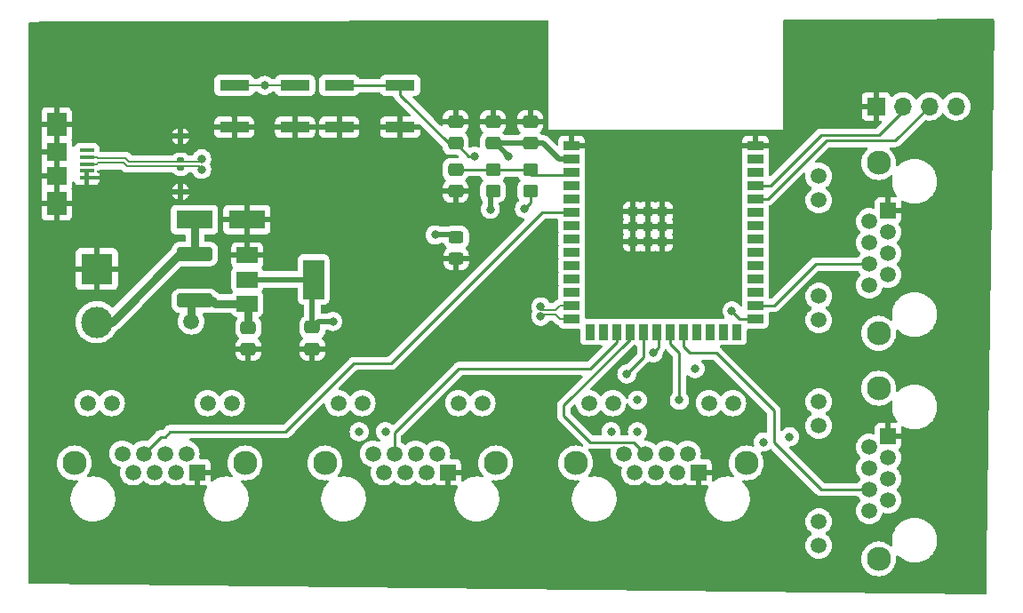
<source format=gbr>
%TF.GenerationSoftware,KiCad,Pcbnew,6.0.9+dfsg-1~bpo11+1*%
%TF.CreationDate,2022-12-31T19:32:48-06:00*%
%TF.ProjectId,Modular,4d6f6475-6c61-4722-9e6b-696361645f70,rev?*%
%TF.SameCoordinates,Original*%
%TF.FileFunction,Copper,L1,Top*%
%TF.FilePolarity,Positive*%
%FSLAX46Y46*%
G04 Gerber Fmt 4.6, Leading zero omitted, Abs format (unit mm)*
G04 Created by KiCad (PCBNEW 6.0.9+dfsg-1~bpo11+1) date 2022-12-31 19:32:48*
%MOMM*%
%LPD*%
G01*
G04 APERTURE LIST*
G04 Aperture macros list*
%AMRoundRect*
0 Rectangle with rounded corners*
0 $1 Rounding radius*
0 $2 $3 $4 $5 $6 $7 $8 $9 X,Y pos of 4 corners*
0 Add a 4 corners polygon primitive as box body*
4,1,4,$2,$3,$4,$5,$6,$7,$8,$9,$2,$3,0*
0 Add four circle primitives for the rounded corners*
1,1,$1+$1,$2,$3*
1,1,$1+$1,$4,$5*
1,1,$1+$1,$6,$7*
1,1,$1+$1,$8,$9*
0 Add four rect primitives between the rounded corners*
20,1,$1+$1,$2,$3,$4,$5,0*
20,1,$1+$1,$4,$5,$6,$7,0*
20,1,$1+$1,$6,$7,$8,$9,0*
20,1,$1+$1,$8,$9,$2,$3,0*%
G04 Aperture macros list end*
%TA.AperFunction,SMDPad,CuDef*%
%ADD10R,2.800000X1.000000*%
%TD*%
%TA.AperFunction,SMDPad,CuDef*%
%ADD11R,1.500000X0.900000*%
%TD*%
%TA.AperFunction,SMDPad,CuDef*%
%ADD12R,0.900000X1.500000*%
%TD*%
%TA.AperFunction,SMDPad,CuDef*%
%ADD13R,0.900000X0.900000*%
%TD*%
%TA.AperFunction,SMDPad,CuDef*%
%ADD14R,1.400000X0.400000*%
%TD*%
%TA.AperFunction,SMDPad,CuDef*%
%ADD15R,1.900000X1.800000*%
%TD*%
%TA.AperFunction,SMDPad,CuDef*%
%ADD16R,1.900000X2.300000*%
%TD*%
%TA.AperFunction,SMDPad,CuDef*%
%ADD17R,2.000000X1.500000*%
%TD*%
%TA.AperFunction,SMDPad,CuDef*%
%ADD18R,2.000000X3.800000*%
%TD*%
%TA.AperFunction,SMDPad,CuDef*%
%ADD19RoundRect,0.250000X0.450000X-0.350000X0.450000X0.350000X-0.450000X0.350000X-0.450000X-0.350000X0*%
%TD*%
%TA.AperFunction,ComponentPad*%
%ADD20R,1.500000X1.500000*%
%TD*%
%TA.AperFunction,ComponentPad*%
%ADD21C,1.500000*%
%TD*%
%TA.AperFunction,ComponentPad*%
%ADD22C,2.300000*%
%TD*%
%TA.AperFunction,SMDPad,CuDef*%
%ADD23RoundRect,0.125000X-0.175000X0.125000X-0.175000X-0.125000X0.175000X-0.125000X0.175000X0.125000X0*%
%TD*%
%TA.AperFunction,SMDPad,CuDef*%
%ADD24RoundRect,0.250000X-1.450000X0.400000X-1.450000X-0.400000X1.450000X-0.400000X1.450000X0.400000X0*%
%TD*%
%TA.AperFunction,ComponentPad*%
%ADD25R,3.000000X3.000000*%
%TD*%
%TA.AperFunction,ComponentPad*%
%ADD26C,3.000000*%
%TD*%
%TA.AperFunction,SMDPad,CuDef*%
%ADD27RoundRect,0.250000X0.475000X-0.337500X0.475000X0.337500X-0.475000X0.337500X-0.475000X-0.337500X0*%
%TD*%
%TA.AperFunction,SMDPad,CuDef*%
%ADD28RoundRect,0.250000X-0.475000X0.337500X-0.475000X-0.337500X0.475000X-0.337500X0.475000X0.337500X0*%
%TD*%
%TA.AperFunction,SMDPad,CuDef*%
%ADD29RoundRect,0.250000X0.450000X-0.325000X0.450000X0.325000X-0.450000X0.325000X-0.450000X-0.325000X0*%
%TD*%
%TA.AperFunction,SMDPad,CuDef*%
%ADD30RoundRect,0.125000X0.175000X-0.125000X0.175000X0.125000X-0.175000X0.125000X-0.175000X-0.125000X0*%
%TD*%
%TA.AperFunction,SMDPad,CuDef*%
%ADD31R,3.500000X1.800000*%
%TD*%
%TA.AperFunction,ComponentPad*%
%ADD32R,1.700000X1.700000*%
%TD*%
%TA.AperFunction,ComponentPad*%
%ADD33O,1.700000X1.700000*%
%TD*%
%TA.AperFunction,ViaPad*%
%ADD34C,0.800000*%
%TD*%
%TA.AperFunction,ViaPad*%
%ADD35C,1.500000*%
%TD*%
%TA.AperFunction,Conductor*%
%ADD36C,0.520000*%
%TD*%
%TA.AperFunction,Conductor*%
%ADD37C,0.250000*%
%TD*%
%TA.AperFunction,Conductor*%
%ADD38C,0.200000*%
%TD*%
%TA.AperFunction,Conductor*%
%ADD39C,0.800000*%
%TD*%
G04 APERTURE END LIST*
D10*
%TO.P,RST1,1,1*%
%TO.N,GNDREF*%
X114900000Y-112000000D03*
X109100000Y-112000000D03*
%TO.P,RST1,2,2*%
%TO.N,Net-(C3-Pad1)*%
X114900000Y-108000000D03*
X109100000Y-108000000D03*
%TD*%
D11*
%TO.P,U1,1,GND*%
%TO.N,GNDREF*%
X131250000Y-113740000D03*
%TO.P,U1,2,3V3*%
%TO.N,+3.3V*%
X131250000Y-115010000D03*
%TO.P,U1,3,EN*%
%TO.N,/EN*%
X131250000Y-116280000D03*
%TO.P,U1,4,GPIO4/TOUCH4/ADC1_CH3*%
%TO.N,unconnected-(U1-Pad4)*%
X131250000Y-117550000D03*
%TO.P,U1,5,GPIO5/TOUCH5/ADC1_CH4*%
%TO.N,unconnected-(U1-Pad5)*%
X131250000Y-118820000D03*
%TO.P,U1,6,GPIO6/TOUCH6/ADC1_CH5*%
%TO.N,/CS_A2*%
X131250000Y-120090000D03*
%TO.P,U1,7,GPIO7/TOUCH7/ADC1_CH6*%
%TO.N,unconnected-(U1-Pad7)*%
X131250000Y-121360000D03*
%TO.P,U1,8,GPIO15/U0RTS/ADC2_CH4/XTAL_32K_P*%
%TO.N,unconnected-(U1-Pad8)*%
X131250000Y-122630000D03*
%TO.P,U1,9,GPIO16/U0CTS/ADC2_CH5/XTAL_32K_NH5*%
%TO.N,unconnected-(U1-Pad9)*%
X131250000Y-123900000D03*
%TO.P,U1,10,GPIO17/U1TXD/ADC2_CH6*%
%TO.N,unconnected-(U1-Pad10)*%
X131250000Y-125170000D03*
%TO.P,U1,11,GPIO18/U1RXD/ADC2_CH7/CLK_OUT3*%
%TO.N,unconnected-(U1-Pad11)*%
X131250000Y-126440000D03*
%TO.P,U1,12,GPIO8/TOUCH8/ADC1_CH7/SUBSPICS1*%
%TO.N,unconnected-(U1-Pad12)*%
X131250000Y-127710000D03*
%TO.P,U1,13,GPIO19/U1RTS/ADC2_CH8/CLK_OUT2/USB_D-*%
%TO.N,/D-*%
X131250000Y-128980000D03*
%TO.P,U1,14,GPIO20/U1CTS/ADC2_CH9/CLK_OUT1/USB_D+*%
%TO.N,/D+*%
X131250000Y-130250000D03*
D12*
%TO.P,U1,15,GPIO3/TOUCH3/ADC1_CH2*%
%TO.N,unconnected-(U1-Pad15)*%
X133015000Y-131500000D03*
%TO.P,U1,16,GPIO46*%
%TO.N,unconnected-(U1-Pad16)*%
X134285000Y-131500000D03*
%TO.P,U1,17,GPIO9/TOUCH9/ADC1_CH8/FSPIHD/SUBSPIHD*%
%TO.N,/CS_SWF*%
X135555000Y-131500000D03*
%TO.P,U1,18,GPIO10/TOUCH10/ADC1_CH9/FSPICS0/FSPIIO4/SUBSPICS0*%
%TO.N,/CS_PDL*%
X136825000Y-131500000D03*
%TO.P,U1,19,GPIO11/TOUCH11/ADC2_CH0/FSPID/FSPIIO5/SUBSPID*%
%TO.N,/MOSI*%
X138095000Y-131500000D03*
%TO.P,U1,20,GPIO12/TOUCH12/ADC2_CH1/FSPICLK/FSPIIO6/SUBSPICLK*%
%TO.N,/SCLK*%
X139365000Y-131500000D03*
%TO.P,U1,21,GPIO13/TOUCH13/ADC2_CH2/FSPIQ/FSPIIO7/SUBSPIQ*%
%TO.N,/MISO*%
X140635000Y-131500000D03*
%TO.P,U1,22,GPIO14/TOUCH14/ADC2_CH3/FSPIWP/FSPIDQS/SUBSPIWP*%
%TO.N,/CS_SHIF*%
X141905000Y-131500000D03*
%TO.P,U1,23,GPIO21*%
%TO.N,unconnected-(U1-Pad23)*%
X143175000Y-131500000D03*
%TO.P,U1,24,GPIO47/SPICLK_P/SUBSPICLK_P_DIFF*%
%TO.N,unconnected-(U1-Pad24)*%
X144445000Y-131500000D03*
%TO.P,U1,25,GPIO48/SPICLK_N/SUBSPICLK_N_DIFF*%
%TO.N,unconnected-(U1-Pad25)*%
X145715000Y-131500000D03*
%TO.P,U1,26,GPIO45*%
%TO.N,unconnected-(U1-Pad26)*%
X146985000Y-131500000D03*
D11*
%TO.P,U1,27,GPIO0/BOOT*%
%TO.N,/BOOT*%
X148750000Y-130250000D03*
%TO.P,U1,28,SPIIO6/GPIO35/FSPID/SUBSPID*%
%TO.N,/CS_A1*%
X148750000Y-128980000D03*
%TO.P,U1,29,SPIIO7/GPIO36/FSPICLK/SUBSPICLK*%
%TO.N,unconnected-(U1-Pad29)*%
X148750000Y-127710000D03*
%TO.P,U1,30,SPIDQS/GPIO37/FSPIQ/SUBSPIQ*%
%TO.N,unconnected-(U1-Pad30)*%
X148750000Y-126440000D03*
%TO.P,U1,31,GPIO38/FSPIWP/SUBSPIWP*%
%TO.N,unconnected-(U1-Pad31)*%
X148750000Y-125170000D03*
%TO.P,U1,32,MTCK/GPIO39/CLK_OUT3/SUBSPICS1*%
%TO.N,unconnected-(U1-Pad32)*%
X148750000Y-123900000D03*
%TO.P,U1,33,MTDO/GPIO40/CLK_OUT2*%
%TO.N,unconnected-(U1-Pad33)*%
X148750000Y-122630000D03*
%TO.P,U1,34,MTDI/GPIO41/CLK_OUT1*%
%TO.N,unconnected-(U1-Pad34)*%
X148750000Y-121360000D03*
%TO.P,U1,35,MTMS/GPIO42*%
%TO.N,unconnected-(U1-Pad35)*%
X148750000Y-120090000D03*
%TO.P,U1,36,U0RXD/GPIO44/CLK_OUT2*%
%TO.N,/TX_ESP*%
X148750000Y-118820000D03*
%TO.P,U1,37,U0TXD/GPIO43/CLK_OUT1*%
%TO.N,/RX_ESP*%
X148750000Y-117550000D03*
%TO.P,U1,38,GPIO2/TOUCH2/ADC1_CH1*%
%TO.N,unconnected-(U1-Pad38)*%
X148750000Y-116280000D03*
%TO.P,U1,39,GPIO1/TOUCH1/ADC1_CH0*%
%TO.N,unconnected-(U1-Pad39)*%
X148750000Y-115010000D03*
%TO.P,U1,40,GND*%
%TO.N,GNDREF*%
X148750000Y-113740000D03*
D13*
%TO.P,U1,41,GND*%
X137100000Y-120060000D03*
X139900000Y-120060000D03*
X137100000Y-121460000D03*
X138500000Y-121460000D03*
X137100000Y-122860000D03*
X138500000Y-122860000D03*
X139900000Y-122860000D03*
X138500000Y-120060000D03*
X139900000Y-121460000D03*
%TD*%
D14*
%TO.P,J1,1,VBUS*%
%TO.N,unconnected-(J1-Pad1)*%
X85050000Y-114200000D03*
%TO.P,J1,2,D-*%
%TO.N,/D-*%
X85050000Y-114850000D03*
%TO.P,J1,3,D+*%
%TO.N,/D+*%
X85050000Y-115500000D03*
%TO.P,J1,4,ID*%
%TO.N,GNDREF*%
X85050000Y-116150000D03*
%TO.P,J1,5,GND*%
X85050000Y-116800000D03*
D15*
%TO.P,J1,6,Shield*%
X82200000Y-116650000D03*
D16*
X82200000Y-111750000D03*
D15*
X82200000Y-114350000D03*
D16*
X82200000Y-119250000D03*
%TD*%
D17*
%TO.P,U2,1,GND*%
%TO.N,GNDREF*%
X100350000Y-124200000D03*
%TO.P,U2,2,VO*%
%TO.N,+3.3V*%
X100350000Y-126500000D03*
D18*
X106650000Y-126500000D03*
D17*
%TO.P,U2,3,VI*%
%TO.N,+5V*%
X100350000Y-128800000D03*
%TD*%
D19*
%TO.P,R1,1*%
%TO.N,Net-(C3-Pad1)*%
X127300000Y-118080000D03*
%TO.P,R1,2*%
%TO.N,/EN*%
X127300000Y-116080000D03*
%TD*%
D10*
%TO.P,BOOT1,1,1*%
%TO.N,GNDREF*%
X104900000Y-112000000D03*
X99100000Y-112000000D03*
%TO.P,BOOT1,2,2*%
%TO.N,/BOOT*%
X99100000Y-108000000D03*
X104900000Y-108000000D03*
%TD*%
D20*
%TO.P,J6,1*%
%TO.N,GNDREF*%
X143310000Y-144875000D03*
D21*
%TO.P,J6,2*%
%TO.N,/MOSI*%
X142294000Y-143095000D03*
%TO.P,J6,3*%
%TO.N,unconnected-(J6-Pad3)*%
X141278000Y-144875000D03*
%TO.P,J6,4*%
%TO.N,/MISO*%
X140262000Y-143095000D03*
%TO.P,J6,5*%
%TO.N,unconnected-(J6-Pad5)*%
X139246000Y-144875000D03*
%TO.P,J6,6*%
%TO.N,/CS_PDL*%
X138230000Y-143095000D03*
%TO.P,J6,7*%
%TO.N,+5V*%
X137214000Y-144875000D03*
%TO.P,J6,8*%
%TO.N,/SCLK*%
X136198000Y-143095000D03*
%TO.P,J6,9*%
%TO.N,unconnected-(J6-Pad9)*%
X146610000Y-138275000D03*
%TO.P,J6,10*%
%TO.N,unconnected-(J6-Pad10)*%
X144320000Y-138275000D03*
%TO.P,J6,11*%
%TO.N,unconnected-(J6-Pad11)*%
X135180000Y-138275000D03*
%TO.P,J6,12*%
%TO.N,unconnected-(J6-Pad12)*%
X132890000Y-138275000D03*
D22*
%TO.P,J6,SH*%
%TO.N,N/C*%
X147880000Y-143985000D03*
X131620000Y-143985000D03*
%TD*%
D23*
%TO.P,D2,1*%
%TO.N,/D+*%
X94000000Y-115850000D03*
%TO.P,D2,2*%
%TO.N,GNDREF*%
X94000000Y-118150000D03*
%TD*%
D24*
%TO.P,F1,1*%
%TO.N,Net-(J3-Pad2)*%
X95350000Y-124075000D03*
%TO.P,F1,2*%
%TO.N,+5V*%
X95350000Y-128525000D03*
%TD*%
D20*
%TO.P,J7,1*%
%TO.N,GNDREF*%
X161375000Y-141440000D03*
D21*
%TO.P,J7,2*%
%TO.N,/MOSI*%
X159595000Y-142456000D03*
%TO.P,J7,3*%
%TO.N,unconnected-(J7-Pad3)*%
X161375000Y-143472000D03*
%TO.P,J7,4*%
%TO.N,/MISO*%
X159595000Y-144488000D03*
%TO.P,J7,5*%
%TO.N,unconnected-(J7-Pad5)*%
X161375000Y-145504000D03*
%TO.P,J7,6*%
%TO.N,/CS_SHIF*%
X159595000Y-146520000D03*
%TO.P,J7,7*%
%TO.N,+5V*%
X161375000Y-147536000D03*
%TO.P,J7,8*%
%TO.N,/SCLK*%
X159595000Y-148552000D03*
%TO.P,J7,9*%
%TO.N,unconnected-(J7-Pad9)*%
X154775000Y-138140000D03*
%TO.P,J7,10*%
%TO.N,unconnected-(J7-Pad10)*%
X154775000Y-140430000D03*
%TO.P,J7,11*%
%TO.N,unconnected-(J7-Pad11)*%
X154775000Y-149570000D03*
%TO.P,J7,12*%
%TO.N,unconnected-(J7-Pad12)*%
X154775000Y-151860000D03*
D22*
%TO.P,J7,SH*%
%TO.N,N/C*%
X160485000Y-153130000D03*
X160485000Y-136870000D03*
%TD*%
D25*
%TO.P,J3,1,Pin_1*%
%TO.N,GNDREF*%
X86000000Y-125500000D03*
D26*
%TO.P,J3,2,Pin_2*%
%TO.N,Net-(J3-Pad2)*%
X86000000Y-130580000D03*
%TD*%
D27*
%TO.P,C3,1*%
%TO.N,Net-(C3-Pad1)*%
X120188000Y-113537500D03*
%TO.P,C3,2*%
%TO.N,GNDREF*%
X120188000Y-111462500D03*
%TD*%
D28*
%TO.P,C6,1*%
%TO.N,+3.3V*%
X106548000Y-131050500D03*
%TO.P,C6,2*%
%TO.N,GNDREF*%
X106548000Y-133125500D03*
%TD*%
%TO.P,C5,1*%
%TO.N,+5V*%
X100452000Y-131072000D03*
%TO.P,C5,2*%
%TO.N,GNDREF*%
X100452000Y-133147000D03*
%TD*%
D20*
%TO.P,J5,1*%
%TO.N,GNDREF*%
X119435000Y-144875000D03*
D21*
%TO.P,J5,2*%
%TO.N,/MOSI*%
X118419000Y-143095000D03*
%TO.P,J5,3*%
%TO.N,unconnected-(J5-Pad3)*%
X117403000Y-144875000D03*
%TO.P,J5,4*%
%TO.N,/MISO*%
X116387000Y-143095000D03*
%TO.P,J5,5*%
%TO.N,unconnected-(J5-Pad5)*%
X115371000Y-144875000D03*
%TO.P,J5,6*%
%TO.N,/CS_SWF*%
X114355000Y-143095000D03*
%TO.P,J5,7*%
%TO.N,+5V*%
X113339000Y-144875000D03*
%TO.P,J5,8*%
%TO.N,/SCLK*%
X112323000Y-143095000D03*
%TO.P,J5,9*%
%TO.N,unconnected-(J5-Pad9)*%
X122735000Y-138275000D03*
%TO.P,J5,10*%
%TO.N,unconnected-(J5-Pad10)*%
X120445000Y-138275000D03*
%TO.P,J5,11*%
%TO.N,unconnected-(J5-Pad11)*%
X111305000Y-138275000D03*
%TO.P,J5,12*%
%TO.N,unconnected-(J5-Pad12)*%
X109015000Y-138275000D03*
D22*
%TO.P,J5,SH*%
%TO.N,N/C*%
X107745000Y-143985000D03*
X124005000Y-143985000D03*
%TD*%
D20*
%TO.P,J8,1*%
%TO.N,GNDREF*%
X95560000Y-144875000D03*
D21*
%TO.P,J8,2*%
%TO.N,/MOSI*%
X94544000Y-143095000D03*
%TO.P,J8,3*%
%TO.N,unconnected-(J8-Pad3)*%
X93528000Y-144875000D03*
%TO.P,J8,4*%
%TO.N,/MISO*%
X92512000Y-143095000D03*
%TO.P,J8,5*%
%TO.N,unconnected-(J8-Pad5)*%
X91496000Y-144875000D03*
%TO.P,J8,6*%
%TO.N,/CS_A2*%
X90480000Y-143095000D03*
%TO.P,J8,7*%
%TO.N,+5V*%
X89464000Y-144875000D03*
%TO.P,J8,8*%
%TO.N,/SCLK*%
X88448000Y-143095000D03*
%TO.P,J8,9*%
%TO.N,unconnected-(J8-Pad9)*%
X98860000Y-138275000D03*
%TO.P,J8,10*%
%TO.N,unconnected-(J8-Pad10)*%
X96570000Y-138275000D03*
%TO.P,J8,11*%
%TO.N,unconnected-(J8-Pad11)*%
X87430000Y-138275000D03*
%TO.P,J8,12*%
%TO.N,unconnected-(J8-Pad12)*%
X85140000Y-138275000D03*
D22*
%TO.P,J8,SH*%
%TO.N,N/C*%
X100130000Y-143985000D03*
X83870000Y-143985000D03*
%TD*%
D29*
%TO.P,D3,1,K*%
%TO.N,GNDREF*%
X120250000Y-124525000D03*
%TO.P,D3,2,A*%
%TO.N,+3.3V*%
X120250000Y-122475000D03*
%TD*%
D28*
%TO.P,C4,1*%
%TO.N,/EN*%
X120188000Y-116026500D03*
%TO.P,C4,2*%
%TO.N,GNDREF*%
X120188000Y-118101500D03*
%TD*%
D30*
%TO.P,D1,1*%
%TO.N,/D-*%
X94000000Y-115150000D03*
%TO.P,D1,2*%
%TO.N,GNDREF*%
X94000000Y-112850000D03*
%TD*%
D27*
%TO.P,C1,1*%
%TO.N,+3.3V*%
X127300000Y-113537500D03*
%TO.P,C1,2*%
%TO.N,GNDREF*%
X127300000Y-111462500D03*
%TD*%
%TO.P,C2,1*%
%TO.N,+3.3V*%
X123744000Y-113537500D03*
%TO.P,C2,2*%
%TO.N,GNDREF*%
X123744000Y-111462500D03*
%TD*%
D31*
%TO.P,D4,1,K*%
%TO.N,Net-(J3-Pad2)*%
X95300000Y-120800000D03*
%TO.P,D4,2,A*%
%TO.N,GNDREF*%
X100300000Y-120800000D03*
%TD*%
D32*
%TO.P,J2,1,Pin_1*%
%TO.N,GNDREF*%
X160250000Y-110000000D03*
D33*
%TO.P,J2,2,Pin_2*%
%TO.N,/RX_ESP*%
X162790000Y-110000000D03*
%TO.P,J2,3,Pin_3*%
%TO.N,/TX_ESP*%
X165330000Y-110000000D03*
%TO.P,J2,4,Pin_4*%
%TO.N,+3.3V*%
X167870000Y-110000000D03*
%TD*%
D20*
%TO.P,J4,1*%
%TO.N,GNDREF*%
X161375000Y-119940000D03*
D21*
%TO.P,J4,2*%
%TO.N,/MOSI*%
X159595000Y-120956000D03*
%TO.P,J4,3*%
%TO.N,unconnected-(J4-Pad3)*%
X161375000Y-121972000D03*
%TO.P,J4,4*%
%TO.N,/MISO*%
X159595000Y-122988000D03*
%TO.P,J4,5*%
%TO.N,unconnected-(J4-Pad5)*%
X161375000Y-124004000D03*
%TO.P,J4,6*%
%TO.N,/CS_A1*%
X159595000Y-125020000D03*
%TO.P,J4,7*%
%TO.N,+5V*%
X161375000Y-126036000D03*
%TO.P,J4,8*%
%TO.N,/SCLK*%
X159595000Y-127052000D03*
%TO.P,J4,9*%
%TO.N,unconnected-(J4-Pad9)*%
X154775000Y-116640000D03*
%TO.P,J4,10*%
%TO.N,unconnected-(J4-Pad10)*%
X154775000Y-118930000D03*
%TO.P,J4,11*%
%TO.N,unconnected-(J4-Pad11)*%
X154775000Y-128070000D03*
%TO.P,J4,12*%
%TO.N,unconnected-(J4-Pad12)*%
X154775000Y-130360000D03*
D22*
%TO.P,J4,SH*%
%TO.N,N/C*%
X160485000Y-115370000D03*
X160485000Y-131630000D03*
%TD*%
D19*
%TO.P,R2,1*%
%TO.N,+3.3V*%
X123744000Y-118064000D03*
%TO.P,R2,2*%
%TO.N,/EN*%
X123744000Y-116064000D03*
%TD*%
D34*
%TO.N,+3.3V*%
X123500000Y-119814000D03*
X118250000Y-122250000D03*
X125250000Y-114750000D03*
X108500000Y-130500000D03*
%TO.N,/MOSI*%
X136500000Y-135500000D03*
%TO.N,/MISO*%
X137500000Y-138000000D03*
X135000000Y-141000000D03*
X149500000Y-142000000D03*
X141500000Y-138000000D03*
X111000000Y-141000000D03*
X143000000Y-135000000D03*
X137500000Y-141000000D03*
X113500000Y-141000000D03*
X152000000Y-141500000D03*
%TO.N,/SCLK*%
X139000000Y-133500000D03*
%TO.N,Net-(C3-Pad1)*%
X122000000Y-114750000D03*
X126750000Y-119750000D03*
%TO.N,/D+*%
X128300000Y-130000000D03*
X96000000Y-116000000D03*
%TO.N,/D-*%
X128300000Y-129100000D03*
X96000000Y-115000000D03*
D35*
%TO.N,+5V*%
X95000000Y-130500000D03*
D34*
%TO.N,/BOOT*%
X102000000Y-108000000D03*
X146500000Y-129500000D03*
%TD*%
D36*
%TO.N,+3.3V*%
X130010000Y-115010000D02*
X128537500Y-113537500D01*
X123500000Y-119814000D02*
X123500000Y-118744000D01*
X106650000Y-126500000D02*
X100350000Y-126500000D01*
X131250000Y-115010000D02*
X130010000Y-115010000D01*
X120025000Y-122250000D02*
X120250000Y-122475000D01*
X118250000Y-122250000D02*
X120025000Y-122250000D01*
X123744000Y-113537500D02*
X124037500Y-113537500D01*
X108500000Y-130500000D02*
X107098500Y-130500000D01*
X106548000Y-126602000D02*
X106650000Y-126500000D01*
X123500000Y-118308000D02*
X123744000Y-118064000D01*
X106548000Y-131050500D02*
X106548000Y-126602000D01*
X107098500Y-130500000D02*
X106548000Y-131050500D01*
X123744000Y-113537500D02*
X127300000Y-113537500D01*
X124037500Y-113537500D02*
X125250000Y-114750000D01*
X128537500Y-113537500D02*
X127300000Y-113537500D01*
D37*
%TO.N,/MOSI*%
X138095000Y-131500000D02*
X138095000Y-133905000D01*
X138095000Y-133905000D02*
X136500000Y-135500000D01*
%TO.N,/MISO*%
X140635000Y-131500000D02*
X140635000Y-132635000D01*
X140635000Y-132635000D02*
X141500000Y-133500000D01*
X141500000Y-138000000D02*
X141500000Y-133500000D01*
%TO.N,/SCLK*%
X139500000Y-131635000D02*
X139365000Y-131500000D01*
X139500000Y-133000000D02*
X139500000Y-131635000D01*
X139000000Y-133500000D02*
X139500000Y-133000000D01*
%TO.N,/CS_SWF*%
X135555000Y-132445000D02*
X133000000Y-135000000D01*
X135555000Y-131500000D02*
X135555000Y-132445000D01*
X114355000Y-141145000D02*
X114355000Y-143095000D01*
X133000000Y-135000000D02*
X120500000Y-135000000D01*
X120500000Y-135000000D02*
X114355000Y-141145000D01*
%TO.N,Net-(C3-Pad1)*%
X114900000Y-108900000D02*
X114900000Y-108000000D01*
X127300000Y-119200000D02*
X126750000Y-119750000D01*
X121400500Y-114750000D02*
X120188000Y-113537500D01*
X114900000Y-108000000D02*
X109100000Y-108000000D01*
X120500000Y-113500000D02*
X119537500Y-113537500D01*
X127300000Y-118080000D02*
X127300000Y-119200000D01*
X120188000Y-113537500D02*
X120500000Y-113500000D01*
X122000000Y-114750000D02*
X121400500Y-114750000D01*
X119537500Y-113537500D02*
X114900000Y-108900000D01*
%TO.N,/CS_PDL*%
X136825000Y-131500000D02*
X136825000Y-132175000D01*
X130500000Y-139500000D02*
X133000000Y-142000000D01*
X130500000Y-138500000D02*
X130500000Y-139500000D01*
X137135000Y-142000000D02*
X138230000Y-143095000D01*
X136825000Y-132175000D02*
X130500000Y-138500000D01*
X133000000Y-142000000D02*
X137135000Y-142000000D01*
%TO.N,/CS_SHIF*%
X150500000Y-139000000D02*
X145000000Y-133500000D01*
X155020000Y-146520000D02*
X150500000Y-142000000D01*
X159595000Y-146520000D02*
X155020000Y-146520000D01*
X145000000Y-133500000D02*
X142500000Y-133500000D01*
X141905000Y-132905000D02*
X141905000Y-131500000D01*
X150500000Y-142000000D02*
X150500000Y-139000000D01*
X142500000Y-133500000D02*
X141905000Y-132905000D01*
%TO.N,/CS_A2*%
X104000000Y-141000000D02*
X93000000Y-141000000D01*
X128410000Y-120090000D02*
X114000000Y-134500000D01*
X92075000Y-141500000D02*
X90480000Y-143095000D01*
X110500000Y-134500000D02*
X104000000Y-141000000D01*
X93000000Y-141000000D02*
X92500000Y-141500000D01*
X92500000Y-141500000D02*
X92075000Y-141500000D01*
X131250000Y-120090000D02*
X128410000Y-120090000D01*
X114000000Y-134500000D02*
X110500000Y-134500000D01*
%TO.N,/CS_A1*%
X159595000Y-125020000D02*
X154480000Y-125020000D01*
X150520000Y-128980000D02*
X148750000Y-128980000D01*
X154480000Y-125020000D02*
X150520000Y-128980000D01*
%TO.N,/EN*%
X127284000Y-116064000D02*
X127300000Y-116080000D01*
X131014000Y-116516000D02*
X131250000Y-116280000D01*
X123744000Y-116064000D02*
X127284000Y-116064000D01*
X127300000Y-116516000D02*
X131014000Y-116516000D01*
X123706500Y-116026500D02*
X123744000Y-116064000D01*
X120188000Y-116026500D02*
X123706500Y-116026500D01*
%TO.N,/RX_ESP*%
X155000000Y-112750000D02*
X150200000Y-117550000D01*
X160500000Y-112750000D02*
X155000000Y-112750000D01*
X150200000Y-117550000D02*
X148750000Y-117550000D01*
X162790000Y-110000000D02*
X162790000Y-110460000D01*
X162790000Y-110460000D02*
X160500000Y-112750000D01*
%TO.N,/TX_ESP*%
X149930000Y-118820000D02*
X155500000Y-113250000D01*
X162080000Y-113250000D02*
X165330000Y-110000000D01*
X148750000Y-118820000D02*
X149930000Y-118820000D01*
X155500000Y-113250000D02*
X162080000Y-113250000D01*
D38*
%TO.N,/D+*%
X88581800Y-115400000D02*
X88906800Y-115725000D01*
X94124999Y-115725001D02*
X95725001Y-115725001D01*
X131250000Y-130250000D02*
X130124999Y-130250000D01*
X130124999Y-130250000D02*
X129714999Y-129840000D01*
X94000000Y-115850000D02*
X93875001Y-115725001D01*
X86100001Y-115400000D02*
X88581800Y-115400000D01*
X88906800Y-115725000D02*
X90500000Y-115725000D01*
X95725001Y-115725001D02*
X96000000Y-116000000D01*
X84950000Y-115500000D02*
X86000001Y-115500000D01*
X86000001Y-115500000D02*
X86100001Y-115400000D01*
X129714999Y-129840000D02*
X128300000Y-129840000D01*
X131250000Y-130250000D02*
X130950000Y-130250000D01*
X93875001Y-115725001D02*
X90405001Y-115725000D01*
X94000000Y-115850000D02*
X94124999Y-115725001D01*
%TO.N,/D-*%
X89093200Y-115275000D02*
X90500000Y-115275000D01*
X90405001Y-115275000D02*
X93875001Y-115274999D01*
X86000001Y-114850000D02*
X86100001Y-114950000D01*
X129714999Y-129390000D02*
X128300000Y-129390000D01*
X86100001Y-114950000D02*
X88768200Y-114950000D01*
X131250000Y-128980000D02*
X130950000Y-128980000D01*
X88768200Y-114950000D02*
X89093200Y-115275000D01*
X94000000Y-115150000D02*
X94124999Y-115274999D01*
X94124999Y-115274999D02*
X95725001Y-115274999D01*
X95725001Y-115274999D02*
X96000000Y-115000000D01*
X130124999Y-128980000D02*
X129714999Y-129390000D01*
X93875001Y-115274999D02*
X94000000Y-115150000D01*
X131250000Y-128980000D02*
X130124999Y-128980000D01*
X84950000Y-114850000D02*
X86000001Y-114850000D01*
D39*
%TO.N,+5V*%
X100452000Y-128902000D02*
X100350000Y-128800000D01*
X95475000Y-128525000D02*
X97025000Y-128525000D01*
X97025000Y-128525000D02*
X97300000Y-128800000D01*
X95350000Y-128525000D02*
X95475000Y-128525000D01*
X97300000Y-128800000D02*
X100350000Y-128800000D01*
X95000000Y-128875000D02*
X95350000Y-128525000D01*
X95000000Y-130500000D02*
X95000000Y-128875000D01*
X100452000Y-131072000D02*
X100452000Y-128902000D01*
D37*
%TO.N,/BOOT*%
X148750000Y-130250000D02*
X147250000Y-130250000D01*
D38*
X102000000Y-108000000D02*
X99100000Y-108000000D01*
X102000000Y-108000000D02*
X104900000Y-108000000D01*
D37*
X147250000Y-130250000D02*
X146500000Y-129500000D01*
D39*
%TO.N,Net-(J3-Pad2)*%
X93925000Y-124075000D02*
X95350000Y-124075000D01*
X87420000Y-130580000D02*
X93925000Y-124075000D01*
X95350000Y-124075000D02*
X95350000Y-120850000D01*
X95350000Y-120850000D02*
X95300000Y-120800000D01*
X86000000Y-130580000D02*
X87420000Y-130580000D01*
%TD*%
%TA.AperFunction,Conductor*%
%TO.N,GNDREF*%
G36*
X171439862Y-101687110D02*
G01*
X171486503Y-101740637D01*
X171498022Y-101795017D01*
X170793564Y-153314036D01*
X170751718Y-156374358D01*
X170730787Y-156442199D01*
X170676500Y-156487954D01*
X170624354Y-156498627D01*
X117546138Y-155918537D01*
X79633123Y-155504187D01*
X79565225Y-155483442D01*
X79519321Y-155429282D01*
X79508500Y-155378195D01*
X79508500Y-153130000D01*
X158821372Y-153130000D01*
X158841854Y-153390249D01*
X158843008Y-153395056D01*
X158843009Y-153395062D01*
X158864242Y-153483500D01*
X158902796Y-153644089D01*
X159002697Y-153885271D01*
X159139097Y-154107856D01*
X159308637Y-154306363D01*
X159507144Y-154475903D01*
X159729729Y-154612303D01*
X159734299Y-154614196D01*
X159734303Y-154614198D01*
X159966338Y-154710310D01*
X159970911Y-154712204D01*
X160059931Y-154733576D01*
X160219938Y-154771991D01*
X160219944Y-154771992D01*
X160224751Y-154773146D01*
X160485000Y-154793628D01*
X160745249Y-154773146D01*
X160750056Y-154771992D01*
X160750062Y-154771991D01*
X160910069Y-154733576D01*
X160999089Y-154712204D01*
X161003662Y-154710310D01*
X161235697Y-154614198D01*
X161235701Y-154614196D01*
X161240271Y-154612303D01*
X161462856Y-154475903D01*
X161661363Y-154306363D01*
X161830903Y-154107856D01*
X161967303Y-153885271D01*
X162067204Y-153644089D01*
X162105758Y-153483500D01*
X162126991Y-153395062D01*
X162126992Y-153395056D01*
X162128146Y-153390249D01*
X162148628Y-153130000D01*
X162130584Y-152900729D01*
X162145180Y-152831249D01*
X162195023Y-152780689D01*
X162264287Y-152765103D01*
X162330983Y-152789438D01*
X162342929Y-152799446D01*
X162422215Y-152874685D01*
X162551878Y-152997731D01*
X162788113Y-153167483D01*
X163045200Y-153303603D01*
X163049223Y-153305075D01*
X163049227Y-153305077D01*
X163295122Y-153395062D01*
X163318382Y-153403574D01*
X163602604Y-153465544D01*
X163631650Y-153467830D01*
X163828297Y-153483307D01*
X163828304Y-153483307D01*
X163830753Y-153483500D01*
X163988121Y-153483500D01*
X163990257Y-153483354D01*
X163990268Y-153483354D01*
X164200949Y-153468991D01*
X164200955Y-153468990D01*
X164205226Y-153468699D01*
X164209421Y-153467830D01*
X164209423Y-153467830D01*
X164347653Y-153439204D01*
X164490081Y-153409709D01*
X164764295Y-153312605D01*
X165022793Y-153179184D01*
X165026294Y-153176723D01*
X165026298Y-153176721D01*
X165141793Y-153095549D01*
X165260792Y-153011915D01*
X165340618Y-152937736D01*
X165470745Y-152816815D01*
X165470748Y-152816812D01*
X165473888Y-152813894D01*
X165487316Y-152797489D01*
X165655423Y-152592102D01*
X165658139Y-152588784D01*
X165810133Y-152340752D01*
X165818869Y-152320852D01*
X165922540Y-152084681D01*
X165927059Y-152074386D01*
X165933073Y-152053276D01*
X165988101Y-151860097D01*
X166006754Y-151794616D01*
X166007538Y-151789113D01*
X166047137Y-151510870D01*
X166047742Y-151506619D01*
X166049265Y-151215723D01*
X166011295Y-150927313D01*
X165934535Y-150646724D01*
X165820404Y-150379148D01*
X165671015Y-150129538D01*
X165656337Y-150111216D01*
X165491823Y-149905869D01*
X165489133Y-149902511D01*
X165278122Y-149702269D01*
X165041887Y-149532517D01*
X164784800Y-149396397D01*
X164780777Y-149394925D01*
X164780773Y-149394923D01*
X164515649Y-149297901D01*
X164515647Y-149297900D01*
X164511618Y-149296426D01*
X164227396Y-149234456D01*
X164170562Y-149229983D01*
X164001703Y-149216693D01*
X164001696Y-149216693D01*
X163999247Y-149216500D01*
X163841879Y-149216500D01*
X163839743Y-149216646D01*
X163839732Y-149216646D01*
X163629051Y-149231009D01*
X163629045Y-149231010D01*
X163624774Y-149231301D01*
X163620579Y-149232170D01*
X163620577Y-149232170D01*
X163553075Y-149246149D01*
X163339919Y-149290291D01*
X163065705Y-149387395D01*
X163061896Y-149389361D01*
X162816825Y-149515852D01*
X162807207Y-149520816D01*
X162803706Y-149523277D01*
X162803702Y-149523279D01*
X162737225Y-149570000D01*
X162569208Y-149688085D01*
X162356112Y-149886106D01*
X162353398Y-149889422D01*
X162353395Y-149889425D01*
X162339936Y-149905869D01*
X162171861Y-150111216D01*
X162019867Y-150359248D01*
X162018148Y-150363165D01*
X162018146Y-150363168D01*
X162009863Y-150382038D01*
X161902941Y-150625614D01*
X161901765Y-150629742D01*
X161901764Y-150629745D01*
X161891990Y-150664056D01*
X161823246Y-150905384D01*
X161822642Y-150909626D01*
X161822641Y-150909632D01*
X161820125Y-150927313D01*
X161782258Y-151193381D01*
X161782141Y-151215723D01*
X161780827Y-151466760D01*
X161780735Y-151484277D01*
X161818705Y-151772687D01*
X161819839Y-151776832D01*
X161823198Y-151789113D01*
X161821878Y-151860097D01*
X161782391Y-151919099D01*
X161717273Y-151947386D01*
X161647199Y-151935978D01*
X161619837Y-151918170D01*
X161480008Y-151798746D01*
X161466621Y-151787312D01*
X161466616Y-151787309D01*
X161462856Y-151784097D01*
X161240271Y-151647697D01*
X161235701Y-151645804D01*
X161235697Y-151645802D01*
X161003662Y-151549690D01*
X161003660Y-151549689D01*
X160999089Y-151547796D01*
X160910069Y-151526424D01*
X160750062Y-151488009D01*
X160750056Y-151488008D01*
X160745249Y-151486854D01*
X160485000Y-151466372D01*
X160224751Y-151486854D01*
X160219944Y-151488008D01*
X160219938Y-151488009D01*
X160059931Y-151526424D01*
X159970911Y-151547796D01*
X159966340Y-151549689D01*
X159966338Y-151549690D01*
X159734303Y-151645802D01*
X159734299Y-151645804D01*
X159729729Y-151647697D01*
X159507144Y-151784097D01*
X159308637Y-151953637D01*
X159139097Y-152152144D01*
X159002697Y-152374729D01*
X159000804Y-152379299D01*
X159000802Y-152379303D01*
X158915546Y-152585130D01*
X158902796Y-152615911D01*
X158881424Y-152704931D01*
X158843009Y-152864938D01*
X158843008Y-152864944D01*
X158841854Y-152869751D01*
X158821372Y-153130000D01*
X79508500Y-153130000D01*
X79508500Y-151860000D01*
X153511693Y-151860000D01*
X153530885Y-152079371D01*
X153587880Y-152292076D01*
X153631415Y-152385438D01*
X153678618Y-152486666D01*
X153678621Y-152486671D01*
X153680944Y-152491653D01*
X153684100Y-152496160D01*
X153684101Y-152496162D01*
X153736127Y-152570462D01*
X153807251Y-152672038D01*
X153962962Y-152827749D01*
X154143346Y-152954056D01*
X154342924Y-153047120D01*
X154555629Y-153104115D01*
X154775000Y-153123307D01*
X154994371Y-153104115D01*
X155207076Y-153047120D01*
X155406654Y-152954056D01*
X155587038Y-152827749D01*
X155742749Y-152672038D01*
X155813874Y-152570462D01*
X155865899Y-152496162D01*
X155865900Y-152496160D01*
X155869056Y-152491653D01*
X155871379Y-152486671D01*
X155871382Y-152486666D01*
X155918585Y-152385438D01*
X155962120Y-152292076D01*
X156019115Y-152079371D01*
X156038307Y-151860000D01*
X156019115Y-151640629D01*
X155962120Y-151427924D01*
X155918585Y-151334562D01*
X155871382Y-151233334D01*
X155871379Y-151233329D01*
X155869056Y-151228347D01*
X155742749Y-151047962D01*
X155587038Y-150892251D01*
X155481300Y-150818212D01*
X155436973Y-150762756D01*
X155429664Y-150692136D01*
X155461695Y-150628776D01*
X155481301Y-150611787D01*
X155582527Y-150540908D01*
X155582529Y-150540906D01*
X155587038Y-150537749D01*
X155742749Y-150382038D01*
X155747355Y-150375461D01*
X155865899Y-150206162D01*
X155865900Y-150206160D01*
X155869056Y-150201653D01*
X155871379Y-150196671D01*
X155871382Y-150196666D01*
X155959795Y-150007061D01*
X155962120Y-150002076D01*
X156019115Y-149789371D01*
X156038307Y-149570000D01*
X156019115Y-149350629D01*
X155962120Y-149137924D01*
X155918585Y-149044562D01*
X155871382Y-148943334D01*
X155871379Y-148943329D01*
X155869056Y-148938347D01*
X155815940Y-148862489D01*
X155745908Y-148762473D01*
X155745906Y-148762470D01*
X155742749Y-148757962D01*
X155587038Y-148602251D01*
X155406654Y-148475944D01*
X155207076Y-148382880D01*
X154994371Y-148325885D01*
X154775000Y-148306693D01*
X154555629Y-148325885D01*
X154342924Y-148382880D01*
X154249562Y-148426415D01*
X154148334Y-148473618D01*
X154148329Y-148473621D01*
X154143347Y-148475944D01*
X154138840Y-148479100D01*
X154138838Y-148479101D01*
X153967473Y-148599092D01*
X153967470Y-148599094D01*
X153962962Y-148602251D01*
X153807251Y-148757962D01*
X153804094Y-148762470D01*
X153804092Y-148762473D01*
X153734060Y-148862489D01*
X153680944Y-148938347D01*
X153678621Y-148943329D01*
X153678618Y-148943334D01*
X153631415Y-149044562D01*
X153587880Y-149137924D01*
X153530885Y-149350629D01*
X153511693Y-149570000D01*
X153530885Y-149789371D01*
X153587880Y-150002076D01*
X153590205Y-150007061D01*
X153678618Y-150196666D01*
X153678621Y-150196671D01*
X153680944Y-150201653D01*
X153684100Y-150206160D01*
X153684101Y-150206162D01*
X153802646Y-150375461D01*
X153807251Y-150382038D01*
X153962962Y-150537749D01*
X153967471Y-150540906D01*
X153967473Y-150540908D01*
X154068699Y-150611787D01*
X154113027Y-150667244D01*
X154120336Y-150737864D01*
X154088305Y-150801224D01*
X154068699Y-150818213D01*
X153967473Y-150889092D01*
X153967470Y-150889094D01*
X153962962Y-150892251D01*
X153807251Y-151047962D01*
X153680944Y-151228347D01*
X153678621Y-151233329D01*
X153678618Y-151233334D01*
X153631415Y-151334562D01*
X153587880Y-151427924D01*
X153530885Y-151640629D01*
X153511693Y-151860000D01*
X79508500Y-151860000D01*
X79508500Y-143985000D01*
X82206372Y-143985000D01*
X82226854Y-144245249D01*
X82228008Y-144250056D01*
X82228009Y-144250062D01*
X82236166Y-144284038D01*
X82287796Y-144499089D01*
X82289689Y-144503660D01*
X82289690Y-144503662D01*
X82376269Y-144712681D01*
X82387697Y-144740271D01*
X82524097Y-144962856D01*
X82693637Y-145161363D01*
X82892144Y-145330903D01*
X83114729Y-145467303D01*
X83119299Y-145469196D01*
X83119303Y-145469198D01*
X83319811Y-145552251D01*
X83355911Y-145567204D01*
X83433435Y-145585816D01*
X83604938Y-145626991D01*
X83604944Y-145626992D01*
X83609751Y-145628146D01*
X83870000Y-145648628D01*
X84106488Y-145630016D01*
X84175968Y-145644612D01*
X84226528Y-145694455D01*
X84242114Y-145763719D01*
X84217779Y-145830415D01*
X84202151Y-145847922D01*
X84091112Y-145951106D01*
X84088398Y-145954422D01*
X84088395Y-145954425D01*
X84002151Y-146059795D01*
X83906861Y-146176216D01*
X83754867Y-146424248D01*
X83753148Y-146428165D01*
X83753146Y-146428168D01*
X83712835Y-146520000D01*
X83637941Y-146690614D01*
X83636765Y-146694742D01*
X83636764Y-146694745D01*
X83612218Y-146780913D01*
X83558246Y-146970384D01*
X83557642Y-146974626D01*
X83557641Y-146974632D01*
X83532465Y-147151528D01*
X83517258Y-147258381D01*
X83516852Y-147335935D01*
X83515776Y-147541475D01*
X83515735Y-147549277D01*
X83553705Y-147837687D01*
X83630465Y-148118276D01*
X83632149Y-148122224D01*
X83724231Y-148338106D01*
X83744596Y-148385852D01*
X83893985Y-148635462D01*
X83896669Y-148638813D01*
X83896671Y-148638815D01*
X83911322Y-148657102D01*
X84075867Y-148862489D01*
X84286878Y-149062731D01*
X84523113Y-149232483D01*
X84780200Y-149368603D01*
X84784223Y-149370075D01*
X84784227Y-149370077D01*
X85049351Y-149467099D01*
X85053382Y-149468574D01*
X85337604Y-149530544D01*
X85362673Y-149532517D01*
X85563297Y-149548307D01*
X85563304Y-149548307D01*
X85565753Y-149548500D01*
X85723121Y-149548500D01*
X85725257Y-149548354D01*
X85725268Y-149548354D01*
X85935949Y-149533991D01*
X85935955Y-149533990D01*
X85940226Y-149533699D01*
X85944421Y-149532830D01*
X85944423Y-149532830D01*
X86082653Y-149504204D01*
X86225081Y-149474709D01*
X86499295Y-149377605D01*
X86665692Y-149291721D01*
X86753986Y-149246149D01*
X86753987Y-149246149D01*
X86757793Y-149244184D01*
X86761294Y-149241723D01*
X86761298Y-149241721D01*
X86916078Y-149132939D01*
X86995792Y-149076915D01*
X87208888Y-148878894D01*
X87219895Y-148865447D01*
X87390423Y-148657102D01*
X87393139Y-148653784D01*
X87545133Y-148405752D01*
X87553869Y-148385852D01*
X87647671Y-148172162D01*
X87662059Y-148139386D01*
X87668073Y-148118276D01*
X87712371Y-147962765D01*
X87741754Y-147859616D01*
X87744286Y-147841829D01*
X87782137Y-147575870D01*
X87782742Y-147571619D01*
X87783976Y-147335935D01*
X87784243Y-147285009D01*
X87784243Y-147285003D01*
X87784265Y-147280723D01*
X87746295Y-146992313D01*
X87741559Y-146974999D01*
X87670667Y-146715862D01*
X87669535Y-146711724D01*
X87625760Y-146609095D01*
X87557090Y-146448100D01*
X87557088Y-146448096D01*
X87555404Y-146444148D01*
X87406015Y-146194538D01*
X87402006Y-146189533D01*
X87316093Y-146082297D01*
X87224133Y-145967511D01*
X87072621Y-145823732D01*
X87016231Y-145770219D01*
X87016228Y-145770217D01*
X87013122Y-145767269D01*
X86776887Y-145597517D01*
X86605274Y-145506653D01*
X86523587Y-145463402D01*
X86523586Y-145463401D01*
X86519800Y-145461397D01*
X86515777Y-145459925D01*
X86515773Y-145459923D01*
X86250649Y-145362901D01*
X86250647Y-145362900D01*
X86246618Y-145361426D01*
X85962396Y-145299456D01*
X85912474Y-145295527D01*
X85736703Y-145281693D01*
X85736696Y-145281693D01*
X85734247Y-145281500D01*
X85576879Y-145281500D01*
X85574743Y-145281646D01*
X85574732Y-145281646D01*
X85364051Y-145296009D01*
X85364045Y-145296010D01*
X85359774Y-145296301D01*
X85355579Y-145297170D01*
X85355577Y-145297170D01*
X85340130Y-145300369D01*
X85199374Y-145329518D01*
X85128614Y-145323746D01*
X85072206Y-145280633D01*
X85048061Y-145213868D01*
X85063846Y-145144648D01*
X85078012Y-145124306D01*
X85081986Y-145119653D01*
X85215903Y-144962856D01*
X85352303Y-144740271D01*
X85363732Y-144712681D01*
X85450310Y-144503662D01*
X85450311Y-144503660D01*
X85452204Y-144499089D01*
X85503834Y-144284038D01*
X85511991Y-144250062D01*
X85511992Y-144250056D01*
X85513146Y-144245249D01*
X85533628Y-143985000D01*
X85513146Y-143724751D01*
X85511992Y-143719944D01*
X85511991Y-143719938D01*
X85464413Y-143521765D01*
X85452204Y-143470911D01*
X85389567Y-143319692D01*
X85354198Y-143234303D01*
X85354196Y-143234299D01*
X85352303Y-143229729D01*
X85269741Y-143095000D01*
X87184693Y-143095000D01*
X87203885Y-143314371D01*
X87260880Y-143527076D01*
X87293485Y-143596998D01*
X87351618Y-143721666D01*
X87351621Y-143721671D01*
X87353944Y-143726653D01*
X87357100Y-143731160D01*
X87357101Y-143731162D01*
X87455263Y-143871351D01*
X87480251Y-143907038D01*
X87635962Y-144062749D01*
X87640471Y-144065906D01*
X87640473Y-144065908D01*
X87700818Y-144108162D01*
X87816346Y-144189056D01*
X88015924Y-144282120D01*
X88021236Y-144283543D01*
X88021235Y-144283543D01*
X88177893Y-144325520D01*
X88238515Y-144362472D01*
X88269537Y-144426333D01*
X88266988Y-144479838D01*
X88221308Y-144650316D01*
X88221307Y-144650323D01*
X88219885Y-144655629D01*
X88200693Y-144875000D01*
X88219885Y-145094371D01*
X88276880Y-145307076D01*
X88286491Y-145327687D01*
X88367618Y-145501666D01*
X88367621Y-145501671D01*
X88369944Y-145506653D01*
X88373100Y-145511160D01*
X88373101Y-145511162D01*
X88475075Y-145656795D01*
X88496251Y-145687038D01*
X88651962Y-145842749D01*
X88656471Y-145845906D01*
X88656473Y-145845908D01*
X88720628Y-145890830D01*
X88832346Y-145969056D01*
X89031924Y-146062120D01*
X89244629Y-146119115D01*
X89464000Y-146138307D01*
X89683371Y-146119115D01*
X89896076Y-146062120D01*
X90095654Y-145969056D01*
X90207372Y-145890830D01*
X90271527Y-145845908D01*
X90271529Y-145845906D01*
X90276038Y-145842749D01*
X90390905Y-145727882D01*
X90453217Y-145693856D01*
X90524032Y-145698921D01*
X90569095Y-145727882D01*
X90683962Y-145842749D01*
X90688471Y-145845906D01*
X90688473Y-145845908D01*
X90752628Y-145890830D01*
X90864346Y-145969056D01*
X91063924Y-146062120D01*
X91276629Y-146119115D01*
X91496000Y-146138307D01*
X91715371Y-146119115D01*
X91928076Y-146062120D01*
X92127654Y-145969056D01*
X92239372Y-145890830D01*
X92303527Y-145845908D01*
X92303529Y-145845906D01*
X92308038Y-145842749D01*
X92422905Y-145727882D01*
X92485217Y-145693856D01*
X92556032Y-145698921D01*
X92601095Y-145727882D01*
X92715962Y-145842749D01*
X92720471Y-145845906D01*
X92720473Y-145845908D01*
X92784628Y-145890830D01*
X92896346Y-145969056D01*
X93095924Y-146062120D01*
X93308629Y-146119115D01*
X93528000Y-146138307D01*
X93747371Y-146119115D01*
X93960076Y-146062120D01*
X94159654Y-145969056D01*
X94164163Y-145965899D01*
X94164168Y-145965896D01*
X94238972Y-145913518D01*
X94306246Y-145890830D01*
X94375106Y-145908115D01*
X94412068Y-145941166D01*
X94441715Y-145980724D01*
X94454276Y-145993285D01*
X94556351Y-146069786D01*
X94571946Y-146078324D01*
X94692394Y-146123478D01*
X94707649Y-146127105D01*
X94758514Y-146132631D01*
X94765328Y-146133000D01*
X95287885Y-146133000D01*
X95303124Y-146128525D01*
X95304329Y-146127135D01*
X95306000Y-146119452D01*
X95306000Y-146114884D01*
X95814000Y-146114884D01*
X95818475Y-146130123D01*
X95819865Y-146131328D01*
X95827548Y-146132999D01*
X96354669Y-146132999D01*
X96361493Y-146132629D01*
X96397849Y-146128681D01*
X96467731Y-146141211D01*
X96519745Y-146189533D01*
X96537377Y-146258306D01*
X96518886Y-146319779D01*
X96457103Y-146420598D01*
X96457099Y-146420606D01*
X96454867Y-146424248D01*
X96453148Y-146428165D01*
X96453146Y-146428168D01*
X96412835Y-146520000D01*
X96337941Y-146690614D01*
X96336765Y-146694742D01*
X96336764Y-146694745D01*
X96312218Y-146780913D01*
X96258246Y-146970384D01*
X96257642Y-146974626D01*
X96257641Y-146974632D01*
X96232465Y-147151528D01*
X96217258Y-147258381D01*
X96216852Y-147335935D01*
X96215776Y-147541475D01*
X96215735Y-147549277D01*
X96253705Y-147837687D01*
X96330465Y-148118276D01*
X96332149Y-148122224D01*
X96424231Y-148338106D01*
X96444596Y-148385852D01*
X96593985Y-148635462D01*
X96596669Y-148638813D01*
X96596671Y-148638815D01*
X96611322Y-148657102D01*
X96775867Y-148862489D01*
X96986878Y-149062731D01*
X97223113Y-149232483D01*
X97480200Y-149368603D01*
X97484223Y-149370075D01*
X97484227Y-149370077D01*
X97749351Y-149467099D01*
X97753382Y-149468574D01*
X98037604Y-149530544D01*
X98062673Y-149532517D01*
X98263297Y-149548307D01*
X98263304Y-149548307D01*
X98265753Y-149548500D01*
X98423121Y-149548500D01*
X98425257Y-149548354D01*
X98425268Y-149548354D01*
X98635949Y-149533991D01*
X98635955Y-149533990D01*
X98640226Y-149533699D01*
X98644421Y-149532830D01*
X98644423Y-149532830D01*
X98782653Y-149504204D01*
X98925081Y-149474709D01*
X99199295Y-149377605D01*
X99365692Y-149291721D01*
X99453986Y-149246149D01*
X99453987Y-149246149D01*
X99457793Y-149244184D01*
X99461294Y-149241723D01*
X99461298Y-149241721D01*
X99616078Y-149132939D01*
X99695792Y-149076915D01*
X99908888Y-148878894D01*
X99919895Y-148865447D01*
X100090423Y-148657102D01*
X100093139Y-148653784D01*
X100245133Y-148405752D01*
X100253869Y-148385852D01*
X100347671Y-148172162D01*
X100362059Y-148139386D01*
X100368073Y-148118276D01*
X100412371Y-147962765D01*
X100441754Y-147859616D01*
X100444286Y-147841829D01*
X100482137Y-147575870D01*
X100482742Y-147571619D01*
X100483976Y-147335935D01*
X100484243Y-147285009D01*
X100484243Y-147285003D01*
X100484265Y-147280723D01*
X100446295Y-146992313D01*
X100441559Y-146974999D01*
X100370667Y-146715862D01*
X100369535Y-146711724D01*
X100325760Y-146609095D01*
X100257090Y-146448100D01*
X100257088Y-146448096D01*
X100255404Y-146444148D01*
X100106015Y-146194538D01*
X100102006Y-146189533D01*
X100016093Y-146082297D01*
X99924133Y-145967511D01*
X99921016Y-145964553D01*
X99921009Y-145964545D01*
X99797193Y-145847049D01*
X99761548Y-145785649D01*
X99764757Y-145714725D01*
X99805801Y-145656795D01*
X99871649Y-145630251D01*
X99893811Y-145630040D01*
X100125070Y-145648240D01*
X100130000Y-145648628D01*
X100390249Y-145628146D01*
X100395056Y-145626992D01*
X100395062Y-145626991D01*
X100566565Y-145585816D01*
X100644089Y-145567204D01*
X100680189Y-145552251D01*
X100880697Y-145469198D01*
X100880701Y-145469196D01*
X100885271Y-145467303D01*
X101107856Y-145330903D01*
X101306363Y-145161363D01*
X101475903Y-144962856D01*
X101612303Y-144740271D01*
X101623732Y-144712681D01*
X101710310Y-144503662D01*
X101710311Y-144503660D01*
X101712204Y-144499089D01*
X101763834Y-144284038D01*
X101771991Y-144250062D01*
X101771992Y-144250056D01*
X101773146Y-144245249D01*
X101793628Y-143985000D01*
X106081372Y-143985000D01*
X106101854Y-144245249D01*
X106103008Y-144250056D01*
X106103009Y-144250062D01*
X106111166Y-144284038D01*
X106162796Y-144499089D01*
X106164689Y-144503660D01*
X106164690Y-144503662D01*
X106251269Y-144712681D01*
X106262697Y-144740271D01*
X106399097Y-144962856D01*
X106568637Y-145161363D01*
X106767144Y-145330903D01*
X106989729Y-145467303D01*
X106994299Y-145469196D01*
X106994303Y-145469198D01*
X107194811Y-145552251D01*
X107230911Y-145567204D01*
X107308435Y-145585816D01*
X107479938Y-145626991D01*
X107479944Y-145626992D01*
X107484751Y-145628146D01*
X107745000Y-145648628D01*
X107981488Y-145630016D01*
X108050968Y-145644612D01*
X108101528Y-145694455D01*
X108117114Y-145763719D01*
X108092779Y-145830415D01*
X108077151Y-145847922D01*
X107966112Y-145951106D01*
X107963398Y-145954422D01*
X107963395Y-145954425D01*
X107877151Y-146059795D01*
X107781861Y-146176216D01*
X107629867Y-146424248D01*
X107628148Y-146428165D01*
X107628146Y-146428168D01*
X107587835Y-146520000D01*
X107512941Y-146690614D01*
X107511765Y-146694742D01*
X107511764Y-146694745D01*
X107487218Y-146780913D01*
X107433246Y-146970384D01*
X107432642Y-146974626D01*
X107432641Y-146974632D01*
X107407465Y-147151528D01*
X107392258Y-147258381D01*
X107391852Y-147335935D01*
X107390776Y-147541475D01*
X107390735Y-147549277D01*
X107428705Y-147837687D01*
X107505465Y-148118276D01*
X107507149Y-148122224D01*
X107599231Y-148338106D01*
X107619596Y-148385852D01*
X107768985Y-148635462D01*
X107771669Y-148638813D01*
X107771671Y-148638815D01*
X107786322Y-148657102D01*
X107950867Y-148862489D01*
X108161878Y-149062731D01*
X108398113Y-149232483D01*
X108655200Y-149368603D01*
X108659223Y-149370075D01*
X108659227Y-149370077D01*
X108924351Y-149467099D01*
X108928382Y-149468574D01*
X109212604Y-149530544D01*
X109237673Y-149532517D01*
X109438297Y-149548307D01*
X109438304Y-149548307D01*
X109440753Y-149548500D01*
X109598121Y-149548500D01*
X109600257Y-149548354D01*
X109600268Y-149548354D01*
X109810949Y-149533991D01*
X109810955Y-149533990D01*
X109815226Y-149533699D01*
X109819421Y-149532830D01*
X109819423Y-149532830D01*
X109957653Y-149504204D01*
X110100081Y-149474709D01*
X110374295Y-149377605D01*
X110540692Y-149291721D01*
X110628986Y-149246149D01*
X110628987Y-149246149D01*
X110632793Y-149244184D01*
X110636294Y-149241723D01*
X110636298Y-149241721D01*
X110791078Y-149132939D01*
X110870792Y-149076915D01*
X111083888Y-148878894D01*
X111094895Y-148865447D01*
X111265423Y-148657102D01*
X111268139Y-148653784D01*
X111420133Y-148405752D01*
X111428869Y-148385852D01*
X111522671Y-148172162D01*
X111537059Y-148139386D01*
X111543073Y-148118276D01*
X111587371Y-147962765D01*
X111616754Y-147859616D01*
X111619286Y-147841829D01*
X111657137Y-147575870D01*
X111657742Y-147571619D01*
X111658976Y-147335935D01*
X111659243Y-147285009D01*
X111659243Y-147285003D01*
X111659265Y-147280723D01*
X111621295Y-146992313D01*
X111616559Y-146974999D01*
X111545667Y-146715862D01*
X111544535Y-146711724D01*
X111500760Y-146609095D01*
X111432090Y-146448100D01*
X111432088Y-146448096D01*
X111430404Y-146444148D01*
X111281015Y-146194538D01*
X111277006Y-146189533D01*
X111191093Y-146082297D01*
X111099133Y-145967511D01*
X110947621Y-145823732D01*
X110891231Y-145770219D01*
X110891228Y-145770217D01*
X110888122Y-145767269D01*
X110651887Y-145597517D01*
X110480274Y-145506653D01*
X110398587Y-145463402D01*
X110398586Y-145463401D01*
X110394800Y-145461397D01*
X110390777Y-145459925D01*
X110390773Y-145459923D01*
X110125649Y-145362901D01*
X110125647Y-145362900D01*
X110121618Y-145361426D01*
X109837396Y-145299456D01*
X109787474Y-145295527D01*
X109611703Y-145281693D01*
X109611696Y-145281693D01*
X109609247Y-145281500D01*
X109451879Y-145281500D01*
X109449743Y-145281646D01*
X109449732Y-145281646D01*
X109239051Y-145296009D01*
X109239045Y-145296010D01*
X109234774Y-145296301D01*
X109230579Y-145297170D01*
X109230577Y-145297170D01*
X109215130Y-145300369D01*
X109074374Y-145329518D01*
X109003614Y-145323746D01*
X108947206Y-145280633D01*
X108923061Y-145213868D01*
X108938846Y-145144648D01*
X108953012Y-145124306D01*
X108956986Y-145119653D01*
X109090903Y-144962856D01*
X109227303Y-144740271D01*
X109238732Y-144712681D01*
X109325310Y-144503662D01*
X109325311Y-144503660D01*
X109327204Y-144499089D01*
X109378834Y-144284038D01*
X109386991Y-144250062D01*
X109386992Y-144250056D01*
X109388146Y-144245249D01*
X109408628Y-143985000D01*
X109388146Y-143724751D01*
X109386992Y-143719944D01*
X109386991Y-143719938D01*
X109339413Y-143521765D01*
X109327204Y-143470911D01*
X109264567Y-143319692D01*
X109229198Y-143234303D01*
X109229196Y-143234299D01*
X109227303Y-143229729D01*
X109090903Y-143007144D01*
X108921363Y-142808637D01*
X108722856Y-142639097D01*
X108500271Y-142502697D01*
X108495701Y-142500804D01*
X108495697Y-142500802D01*
X108263662Y-142404690D01*
X108263660Y-142404689D01*
X108259089Y-142402796D01*
X108128966Y-142371556D01*
X108010062Y-142343009D01*
X108010056Y-142343008D01*
X108005249Y-142341854D01*
X107745000Y-142321372D01*
X107484751Y-142341854D01*
X107479944Y-142343008D01*
X107479938Y-142343009D01*
X107361034Y-142371556D01*
X107230911Y-142402796D01*
X107226340Y-142404689D01*
X107226338Y-142404690D01*
X106994303Y-142500802D01*
X106994299Y-142500804D01*
X106989729Y-142502697D01*
X106767144Y-142639097D01*
X106568637Y-142808637D01*
X106399097Y-143007144D01*
X106262697Y-143229729D01*
X106260804Y-143234299D01*
X106260802Y-143234303D01*
X106225433Y-143319692D01*
X106162796Y-143470911D01*
X106150587Y-143521765D01*
X106103009Y-143719938D01*
X106103008Y-143719944D01*
X106101854Y-143724751D01*
X106081372Y-143985000D01*
X101793628Y-143985000D01*
X101773146Y-143724751D01*
X101771992Y-143719944D01*
X101771991Y-143719938D01*
X101724413Y-143521765D01*
X101712204Y-143470911D01*
X101649567Y-143319692D01*
X101614198Y-143234303D01*
X101614196Y-143234299D01*
X101612303Y-143229729D01*
X101475903Y-143007144D01*
X101306363Y-142808637D01*
X101107856Y-142639097D01*
X100885271Y-142502697D01*
X100880701Y-142500804D01*
X100880697Y-142500802D01*
X100648662Y-142404690D01*
X100648660Y-142404689D01*
X100644089Y-142402796D01*
X100513966Y-142371556D01*
X100395062Y-142343009D01*
X100395056Y-142343008D01*
X100390249Y-142341854D01*
X100130000Y-142321372D01*
X99869751Y-142341854D01*
X99864944Y-142343008D01*
X99864938Y-142343009D01*
X99746034Y-142371556D01*
X99615911Y-142402796D01*
X99611340Y-142404689D01*
X99611338Y-142404690D01*
X99379303Y-142500802D01*
X99379299Y-142500804D01*
X99374729Y-142502697D01*
X99152144Y-142639097D01*
X98953637Y-142808637D01*
X98784097Y-143007144D01*
X98647697Y-143229729D01*
X98645804Y-143234299D01*
X98645802Y-143234303D01*
X98610433Y-143319692D01*
X98547796Y-143470911D01*
X98535587Y-143521765D01*
X98488009Y-143719938D01*
X98488008Y-143719944D01*
X98486854Y-143724751D01*
X98466372Y-143985000D01*
X98486854Y-144245249D01*
X98488008Y-144250056D01*
X98488009Y-144250062D01*
X98496166Y-144284038D01*
X98547796Y-144499089D01*
X98549689Y-144503660D01*
X98549690Y-144503662D01*
X98636269Y-144712681D01*
X98647697Y-144740271D01*
X98784097Y-144962856D01*
X98787313Y-144966621D01*
X98922060Y-145124391D01*
X98951091Y-145189181D01*
X98940486Y-145259381D01*
X98893611Y-145312703D01*
X98825349Y-145332218D01*
X98799407Y-145329329D01*
X98773801Y-145323746D01*
X98662396Y-145299456D01*
X98612474Y-145295527D01*
X98436703Y-145281693D01*
X98436696Y-145281693D01*
X98434247Y-145281500D01*
X98276879Y-145281500D01*
X98274743Y-145281646D01*
X98274732Y-145281646D01*
X98064051Y-145296009D01*
X98064045Y-145296010D01*
X98059774Y-145296301D01*
X98055579Y-145297170D01*
X98055577Y-145297170D01*
X97983671Y-145312061D01*
X97774919Y-145355291D01*
X97500705Y-145452395D01*
X97496896Y-145454361D01*
X97281937Y-145565310D01*
X97242207Y-145585816D01*
X97238706Y-145588277D01*
X97238702Y-145588279D01*
X97016451Y-145744480D01*
X96949216Y-145767285D01*
X96880326Y-145750120D01*
X96831652Y-145698435D01*
X96818000Y-145641393D01*
X96818000Y-145147115D01*
X96813525Y-145131876D01*
X96812135Y-145130671D01*
X96804452Y-145129000D01*
X95832115Y-145129000D01*
X95816876Y-145133475D01*
X95815671Y-145134865D01*
X95814000Y-145142548D01*
X95814000Y-146114884D01*
X95306000Y-146114884D01*
X95306000Y-144747000D01*
X95326002Y-144678879D01*
X95379658Y-144632386D01*
X95432000Y-144621000D01*
X96799884Y-144621000D01*
X96815123Y-144616525D01*
X96816328Y-144615135D01*
X96817999Y-144607452D01*
X96817999Y-144080331D01*
X96817629Y-144073510D01*
X96812105Y-144022648D01*
X96808479Y-144007396D01*
X96763324Y-143886946D01*
X96754786Y-143871351D01*
X96678285Y-143769276D01*
X96665724Y-143756715D01*
X96563649Y-143680214D01*
X96548054Y-143671676D01*
X96427606Y-143626522D01*
X96412351Y-143622895D01*
X96361486Y-143617369D01*
X96354672Y-143617000D01*
X95871232Y-143617000D01*
X95803111Y-143596998D01*
X95756618Y-143543342D01*
X95746514Y-143473068D01*
X95749526Y-143458388D01*
X95786690Y-143319692D01*
X95786692Y-143319681D01*
X95788115Y-143314371D01*
X95807307Y-143095000D01*
X95788115Y-142875629D01*
X95731120Y-142662924D01*
X95672375Y-142536944D01*
X95640382Y-142468334D01*
X95640379Y-142468329D01*
X95638056Y-142463347D01*
X95629078Y-142450525D01*
X95514908Y-142287473D01*
X95514906Y-142287470D01*
X95511749Y-142282962D01*
X95356038Y-142127251D01*
X95341416Y-142117012D01*
X95216057Y-142029235D01*
X95175654Y-142000944D01*
X94976076Y-141907880D01*
X94970764Y-141906457D01*
X94970754Y-141906453D01*
X94876533Y-141881206D01*
X94815911Y-141844255D01*
X94784889Y-141780394D01*
X94793318Y-141709899D01*
X94838522Y-141655153D01*
X94909145Y-141633500D01*
X103921233Y-141633500D01*
X103932416Y-141634027D01*
X103939909Y-141635702D01*
X103947835Y-141635453D01*
X103947836Y-141635453D01*
X104007986Y-141633562D01*
X104011945Y-141633500D01*
X104039856Y-141633500D01*
X104043791Y-141633003D01*
X104043856Y-141632995D01*
X104055693Y-141632062D01*
X104087951Y-141631048D01*
X104091970Y-141630922D01*
X104099889Y-141630673D01*
X104119343Y-141625021D01*
X104138700Y-141621013D01*
X104150930Y-141619468D01*
X104150931Y-141619468D01*
X104158797Y-141618474D01*
X104166168Y-141615555D01*
X104166170Y-141615555D01*
X104199912Y-141602196D01*
X104211142Y-141598351D01*
X104245983Y-141588229D01*
X104245984Y-141588229D01*
X104253593Y-141586018D01*
X104260412Y-141581985D01*
X104260417Y-141581983D01*
X104271028Y-141575707D01*
X104288776Y-141567012D01*
X104307617Y-141559552D01*
X104343387Y-141533564D01*
X104353307Y-141527048D01*
X104384535Y-141508580D01*
X104384538Y-141508578D01*
X104391362Y-141504542D01*
X104405683Y-141490221D01*
X104420717Y-141477380D01*
X104430694Y-141470131D01*
X104437107Y-141465472D01*
X104465298Y-141431395D01*
X104473288Y-141422616D01*
X104895904Y-141000000D01*
X110086496Y-141000000D01*
X110106458Y-141189928D01*
X110165473Y-141371556D01*
X110168776Y-141377278D01*
X110168777Y-141377279D01*
X110182419Y-141400908D01*
X110260960Y-141536944D01*
X110265375Y-141541847D01*
X110265379Y-141541852D01*
X110353810Y-141640065D01*
X110388747Y-141678866D01*
X110431460Y-141709899D01*
X110527032Y-141779336D01*
X110543248Y-141791118D01*
X110549276Y-141793802D01*
X110549278Y-141793803D01*
X110696352Y-141859284D01*
X110717712Y-141868794D01*
X110811112Y-141888647D01*
X110898056Y-141907128D01*
X110898061Y-141907128D01*
X110904513Y-141908500D01*
X111095487Y-141908500D01*
X111101939Y-141907128D01*
X111101944Y-141907128D01*
X111188888Y-141888647D01*
X111282288Y-141868794D01*
X111303648Y-141859284D01*
X111450722Y-141793803D01*
X111450724Y-141793802D01*
X111456752Y-141791118D01*
X111472969Y-141779336D01*
X111568540Y-141709899D01*
X111611253Y-141678866D01*
X111646190Y-141640065D01*
X111734621Y-141541852D01*
X111734625Y-141541847D01*
X111739040Y-141536944D01*
X111817581Y-141400908D01*
X111831223Y-141377279D01*
X111831224Y-141377278D01*
X111834527Y-141371556D01*
X111893542Y-141189928D01*
X111913504Y-141000000D01*
X111902776Y-140897924D01*
X111894232Y-140816635D01*
X111894232Y-140816633D01*
X111893542Y-140810072D01*
X111834527Y-140628444D01*
X111819028Y-140601598D01*
X111797314Y-140563990D01*
X111739040Y-140463056D01*
X111722882Y-140445110D01*
X111615675Y-140326045D01*
X111615674Y-140326044D01*
X111611253Y-140321134D01*
X111456752Y-140208882D01*
X111450724Y-140206198D01*
X111450722Y-140206197D01*
X111288319Y-140133891D01*
X111288318Y-140133891D01*
X111282288Y-140131206D01*
X111185227Y-140110575D01*
X111101944Y-140092872D01*
X111101939Y-140092872D01*
X111095487Y-140091500D01*
X110904513Y-140091500D01*
X110898061Y-140092872D01*
X110898056Y-140092872D01*
X110814773Y-140110575D01*
X110717712Y-140131206D01*
X110711682Y-140133891D01*
X110711681Y-140133891D01*
X110549278Y-140206197D01*
X110549276Y-140206198D01*
X110543248Y-140208882D01*
X110388747Y-140321134D01*
X110384326Y-140326044D01*
X110384325Y-140326045D01*
X110277119Y-140445110D01*
X110260960Y-140463056D01*
X110202686Y-140563990D01*
X110180973Y-140601598D01*
X110165473Y-140628444D01*
X110106458Y-140810072D01*
X110105768Y-140816633D01*
X110105768Y-140816635D01*
X110097224Y-140897924D01*
X110086496Y-141000000D01*
X104895904Y-141000000D01*
X107550105Y-138345799D01*
X107612417Y-138311773D01*
X107683232Y-138316838D01*
X107740068Y-138359385D01*
X107764721Y-138423913D01*
X107770885Y-138494371D01*
X107827880Y-138707076D01*
X107846251Y-138746473D01*
X107918618Y-138901666D01*
X107918621Y-138901671D01*
X107920944Y-138906653D01*
X107924100Y-138911160D01*
X107924101Y-138911162D01*
X108040103Y-139076829D01*
X108047251Y-139087038D01*
X108202962Y-139242749D01*
X108383346Y-139369056D01*
X108582924Y-139462120D01*
X108795629Y-139519115D01*
X109015000Y-139538307D01*
X109234371Y-139519115D01*
X109447076Y-139462120D01*
X109646654Y-139369056D01*
X109827038Y-139242749D01*
X109982749Y-139087038D01*
X109989898Y-139076829D01*
X110056787Y-138981301D01*
X110112244Y-138936973D01*
X110182864Y-138929664D01*
X110246224Y-138961695D01*
X110263213Y-138981301D01*
X110330103Y-139076829D01*
X110337251Y-139087038D01*
X110492962Y-139242749D01*
X110673346Y-139369056D01*
X110872924Y-139462120D01*
X111085629Y-139519115D01*
X111305000Y-139538307D01*
X111524371Y-139519115D01*
X111737076Y-139462120D01*
X111936654Y-139369056D01*
X112117038Y-139242749D01*
X112272749Y-139087038D01*
X112279898Y-139076829D01*
X112395899Y-138911162D01*
X112395900Y-138911160D01*
X112399056Y-138906653D01*
X112401379Y-138901671D01*
X112401382Y-138901666D01*
X112473749Y-138746473D01*
X112492120Y-138707076D01*
X112549115Y-138494371D01*
X112568307Y-138275000D01*
X112549115Y-138055629D01*
X112492120Y-137842924D01*
X112417593Y-137683100D01*
X112401382Y-137648334D01*
X112401379Y-137648329D01*
X112399056Y-137643347D01*
X112384614Y-137622721D01*
X112275908Y-137467473D01*
X112275906Y-137467470D01*
X112272749Y-137462962D01*
X112117038Y-137307251D01*
X111936654Y-137180944D01*
X111737076Y-137087880D01*
X111524371Y-137030885D01*
X111305000Y-137011693D01*
X111085629Y-137030885D01*
X110872924Y-137087880D01*
X110848284Y-137099370D01*
X110678334Y-137178618D01*
X110678329Y-137178621D01*
X110673347Y-137180944D01*
X110668840Y-137184100D01*
X110668838Y-137184101D01*
X110497473Y-137304092D01*
X110497470Y-137304094D01*
X110492962Y-137307251D01*
X110337251Y-137462962D01*
X110334094Y-137467470D01*
X110334092Y-137467473D01*
X110263213Y-137568699D01*
X110207756Y-137613027D01*
X110137136Y-137620336D01*
X110073776Y-137588305D01*
X110056787Y-137568699D01*
X109985908Y-137467473D01*
X109985906Y-137467470D01*
X109982749Y-137462962D01*
X109827038Y-137307251D01*
X109646654Y-137180944D01*
X109447076Y-137087880D01*
X109234371Y-137030885D01*
X109163913Y-137024721D01*
X109097795Y-136998858D01*
X109056155Y-136941354D01*
X109052214Y-136870467D01*
X109085799Y-136810105D01*
X110725499Y-135170405D01*
X110787811Y-135136379D01*
X110814594Y-135133500D01*
X113921233Y-135133500D01*
X113932416Y-135134027D01*
X113939909Y-135135702D01*
X113947835Y-135135453D01*
X113947836Y-135135453D01*
X114007986Y-135133562D01*
X114011945Y-135133500D01*
X114039856Y-135133500D01*
X114043791Y-135133003D01*
X114043856Y-135132995D01*
X114055693Y-135132062D01*
X114087951Y-135131048D01*
X114091970Y-135130922D01*
X114099889Y-135130673D01*
X114119343Y-135125021D01*
X114138700Y-135121013D01*
X114150930Y-135119468D01*
X114150931Y-135119468D01*
X114158797Y-135118474D01*
X114166168Y-135115555D01*
X114166170Y-135115555D01*
X114199912Y-135102196D01*
X114211142Y-135098351D01*
X114245983Y-135088229D01*
X114245984Y-135088229D01*
X114253593Y-135086018D01*
X114260412Y-135081985D01*
X114260417Y-135081983D01*
X114271028Y-135075707D01*
X114288776Y-135067012D01*
X114307617Y-135059552D01*
X114343387Y-135033564D01*
X114353307Y-135027048D01*
X114384535Y-135008580D01*
X114384538Y-135008578D01*
X114391362Y-135004542D01*
X114405683Y-134990221D01*
X114420717Y-134977380D01*
X114430694Y-134970131D01*
X114437107Y-134965472D01*
X114465298Y-134931395D01*
X114473288Y-134922616D01*
X128635499Y-120760405D01*
X128697811Y-120726379D01*
X128724594Y-120723500D01*
X129866170Y-120723500D01*
X129934291Y-120743502D01*
X129980784Y-120797158D01*
X129991985Y-120856317D01*
X129991868Y-120858480D01*
X129991500Y-120861866D01*
X129991500Y-121858134D01*
X129998255Y-121920316D01*
X130009672Y-121950771D01*
X130014855Y-122021577D01*
X130009674Y-122039224D01*
X129998255Y-122069684D01*
X129991500Y-122131866D01*
X129991500Y-123128134D01*
X129998255Y-123190316D01*
X130009672Y-123220771D01*
X130014855Y-123291577D01*
X130009674Y-123309224D01*
X129998255Y-123339684D01*
X129991500Y-123401866D01*
X129991500Y-124398134D01*
X129998255Y-124460316D01*
X130009672Y-124490771D01*
X130014855Y-124561577D01*
X130009674Y-124579224D01*
X129998255Y-124609684D01*
X129991500Y-124671866D01*
X129991500Y-125668134D01*
X129998255Y-125730316D01*
X130009672Y-125760771D01*
X130014855Y-125831577D01*
X130009674Y-125849224D01*
X129998255Y-125879684D01*
X129991500Y-125941866D01*
X129991500Y-126938134D01*
X129998255Y-127000316D01*
X130009672Y-127030771D01*
X130014855Y-127101577D01*
X130009674Y-127119224D01*
X129998255Y-127149684D01*
X129991500Y-127211866D01*
X129991500Y-128208134D01*
X129991869Y-128211531D01*
X129998255Y-128270316D01*
X129996189Y-128270540D01*
X129993050Y-128330636D01*
X129951602Y-128388278D01*
X129922388Y-128405288D01*
X129818123Y-128448476D01*
X129772304Y-128483634D01*
X129722936Y-128521515D01*
X129722920Y-128521529D01*
X129697565Y-128540984D01*
X129697562Y-128540987D01*
X129691012Y-128546013D01*
X129685982Y-128552568D01*
X129671547Y-128571379D01*
X129660680Y-128583770D01*
X129499855Y-128744595D01*
X129437543Y-128778621D01*
X129410760Y-128781500D01*
X129237905Y-128781500D01*
X129169784Y-128761498D01*
X129128786Y-128718500D01*
X129079551Y-128633223D01*
X129039040Y-128563056D01*
X129023695Y-128546013D01*
X128915675Y-128426045D01*
X128915674Y-128426044D01*
X128911253Y-128421134D01*
X128756752Y-128308882D01*
X128750724Y-128306198D01*
X128750722Y-128306197D01*
X128588319Y-128233891D01*
X128588318Y-128233891D01*
X128582288Y-128231206D01*
X128488888Y-128211353D01*
X128401944Y-128192872D01*
X128401939Y-128192872D01*
X128395487Y-128191500D01*
X128204513Y-128191500D01*
X128198061Y-128192872D01*
X128198056Y-128192872D01*
X128111112Y-128211353D01*
X128017712Y-128231206D01*
X128011682Y-128233891D01*
X128011681Y-128233891D01*
X127849278Y-128306197D01*
X127849276Y-128306198D01*
X127843248Y-128308882D01*
X127688747Y-128421134D01*
X127684326Y-128426044D01*
X127684325Y-128426045D01*
X127576306Y-128546013D01*
X127560960Y-128563056D01*
X127520449Y-128633223D01*
X127478338Y-128706162D01*
X127465473Y-128728444D01*
X127406458Y-128910072D01*
X127405768Y-128916633D01*
X127405768Y-128916635D01*
X127387788Y-129087704D01*
X127386496Y-129100000D01*
X127387186Y-129106565D01*
X127393564Y-129167244D01*
X127406458Y-129289928D01*
X127465473Y-129471556D01*
X127468776Y-129477277D01*
X127474389Y-129486998D01*
X127491128Y-129555993D01*
X127474390Y-129613000D01*
X127465473Y-129628444D01*
X127406458Y-129810072D01*
X127405768Y-129816633D01*
X127405768Y-129816635D01*
X127395047Y-129918642D01*
X127386496Y-130000000D01*
X127387186Y-130006565D01*
X127401277Y-130140629D01*
X127406458Y-130189928D01*
X127465473Y-130371556D01*
X127468776Y-130377278D01*
X127468777Y-130377279D01*
X127492697Y-130418709D01*
X127560960Y-130536944D01*
X127565378Y-130541851D01*
X127565379Y-130541852D01*
X127674101Y-130662600D01*
X127688747Y-130678866D01*
X127729514Y-130708485D01*
X127837257Y-130786765D01*
X127843248Y-130791118D01*
X127849276Y-130793802D01*
X127849278Y-130793803D01*
X127962926Y-130844402D01*
X128017712Y-130868794D01*
X128111112Y-130888647D01*
X128198056Y-130907128D01*
X128198061Y-130907128D01*
X128204513Y-130908500D01*
X128395487Y-130908500D01*
X128401939Y-130907128D01*
X128401944Y-130907128D01*
X128488888Y-130888647D01*
X128582288Y-130868794D01*
X128637074Y-130844402D01*
X128750722Y-130793803D01*
X128750724Y-130793802D01*
X128756752Y-130791118D01*
X128762744Y-130786765D01*
X128870486Y-130708485D01*
X128911253Y-130678866D01*
X128925899Y-130662600D01*
X129034621Y-130541852D01*
X129034622Y-130541851D01*
X129039040Y-130536944D01*
X129053730Y-130511500D01*
X129105112Y-130462507D01*
X129162849Y-130448500D01*
X129410760Y-130448500D01*
X129478881Y-130468502D01*
X129499855Y-130485405D01*
X129660684Y-130646234D01*
X129671551Y-130658625D01*
X129691012Y-130683987D01*
X129697562Y-130689013D01*
X129722920Y-130708471D01*
X129722936Y-130708485D01*
X129770155Y-130744717D01*
X129818123Y-130781524D01*
X129951648Y-130836832D01*
X129966148Y-130842838D01*
X129964955Y-130845718D01*
X130012945Y-130874976D01*
X130037683Y-130915491D01*
X130049385Y-130946705D01*
X130054765Y-130953884D01*
X130054767Y-130953887D01*
X130086451Y-130996162D01*
X130136739Y-131063261D01*
X130253295Y-131150615D01*
X130389684Y-131201745D01*
X130451866Y-131208500D01*
X131930500Y-131208500D01*
X131998621Y-131228502D01*
X132045114Y-131282158D01*
X132056500Y-131334500D01*
X132056500Y-132298134D01*
X132063255Y-132360316D01*
X132114385Y-132496705D01*
X132201739Y-132613261D01*
X132318295Y-132700615D01*
X132454684Y-132751745D01*
X132516866Y-132758500D01*
X133513134Y-132758500D01*
X133575316Y-132751745D01*
X133605771Y-132740328D01*
X133676577Y-132735145D01*
X133694224Y-132740326D01*
X133724684Y-132751745D01*
X133786866Y-132758500D01*
X134041406Y-132758500D01*
X134109527Y-132778502D01*
X134156020Y-132832158D01*
X134166124Y-132902432D01*
X134136630Y-132967012D01*
X134130503Y-132973593D01*
X133445569Y-133658526D01*
X132774500Y-134329595D01*
X132712188Y-134363621D01*
X132685405Y-134366500D01*
X120578763Y-134366500D01*
X120567579Y-134365973D01*
X120560091Y-134364299D01*
X120552168Y-134364548D01*
X120492033Y-134366438D01*
X120488075Y-134366500D01*
X120460144Y-134366500D01*
X120456229Y-134366995D01*
X120456225Y-134366995D01*
X120456167Y-134367003D01*
X120456138Y-134367006D01*
X120444296Y-134367939D01*
X120400110Y-134369327D01*
X120382744Y-134374372D01*
X120380658Y-134374978D01*
X120361306Y-134378986D01*
X120354235Y-134379880D01*
X120341203Y-134381526D01*
X120333834Y-134384443D01*
X120333832Y-134384444D01*
X120300097Y-134397800D01*
X120288869Y-134401645D01*
X120246407Y-134413982D01*
X120239585Y-134418016D01*
X120239579Y-134418019D01*
X120228968Y-134424294D01*
X120211218Y-134432990D01*
X120199756Y-134437528D01*
X120199751Y-134437531D01*
X120192383Y-134440448D01*
X120185968Y-134445109D01*
X120156625Y-134466427D01*
X120146707Y-134472943D01*
X120128019Y-134483995D01*
X120108637Y-134495458D01*
X120094313Y-134509782D01*
X120079281Y-134522621D01*
X120062893Y-134534528D01*
X120034712Y-134568593D01*
X120026722Y-134577373D01*
X114285666Y-140318429D01*
X114223354Y-140352455D01*
X114152539Y-140347390D01*
X114113683Y-140323833D01*
X114111253Y-140321134D01*
X113956752Y-140208882D01*
X113950724Y-140206198D01*
X113950722Y-140206197D01*
X113788319Y-140133891D01*
X113788318Y-140133891D01*
X113782288Y-140131206D01*
X113685227Y-140110575D01*
X113601944Y-140092872D01*
X113601939Y-140092872D01*
X113595487Y-140091500D01*
X113404513Y-140091500D01*
X113398061Y-140092872D01*
X113398056Y-140092872D01*
X113314773Y-140110575D01*
X113217712Y-140131206D01*
X113211682Y-140133891D01*
X113211681Y-140133891D01*
X113049278Y-140206197D01*
X113049276Y-140206198D01*
X113043248Y-140208882D01*
X112888747Y-140321134D01*
X112884326Y-140326044D01*
X112884325Y-140326045D01*
X112777119Y-140445110D01*
X112760960Y-140463056D01*
X112702686Y-140563990D01*
X112680973Y-140601598D01*
X112665473Y-140628444D01*
X112606458Y-140810072D01*
X112605768Y-140816633D01*
X112605768Y-140816635D01*
X112597224Y-140897924D01*
X112586496Y-141000000D01*
X112606458Y-141189928D01*
X112665473Y-141371556D01*
X112668776Y-141377278D01*
X112668777Y-141377279D01*
X112682419Y-141400908D01*
X112760960Y-141536944D01*
X112765375Y-141541847D01*
X112765379Y-141541852D01*
X112853810Y-141640065D01*
X112888747Y-141678866D01*
X112949648Y-141723113D01*
X112993001Y-141779336D01*
X112999076Y-141850072D01*
X112965944Y-141912864D01*
X112904124Y-141947775D01*
X112833243Y-141943721D01*
X112822343Y-141939247D01*
X112785048Y-141921856D01*
X112760061Y-141910204D01*
X112760056Y-141910202D01*
X112755076Y-141907880D01*
X112542371Y-141850885D01*
X112323000Y-141831693D01*
X112103629Y-141850885D01*
X111890924Y-141907880D01*
X111805369Y-141947775D01*
X111696334Y-141998618D01*
X111696329Y-141998621D01*
X111691347Y-142000944D01*
X111686840Y-142004100D01*
X111686838Y-142004101D01*
X111515473Y-142124092D01*
X111515470Y-142124094D01*
X111510962Y-142127251D01*
X111355251Y-142282962D01*
X111352094Y-142287470D01*
X111352092Y-142287473D01*
X111237922Y-142450525D01*
X111228944Y-142463347D01*
X111226621Y-142468329D01*
X111226618Y-142468334D01*
X111194625Y-142536944D01*
X111135880Y-142662924D01*
X111078885Y-142875629D01*
X111059693Y-143095000D01*
X111078885Y-143314371D01*
X111135880Y-143527076D01*
X111168485Y-143596998D01*
X111226618Y-143721666D01*
X111226621Y-143721671D01*
X111228944Y-143726653D01*
X111232100Y-143731160D01*
X111232101Y-143731162D01*
X111330263Y-143871351D01*
X111355251Y-143907038D01*
X111510962Y-144062749D01*
X111515471Y-144065906D01*
X111515473Y-144065908D01*
X111575818Y-144108162D01*
X111691346Y-144189056D01*
X111890924Y-144282120D01*
X111896236Y-144283543D01*
X111896235Y-144283543D01*
X112052893Y-144325520D01*
X112113515Y-144362472D01*
X112144537Y-144426333D01*
X112141988Y-144479838D01*
X112096308Y-144650316D01*
X112096307Y-144650323D01*
X112094885Y-144655629D01*
X112075693Y-144875000D01*
X112094885Y-145094371D01*
X112151880Y-145307076D01*
X112161491Y-145327687D01*
X112242618Y-145501666D01*
X112242621Y-145501671D01*
X112244944Y-145506653D01*
X112248100Y-145511160D01*
X112248101Y-145511162D01*
X112350075Y-145656795D01*
X112371251Y-145687038D01*
X112526962Y-145842749D01*
X112531471Y-145845906D01*
X112531473Y-145845908D01*
X112595628Y-145890830D01*
X112707346Y-145969056D01*
X112906924Y-146062120D01*
X113119629Y-146119115D01*
X113339000Y-146138307D01*
X113558371Y-146119115D01*
X113771076Y-146062120D01*
X113970654Y-145969056D01*
X114082372Y-145890830D01*
X114146527Y-145845908D01*
X114146529Y-145845906D01*
X114151038Y-145842749D01*
X114265905Y-145727882D01*
X114328217Y-145693856D01*
X114399032Y-145698921D01*
X114444095Y-145727882D01*
X114558962Y-145842749D01*
X114563471Y-145845906D01*
X114563473Y-145845908D01*
X114627628Y-145890830D01*
X114739346Y-145969056D01*
X114938924Y-146062120D01*
X115151629Y-146119115D01*
X115371000Y-146138307D01*
X115590371Y-146119115D01*
X115803076Y-146062120D01*
X116002654Y-145969056D01*
X116114372Y-145890830D01*
X116178527Y-145845908D01*
X116178529Y-145845906D01*
X116183038Y-145842749D01*
X116297905Y-145727882D01*
X116360217Y-145693856D01*
X116431032Y-145698921D01*
X116476095Y-145727882D01*
X116590962Y-145842749D01*
X116595471Y-145845906D01*
X116595473Y-145845908D01*
X116659628Y-145890830D01*
X116771346Y-145969056D01*
X116970924Y-146062120D01*
X117183629Y-146119115D01*
X117403000Y-146138307D01*
X117622371Y-146119115D01*
X117835076Y-146062120D01*
X118034654Y-145969056D01*
X118039163Y-145965899D01*
X118039168Y-145965896D01*
X118113972Y-145913518D01*
X118181246Y-145890830D01*
X118250106Y-145908115D01*
X118287068Y-145941166D01*
X118316715Y-145980724D01*
X118329276Y-145993285D01*
X118431351Y-146069786D01*
X118446946Y-146078324D01*
X118567394Y-146123478D01*
X118582649Y-146127105D01*
X118633514Y-146132631D01*
X118640328Y-146133000D01*
X119162885Y-146133000D01*
X119178124Y-146128525D01*
X119179329Y-146127135D01*
X119181000Y-146119452D01*
X119181000Y-146114884D01*
X119689000Y-146114884D01*
X119693475Y-146130123D01*
X119694865Y-146131328D01*
X119702548Y-146132999D01*
X120229669Y-146132999D01*
X120236493Y-146132629D01*
X120272849Y-146128681D01*
X120342731Y-146141211D01*
X120394745Y-146189533D01*
X120412377Y-146258306D01*
X120393886Y-146319779D01*
X120332103Y-146420598D01*
X120332099Y-146420606D01*
X120329867Y-146424248D01*
X120328148Y-146428165D01*
X120328146Y-146428168D01*
X120287835Y-146520000D01*
X120212941Y-146690614D01*
X120211765Y-146694742D01*
X120211764Y-146694745D01*
X120187218Y-146780913D01*
X120133246Y-146970384D01*
X120132642Y-146974626D01*
X120132641Y-146974632D01*
X120107465Y-147151528D01*
X120092258Y-147258381D01*
X120091852Y-147335935D01*
X120090776Y-147541475D01*
X120090735Y-147549277D01*
X120128705Y-147837687D01*
X120205465Y-148118276D01*
X120207149Y-148122224D01*
X120299231Y-148338106D01*
X120319596Y-148385852D01*
X120468985Y-148635462D01*
X120471669Y-148638813D01*
X120471671Y-148638815D01*
X120486322Y-148657102D01*
X120650867Y-148862489D01*
X120861878Y-149062731D01*
X121098113Y-149232483D01*
X121355200Y-149368603D01*
X121359223Y-149370075D01*
X121359227Y-149370077D01*
X121624351Y-149467099D01*
X121628382Y-149468574D01*
X121912604Y-149530544D01*
X121937673Y-149532517D01*
X122138297Y-149548307D01*
X122138304Y-149548307D01*
X122140753Y-149548500D01*
X122298121Y-149548500D01*
X122300257Y-149548354D01*
X122300268Y-149548354D01*
X122510949Y-149533991D01*
X122510955Y-149533990D01*
X122515226Y-149533699D01*
X122519421Y-149532830D01*
X122519423Y-149532830D01*
X122657653Y-149504204D01*
X122800081Y-149474709D01*
X123074295Y-149377605D01*
X123240692Y-149291721D01*
X123328986Y-149246149D01*
X123328987Y-149246149D01*
X123332793Y-149244184D01*
X123336294Y-149241723D01*
X123336298Y-149241721D01*
X123491078Y-149132939D01*
X123570792Y-149076915D01*
X123783888Y-148878894D01*
X123794895Y-148865447D01*
X123965423Y-148657102D01*
X123968139Y-148653784D01*
X124120133Y-148405752D01*
X124128869Y-148385852D01*
X124222671Y-148172162D01*
X124237059Y-148139386D01*
X124243073Y-148118276D01*
X124287371Y-147962765D01*
X124316754Y-147859616D01*
X124319286Y-147841829D01*
X124357137Y-147575870D01*
X124357742Y-147571619D01*
X124358976Y-147335935D01*
X124359243Y-147285009D01*
X124359243Y-147285003D01*
X124359265Y-147280723D01*
X124321295Y-146992313D01*
X124316559Y-146974999D01*
X124245667Y-146715862D01*
X124244535Y-146711724D01*
X124200760Y-146609095D01*
X124132090Y-146448100D01*
X124132088Y-146448096D01*
X124130404Y-146444148D01*
X123981015Y-146194538D01*
X123977006Y-146189533D01*
X123891093Y-146082297D01*
X123799133Y-145967511D01*
X123796016Y-145964553D01*
X123796009Y-145964545D01*
X123672193Y-145847049D01*
X123636548Y-145785649D01*
X123639757Y-145714725D01*
X123680801Y-145656795D01*
X123746649Y-145630251D01*
X123768811Y-145630040D01*
X124000070Y-145648240D01*
X124005000Y-145648628D01*
X124265249Y-145628146D01*
X124270056Y-145626992D01*
X124270062Y-145626991D01*
X124441565Y-145585816D01*
X124519089Y-145567204D01*
X124555189Y-145552251D01*
X124755697Y-145469198D01*
X124755701Y-145469196D01*
X124760271Y-145467303D01*
X124982856Y-145330903D01*
X125181363Y-145161363D01*
X125350903Y-144962856D01*
X125487303Y-144740271D01*
X125498732Y-144712681D01*
X125585310Y-144503662D01*
X125585311Y-144503660D01*
X125587204Y-144499089D01*
X125638834Y-144284038D01*
X125646991Y-144250062D01*
X125646992Y-144250056D01*
X125648146Y-144245249D01*
X125668628Y-143985000D01*
X125648146Y-143724751D01*
X125646992Y-143719944D01*
X125646991Y-143719938D01*
X125599413Y-143521765D01*
X125587204Y-143470911D01*
X125524567Y-143319692D01*
X125489198Y-143234303D01*
X125489196Y-143234299D01*
X125487303Y-143229729D01*
X125350903Y-143007144D01*
X125181363Y-142808637D01*
X124982856Y-142639097D01*
X124760271Y-142502697D01*
X124755701Y-142500804D01*
X124755697Y-142500802D01*
X124523662Y-142404690D01*
X124523660Y-142404689D01*
X124519089Y-142402796D01*
X124388966Y-142371556D01*
X124270062Y-142343009D01*
X124270056Y-142343008D01*
X124265249Y-142341854D01*
X124005000Y-142321372D01*
X123744751Y-142341854D01*
X123739944Y-142343008D01*
X123739938Y-142343009D01*
X123621034Y-142371556D01*
X123490911Y-142402796D01*
X123486340Y-142404689D01*
X123486338Y-142404690D01*
X123254303Y-142500802D01*
X123254299Y-142500804D01*
X123249729Y-142502697D01*
X123027144Y-142639097D01*
X122828637Y-142808637D01*
X122659097Y-143007144D01*
X122522697Y-143229729D01*
X122520804Y-143234299D01*
X122520802Y-143234303D01*
X122485433Y-143319692D01*
X122422796Y-143470911D01*
X122410587Y-143521765D01*
X122363009Y-143719938D01*
X122363008Y-143719944D01*
X122361854Y-143724751D01*
X122341372Y-143985000D01*
X122361854Y-144245249D01*
X122363008Y-144250056D01*
X122363009Y-144250062D01*
X122371166Y-144284038D01*
X122422796Y-144499089D01*
X122424689Y-144503660D01*
X122424690Y-144503662D01*
X122511269Y-144712681D01*
X122522697Y-144740271D01*
X122659097Y-144962856D01*
X122662313Y-144966621D01*
X122797060Y-145124391D01*
X122826091Y-145189181D01*
X122815486Y-145259381D01*
X122768611Y-145312703D01*
X122700349Y-145332218D01*
X122674407Y-145329329D01*
X122648801Y-145323746D01*
X122537396Y-145299456D01*
X122487474Y-145295527D01*
X122311703Y-145281693D01*
X122311696Y-145281693D01*
X122309247Y-145281500D01*
X122151879Y-145281500D01*
X122149743Y-145281646D01*
X122149732Y-145281646D01*
X121939051Y-145296009D01*
X121939045Y-145296010D01*
X121934774Y-145296301D01*
X121930579Y-145297170D01*
X121930577Y-145297170D01*
X121858671Y-145312061D01*
X121649919Y-145355291D01*
X121375705Y-145452395D01*
X121371896Y-145454361D01*
X121156937Y-145565310D01*
X121117207Y-145585816D01*
X121113706Y-145588277D01*
X121113702Y-145588279D01*
X120891451Y-145744480D01*
X120824216Y-145767285D01*
X120755326Y-145750120D01*
X120706652Y-145698435D01*
X120693000Y-145641393D01*
X120693000Y-145147115D01*
X120688525Y-145131876D01*
X120687135Y-145130671D01*
X120679452Y-145129000D01*
X119707115Y-145129000D01*
X119691876Y-145133475D01*
X119690671Y-145134865D01*
X119689000Y-145142548D01*
X119689000Y-146114884D01*
X119181000Y-146114884D01*
X119181000Y-144747000D01*
X119201002Y-144678879D01*
X119254658Y-144632386D01*
X119307000Y-144621000D01*
X120674884Y-144621000D01*
X120690123Y-144616525D01*
X120691328Y-144615135D01*
X120692999Y-144607452D01*
X120692999Y-144080331D01*
X120692629Y-144073510D01*
X120687105Y-144022648D01*
X120683479Y-144007396D01*
X120638324Y-143886946D01*
X120629786Y-143871351D01*
X120553285Y-143769276D01*
X120540724Y-143756715D01*
X120438649Y-143680214D01*
X120423054Y-143671676D01*
X120302606Y-143626522D01*
X120287351Y-143622895D01*
X120236486Y-143617369D01*
X120229672Y-143617000D01*
X119746232Y-143617000D01*
X119678111Y-143596998D01*
X119631618Y-143543342D01*
X119621514Y-143473068D01*
X119624526Y-143458388D01*
X119661690Y-143319692D01*
X119661692Y-143319681D01*
X119663115Y-143314371D01*
X119682307Y-143095000D01*
X119663115Y-142875629D01*
X119606120Y-142662924D01*
X119547375Y-142536944D01*
X119515382Y-142468334D01*
X119515379Y-142468329D01*
X119513056Y-142463347D01*
X119504078Y-142450525D01*
X119389908Y-142287473D01*
X119389906Y-142287470D01*
X119386749Y-142282962D01*
X119231038Y-142127251D01*
X119216416Y-142117012D01*
X119091057Y-142029235D01*
X119050654Y-142000944D01*
X118851076Y-141907880D01*
X118638371Y-141850885D01*
X118419000Y-141831693D01*
X118199629Y-141850885D01*
X117986924Y-141907880D01*
X117901369Y-141947775D01*
X117792334Y-141998618D01*
X117792329Y-141998621D01*
X117787347Y-142000944D01*
X117782840Y-142004100D01*
X117782838Y-142004101D01*
X117611473Y-142124092D01*
X117611470Y-142124094D01*
X117606962Y-142127251D01*
X117492095Y-142242118D01*
X117429783Y-142276144D01*
X117358968Y-142271079D01*
X117313905Y-142242118D01*
X117199038Y-142127251D01*
X117184416Y-142117012D01*
X117059057Y-142029235D01*
X117018654Y-142000944D01*
X116819076Y-141907880D01*
X116606371Y-141850885D01*
X116387000Y-141831693D01*
X116167629Y-141850885D01*
X115954924Y-141907880D01*
X115869369Y-141947775D01*
X115760334Y-141998618D01*
X115760329Y-141998621D01*
X115755347Y-142000944D01*
X115750840Y-142004100D01*
X115750838Y-142004101D01*
X115579473Y-142124092D01*
X115579470Y-142124094D01*
X115574962Y-142127251D01*
X115460095Y-142242118D01*
X115397783Y-142276144D01*
X115326968Y-142271079D01*
X115281905Y-142242118D01*
X115167038Y-142127251D01*
X115162530Y-142124094D01*
X115162527Y-142124092D01*
X115080949Y-142066971D01*
X115042228Y-142039858D01*
X114997901Y-141984402D01*
X114988500Y-141936646D01*
X114988500Y-141459594D01*
X115008502Y-141391473D01*
X115025405Y-141370499D01*
X118120904Y-138275000D01*
X119181693Y-138275000D01*
X119200885Y-138494371D01*
X119257880Y-138707076D01*
X119276251Y-138746473D01*
X119348618Y-138901666D01*
X119348621Y-138901671D01*
X119350944Y-138906653D01*
X119354100Y-138911160D01*
X119354101Y-138911162D01*
X119470103Y-139076829D01*
X119477251Y-139087038D01*
X119632962Y-139242749D01*
X119813346Y-139369056D01*
X120012924Y-139462120D01*
X120225629Y-139519115D01*
X120445000Y-139538307D01*
X120664371Y-139519115D01*
X120877076Y-139462120D01*
X121076654Y-139369056D01*
X121257038Y-139242749D01*
X121412749Y-139087038D01*
X121419898Y-139076829D01*
X121486787Y-138981301D01*
X121542244Y-138936973D01*
X121612864Y-138929664D01*
X121676224Y-138961695D01*
X121693213Y-138981301D01*
X121760103Y-139076829D01*
X121767251Y-139087038D01*
X121922962Y-139242749D01*
X122103346Y-139369056D01*
X122302924Y-139462120D01*
X122515629Y-139519115D01*
X122735000Y-139538307D01*
X122954371Y-139519115D01*
X123167076Y-139462120D01*
X123366654Y-139369056D01*
X123547038Y-139242749D01*
X123702749Y-139087038D01*
X123709898Y-139076829D01*
X123825899Y-138911162D01*
X123825900Y-138911160D01*
X123829056Y-138906653D01*
X123831379Y-138901671D01*
X123831382Y-138901666D01*
X123903749Y-138746473D01*
X123922120Y-138707076D01*
X123979115Y-138494371D01*
X123998307Y-138275000D01*
X123979115Y-138055629D01*
X123922120Y-137842924D01*
X123847593Y-137683100D01*
X123831382Y-137648334D01*
X123831379Y-137648329D01*
X123829056Y-137643347D01*
X123814614Y-137622721D01*
X123705908Y-137467473D01*
X123705906Y-137467470D01*
X123702749Y-137462962D01*
X123547038Y-137307251D01*
X123366654Y-137180944D01*
X123167076Y-137087880D01*
X122954371Y-137030885D01*
X122735000Y-137011693D01*
X122515629Y-137030885D01*
X122302924Y-137087880D01*
X122278284Y-137099370D01*
X122108334Y-137178618D01*
X122108329Y-137178621D01*
X122103347Y-137180944D01*
X122098840Y-137184100D01*
X122098838Y-137184101D01*
X121927473Y-137304092D01*
X121927470Y-137304094D01*
X121922962Y-137307251D01*
X121767251Y-137462962D01*
X121764094Y-137467470D01*
X121764092Y-137467473D01*
X121693213Y-137568699D01*
X121637756Y-137613027D01*
X121567136Y-137620336D01*
X121503776Y-137588305D01*
X121486787Y-137568699D01*
X121415908Y-137467473D01*
X121415906Y-137467470D01*
X121412749Y-137462962D01*
X121257038Y-137307251D01*
X121076654Y-137180944D01*
X120877076Y-137087880D01*
X120664371Y-137030885D01*
X120445000Y-137011693D01*
X120225629Y-137030885D01*
X120012924Y-137087880D01*
X119988284Y-137099370D01*
X119818334Y-137178618D01*
X119818329Y-137178621D01*
X119813347Y-137180944D01*
X119808840Y-137184100D01*
X119808838Y-137184101D01*
X119637473Y-137304092D01*
X119637470Y-137304094D01*
X119632962Y-137307251D01*
X119477251Y-137462962D01*
X119474094Y-137467470D01*
X119474092Y-137467473D01*
X119365386Y-137622721D01*
X119350944Y-137643347D01*
X119348621Y-137648329D01*
X119348618Y-137648334D01*
X119332407Y-137683100D01*
X119257880Y-137842924D01*
X119200885Y-138055629D01*
X119181693Y-138275000D01*
X118120904Y-138275000D01*
X120725499Y-135670405D01*
X120787811Y-135636379D01*
X120814594Y-135633500D01*
X132166405Y-135633500D01*
X132234526Y-135653502D01*
X132281019Y-135707158D01*
X132291123Y-135777432D01*
X132261629Y-135842012D01*
X132255500Y-135848595D01*
X130107747Y-137996348D01*
X130099461Y-138003888D01*
X130092982Y-138008000D01*
X130087557Y-138013777D01*
X130046357Y-138057651D01*
X130043602Y-138060493D01*
X130023865Y-138080230D01*
X130021385Y-138083427D01*
X130013682Y-138092447D01*
X129983414Y-138124679D01*
X129979595Y-138131625D01*
X129979593Y-138131628D01*
X129973652Y-138142434D01*
X129962801Y-138158953D01*
X129950386Y-138174959D01*
X129947241Y-138182228D01*
X129947238Y-138182232D01*
X129932826Y-138215537D01*
X129927609Y-138226187D01*
X129906305Y-138264940D01*
X129904334Y-138272615D01*
X129904334Y-138272616D01*
X129901267Y-138284562D01*
X129894863Y-138303266D01*
X129886819Y-138321855D01*
X129885580Y-138329678D01*
X129885577Y-138329688D01*
X129879901Y-138365524D01*
X129877495Y-138377144D01*
X129868472Y-138412289D01*
X129866500Y-138419970D01*
X129866500Y-138440224D01*
X129864949Y-138459934D01*
X129861780Y-138479943D01*
X129862526Y-138487835D01*
X129865941Y-138523961D01*
X129866500Y-138535819D01*
X129866500Y-139421233D01*
X129865973Y-139432416D01*
X129864298Y-139439909D01*
X129864547Y-139447835D01*
X129864547Y-139447836D01*
X129866438Y-139507986D01*
X129866500Y-139511945D01*
X129866500Y-139539856D01*
X129866997Y-139543790D01*
X129866997Y-139543791D01*
X129867005Y-139543856D01*
X129867938Y-139555693D01*
X129869327Y-139599889D01*
X129874269Y-139616900D01*
X129874978Y-139619339D01*
X129878987Y-139638700D01*
X129881526Y-139658797D01*
X129884445Y-139666168D01*
X129884445Y-139666170D01*
X129897804Y-139699912D01*
X129901649Y-139711142D01*
X129913982Y-139753593D01*
X129918015Y-139760412D01*
X129918017Y-139760417D01*
X129924293Y-139771028D01*
X129932988Y-139788776D01*
X129940448Y-139807617D01*
X129945110Y-139814033D01*
X129945110Y-139814034D01*
X129966436Y-139843387D01*
X129972952Y-139853307D01*
X129985081Y-139873815D01*
X129995458Y-139891362D01*
X130009779Y-139905683D01*
X130022619Y-139920716D01*
X130034528Y-139937107D01*
X130040634Y-139942158D01*
X130068605Y-139965298D01*
X130077384Y-139973288D01*
X132322590Y-142218495D01*
X132356616Y-142280807D01*
X132351551Y-142351623D01*
X132309004Y-142408458D01*
X132242484Y-142433269D01*
X132185278Y-142423999D01*
X132134089Y-142402796D01*
X132003966Y-142371556D01*
X131885062Y-142343009D01*
X131885056Y-142343008D01*
X131880249Y-142341854D01*
X131620000Y-142321372D01*
X131359751Y-142341854D01*
X131354944Y-142343008D01*
X131354938Y-142343009D01*
X131236034Y-142371556D01*
X131105911Y-142402796D01*
X131101340Y-142404689D01*
X131101338Y-142404690D01*
X130869303Y-142500802D01*
X130869299Y-142500804D01*
X130864729Y-142502697D01*
X130642144Y-142639097D01*
X130443637Y-142808637D01*
X130274097Y-143007144D01*
X130137697Y-143229729D01*
X130135804Y-143234299D01*
X130135802Y-143234303D01*
X130100433Y-143319692D01*
X130037796Y-143470911D01*
X130025587Y-143521765D01*
X129978009Y-143719938D01*
X129978008Y-143719944D01*
X129976854Y-143724751D01*
X129956372Y-143985000D01*
X129976854Y-144245249D01*
X129978008Y-144250056D01*
X129978009Y-144250062D01*
X129986166Y-144284038D01*
X130037796Y-144499089D01*
X130039689Y-144503660D01*
X130039690Y-144503662D01*
X130126269Y-144712681D01*
X130137697Y-144740271D01*
X130274097Y-144962856D01*
X130443637Y-145161363D01*
X130642144Y-145330903D01*
X130864729Y-145467303D01*
X130869299Y-145469196D01*
X130869303Y-145469198D01*
X131069811Y-145552251D01*
X131105911Y-145567204D01*
X131183435Y-145585816D01*
X131354938Y-145626991D01*
X131354944Y-145626992D01*
X131359751Y-145628146D01*
X131620000Y-145648628D01*
X131856488Y-145630016D01*
X131925968Y-145644612D01*
X131976528Y-145694455D01*
X131992114Y-145763719D01*
X131967779Y-145830415D01*
X131952151Y-145847922D01*
X131841112Y-145951106D01*
X131838398Y-145954422D01*
X131838395Y-145954425D01*
X131752151Y-146059795D01*
X131656861Y-146176216D01*
X131504867Y-146424248D01*
X131503148Y-146428165D01*
X131503146Y-146428168D01*
X131462835Y-146520000D01*
X131387941Y-146690614D01*
X131386765Y-146694742D01*
X131386764Y-146694745D01*
X131362218Y-146780913D01*
X131308246Y-146970384D01*
X131307642Y-146974626D01*
X131307641Y-146974632D01*
X131282465Y-147151528D01*
X131267258Y-147258381D01*
X131266852Y-147335935D01*
X131265776Y-147541475D01*
X131265735Y-147549277D01*
X131303705Y-147837687D01*
X131380465Y-148118276D01*
X131382149Y-148122224D01*
X131474231Y-148338106D01*
X131494596Y-148385852D01*
X131643985Y-148635462D01*
X131646669Y-148638813D01*
X131646671Y-148638815D01*
X131661322Y-148657102D01*
X131825867Y-148862489D01*
X132036878Y-149062731D01*
X132273113Y-149232483D01*
X132530200Y-149368603D01*
X132534223Y-149370075D01*
X132534227Y-149370077D01*
X132799351Y-149467099D01*
X132803382Y-149468574D01*
X133087604Y-149530544D01*
X133112673Y-149532517D01*
X133313297Y-149548307D01*
X133313304Y-149548307D01*
X133315753Y-149548500D01*
X133473121Y-149548500D01*
X133475257Y-149548354D01*
X133475268Y-149548354D01*
X133685949Y-149533991D01*
X133685955Y-149533990D01*
X133690226Y-149533699D01*
X133694421Y-149532830D01*
X133694423Y-149532830D01*
X133832653Y-149504204D01*
X133975081Y-149474709D01*
X134249295Y-149377605D01*
X134415692Y-149291721D01*
X134503986Y-149246149D01*
X134503987Y-149246149D01*
X134507793Y-149244184D01*
X134511294Y-149241723D01*
X134511298Y-149241721D01*
X134666078Y-149132939D01*
X134745792Y-149076915D01*
X134958888Y-148878894D01*
X134969895Y-148865447D01*
X135140423Y-148657102D01*
X135143139Y-148653784D01*
X135295133Y-148405752D01*
X135303869Y-148385852D01*
X135397671Y-148172162D01*
X135412059Y-148139386D01*
X135418073Y-148118276D01*
X135462371Y-147962765D01*
X135491754Y-147859616D01*
X135494286Y-147841829D01*
X135532137Y-147575870D01*
X135532742Y-147571619D01*
X135533976Y-147335935D01*
X135534243Y-147285009D01*
X135534243Y-147285003D01*
X135534265Y-147280723D01*
X135496295Y-146992313D01*
X135491559Y-146974999D01*
X135420667Y-146715862D01*
X135419535Y-146711724D01*
X135375760Y-146609095D01*
X135307090Y-146448100D01*
X135307088Y-146448096D01*
X135305404Y-146444148D01*
X135156015Y-146194538D01*
X135152006Y-146189533D01*
X135066093Y-146082297D01*
X134974133Y-145967511D01*
X134822621Y-145823732D01*
X134766231Y-145770219D01*
X134766228Y-145770217D01*
X134763122Y-145767269D01*
X134526887Y-145597517D01*
X134355274Y-145506653D01*
X134273587Y-145463402D01*
X134273586Y-145463401D01*
X134269800Y-145461397D01*
X134265777Y-145459925D01*
X134265773Y-145459923D01*
X134000649Y-145362901D01*
X134000647Y-145362900D01*
X133996618Y-145361426D01*
X133712396Y-145299456D01*
X133662474Y-145295527D01*
X133486703Y-145281693D01*
X133486696Y-145281693D01*
X133484247Y-145281500D01*
X133326879Y-145281500D01*
X133324743Y-145281646D01*
X133324732Y-145281646D01*
X133114051Y-145296009D01*
X133114045Y-145296010D01*
X133109774Y-145296301D01*
X133105579Y-145297170D01*
X133105577Y-145297170D01*
X133090130Y-145300369D01*
X132949374Y-145329518D01*
X132878614Y-145323746D01*
X132822206Y-145280633D01*
X132798061Y-145213868D01*
X132813846Y-145144648D01*
X132828012Y-145124306D01*
X132831986Y-145119653D01*
X132965903Y-144962856D01*
X133102303Y-144740271D01*
X133113732Y-144712681D01*
X133200310Y-144503662D01*
X133200311Y-144503660D01*
X133202204Y-144499089D01*
X133253834Y-144284038D01*
X133261991Y-144250062D01*
X133261992Y-144250056D01*
X133263146Y-144245249D01*
X133283628Y-143985000D01*
X133263146Y-143724751D01*
X133261992Y-143719944D01*
X133261991Y-143719938D01*
X133214413Y-143521765D01*
X133202204Y-143470911D01*
X133139567Y-143319692D01*
X133104198Y-143234303D01*
X133104196Y-143234299D01*
X133102303Y-143229729D01*
X132965903Y-143007144D01*
X132824285Y-142841329D01*
X132795254Y-142776541D01*
X132805859Y-142706340D01*
X132852734Y-142653018D01*
X132920096Y-142633500D01*
X132940224Y-142633500D01*
X132959934Y-142635051D01*
X132979943Y-142638220D01*
X132987835Y-142637474D01*
X133023961Y-142634059D01*
X133035819Y-142633500D01*
X134854557Y-142633500D01*
X134922678Y-142653502D01*
X134969171Y-142707158D01*
X134979275Y-142777432D01*
X134976263Y-142792112D01*
X134955310Y-142870309D01*
X134955309Y-142870315D01*
X134953885Y-142875629D01*
X134934693Y-143095000D01*
X134953885Y-143314371D01*
X135010880Y-143527076D01*
X135043485Y-143596998D01*
X135101618Y-143721666D01*
X135101621Y-143721671D01*
X135103944Y-143726653D01*
X135107100Y-143731160D01*
X135107101Y-143731162D01*
X135205263Y-143871351D01*
X135230251Y-143907038D01*
X135385962Y-144062749D01*
X135390471Y-144065906D01*
X135390473Y-144065908D01*
X135450818Y-144108162D01*
X135566346Y-144189056D01*
X135765924Y-144282120D01*
X135771236Y-144283543D01*
X135771235Y-144283543D01*
X135927893Y-144325520D01*
X135988515Y-144362472D01*
X136019537Y-144426333D01*
X136016988Y-144479838D01*
X135971308Y-144650316D01*
X135971307Y-144650323D01*
X135969885Y-144655629D01*
X135950693Y-144875000D01*
X135969885Y-145094371D01*
X136026880Y-145307076D01*
X136036491Y-145327687D01*
X136117618Y-145501666D01*
X136117621Y-145501671D01*
X136119944Y-145506653D01*
X136123100Y-145511160D01*
X136123101Y-145511162D01*
X136225075Y-145656795D01*
X136246251Y-145687038D01*
X136401962Y-145842749D01*
X136406471Y-145845906D01*
X136406473Y-145845908D01*
X136470628Y-145890830D01*
X136582346Y-145969056D01*
X136781924Y-146062120D01*
X136994629Y-146119115D01*
X137214000Y-146138307D01*
X137433371Y-146119115D01*
X137646076Y-146062120D01*
X137845654Y-145969056D01*
X137957372Y-145890830D01*
X138021527Y-145845908D01*
X138021529Y-145845906D01*
X138026038Y-145842749D01*
X138140905Y-145727882D01*
X138203217Y-145693856D01*
X138274032Y-145698921D01*
X138319095Y-145727882D01*
X138433962Y-145842749D01*
X138438471Y-145845906D01*
X138438473Y-145845908D01*
X138502628Y-145890830D01*
X138614346Y-145969056D01*
X138813924Y-146062120D01*
X139026629Y-146119115D01*
X139246000Y-146138307D01*
X139465371Y-146119115D01*
X139678076Y-146062120D01*
X139877654Y-145969056D01*
X139989372Y-145890830D01*
X140053527Y-145845908D01*
X140053529Y-145845906D01*
X140058038Y-145842749D01*
X140172905Y-145727882D01*
X140235217Y-145693856D01*
X140306032Y-145698921D01*
X140351095Y-145727882D01*
X140465962Y-145842749D01*
X140470471Y-145845906D01*
X140470473Y-145845908D01*
X140534628Y-145890830D01*
X140646346Y-145969056D01*
X140845924Y-146062120D01*
X141058629Y-146119115D01*
X141278000Y-146138307D01*
X141497371Y-146119115D01*
X141710076Y-146062120D01*
X141909654Y-145969056D01*
X141914163Y-145965899D01*
X141914168Y-145965896D01*
X141988972Y-145913518D01*
X142056246Y-145890830D01*
X142125106Y-145908115D01*
X142162068Y-145941166D01*
X142191715Y-145980724D01*
X142204276Y-145993285D01*
X142306351Y-146069786D01*
X142321946Y-146078324D01*
X142442394Y-146123478D01*
X142457649Y-146127105D01*
X142508514Y-146132631D01*
X142515328Y-146133000D01*
X143037885Y-146133000D01*
X143053124Y-146128525D01*
X143054329Y-146127135D01*
X143056000Y-146119452D01*
X143056000Y-144747000D01*
X143076002Y-144678879D01*
X143129658Y-144632386D01*
X143182000Y-144621000D01*
X144549884Y-144621000D01*
X144565123Y-144616525D01*
X144566328Y-144615135D01*
X144567999Y-144607452D01*
X144567999Y-144080331D01*
X144567629Y-144073510D01*
X144562105Y-144022648D01*
X144558479Y-144007396D01*
X144513324Y-143886946D01*
X144504786Y-143871351D01*
X144428285Y-143769276D01*
X144415724Y-143756715D01*
X144313649Y-143680214D01*
X144298054Y-143671676D01*
X144177606Y-143626522D01*
X144162351Y-143622895D01*
X144111486Y-143617369D01*
X144104672Y-143617000D01*
X143621232Y-143617000D01*
X143553111Y-143596998D01*
X143506618Y-143543342D01*
X143496514Y-143473068D01*
X143499526Y-143458388D01*
X143536690Y-143319692D01*
X143536692Y-143319681D01*
X143538115Y-143314371D01*
X143557307Y-143095000D01*
X143538115Y-142875629D01*
X143481120Y-142662924D01*
X143422375Y-142536944D01*
X143390382Y-142468334D01*
X143390379Y-142468329D01*
X143388056Y-142463347D01*
X143379078Y-142450525D01*
X143264908Y-142287473D01*
X143264906Y-142287470D01*
X143261749Y-142282962D01*
X143106038Y-142127251D01*
X143091416Y-142117012D01*
X142966057Y-142029235D01*
X142925654Y-142000944D01*
X142726076Y-141907880D01*
X142513371Y-141850885D01*
X142294000Y-141831693D01*
X142074629Y-141850885D01*
X141861924Y-141907880D01*
X141776369Y-141947775D01*
X141667334Y-141998618D01*
X141667329Y-141998621D01*
X141662347Y-142000944D01*
X141657840Y-142004100D01*
X141657838Y-142004101D01*
X141486473Y-142124092D01*
X141486470Y-142124094D01*
X141481962Y-142127251D01*
X141367095Y-142242118D01*
X141304783Y-142276144D01*
X141233968Y-142271079D01*
X141188905Y-142242118D01*
X141074038Y-142127251D01*
X141059416Y-142117012D01*
X140934057Y-142029235D01*
X140893654Y-142000944D01*
X140694076Y-141907880D01*
X140481371Y-141850885D01*
X140262000Y-141831693D01*
X140042629Y-141850885D01*
X139829924Y-141907880D01*
X139744369Y-141947775D01*
X139635334Y-141998618D01*
X139635329Y-141998621D01*
X139630347Y-142000944D01*
X139625840Y-142004100D01*
X139625838Y-142004101D01*
X139454473Y-142124092D01*
X139454470Y-142124094D01*
X139449962Y-142127251D01*
X139335095Y-142242118D01*
X139272783Y-142276144D01*
X139201968Y-142271079D01*
X139156905Y-142242118D01*
X139042038Y-142127251D01*
X139027416Y-142117012D01*
X138902057Y-142029235D01*
X138861654Y-142000944D01*
X138662076Y-141907880D01*
X138449371Y-141850885D01*
X138411765Y-141847595D01*
X138244121Y-141832928D01*
X138178003Y-141807064D01*
X138136364Y-141749561D01*
X138132423Y-141678674D01*
X138161465Y-141623100D01*
X138239040Y-141536944D01*
X138317581Y-141400908D01*
X138331223Y-141377279D01*
X138331224Y-141377278D01*
X138334527Y-141371556D01*
X138393542Y-141189928D01*
X138413504Y-141000000D01*
X138402776Y-140897924D01*
X138394232Y-140816635D01*
X138394232Y-140816633D01*
X138393542Y-140810072D01*
X138334527Y-140628444D01*
X138319028Y-140601598D01*
X138297314Y-140563990D01*
X138239040Y-140463056D01*
X138222882Y-140445110D01*
X138115675Y-140326045D01*
X138115674Y-140326044D01*
X138111253Y-140321134D01*
X137956752Y-140208882D01*
X137950724Y-140206198D01*
X137950722Y-140206197D01*
X137788319Y-140133891D01*
X137788318Y-140133891D01*
X137782288Y-140131206D01*
X137685227Y-140110575D01*
X137601944Y-140092872D01*
X137601939Y-140092872D01*
X137595487Y-140091500D01*
X137404513Y-140091500D01*
X137398061Y-140092872D01*
X137398056Y-140092872D01*
X137314773Y-140110575D01*
X137217712Y-140131206D01*
X137211682Y-140133891D01*
X137211681Y-140133891D01*
X137049278Y-140206197D01*
X137049276Y-140206198D01*
X137043248Y-140208882D01*
X136888747Y-140321134D01*
X136884326Y-140326044D01*
X136884325Y-140326045D01*
X136777119Y-140445110D01*
X136760960Y-140463056D01*
X136702686Y-140563990D01*
X136680973Y-140601598D01*
X136665473Y-140628444D01*
X136606458Y-140810072D01*
X136605768Y-140816633D01*
X136605768Y-140816635D01*
X136597224Y-140897924D01*
X136586496Y-141000000D01*
X136606458Y-141189928D01*
X136608497Y-141196203D01*
X136608498Y-141196208D01*
X136610238Y-141201562D01*
X136612267Y-141272529D01*
X136575606Y-141333328D01*
X136511894Y-141364654D01*
X136490406Y-141366500D01*
X136009594Y-141366500D01*
X135941473Y-141346498D01*
X135894980Y-141292842D01*
X135884876Y-141222568D01*
X135889762Y-141201562D01*
X135891502Y-141196208D01*
X135891503Y-141196203D01*
X135893542Y-141189928D01*
X135913504Y-141000000D01*
X135902776Y-140897924D01*
X135894232Y-140816635D01*
X135894232Y-140816633D01*
X135893542Y-140810072D01*
X135834527Y-140628444D01*
X135819028Y-140601598D01*
X135797314Y-140563990D01*
X135739040Y-140463056D01*
X135722882Y-140445110D01*
X135615675Y-140326045D01*
X135615674Y-140326044D01*
X135611253Y-140321134D01*
X135456752Y-140208882D01*
X135450724Y-140206198D01*
X135450722Y-140206197D01*
X135288319Y-140133891D01*
X135288318Y-140133891D01*
X135282288Y-140131206D01*
X135185227Y-140110575D01*
X135101944Y-140092872D01*
X135101939Y-140092872D01*
X135095487Y-140091500D01*
X134904513Y-140091500D01*
X134898061Y-140092872D01*
X134898056Y-140092872D01*
X134814773Y-140110575D01*
X134717712Y-140131206D01*
X134711682Y-140133891D01*
X134711681Y-140133891D01*
X134549278Y-140206197D01*
X134549276Y-140206198D01*
X134543248Y-140208882D01*
X134388747Y-140321134D01*
X134384326Y-140326044D01*
X134384325Y-140326045D01*
X134277119Y-140445110D01*
X134260960Y-140463056D01*
X134202686Y-140563990D01*
X134180973Y-140601598D01*
X134165473Y-140628444D01*
X134106458Y-140810072D01*
X134105768Y-140816633D01*
X134105768Y-140816635D01*
X134097224Y-140897924D01*
X134086496Y-141000000D01*
X134106458Y-141189928D01*
X134108497Y-141196203D01*
X134108498Y-141196208D01*
X134110238Y-141201562D01*
X134112267Y-141272529D01*
X134075606Y-141333328D01*
X134011894Y-141364654D01*
X133990406Y-141366500D01*
X133314594Y-141366500D01*
X133246473Y-141346498D01*
X133225499Y-141329595D01*
X131170405Y-139274500D01*
X131136379Y-139212188D01*
X131133500Y-139185405D01*
X131133500Y-138814594D01*
X131153502Y-138746473D01*
X131170405Y-138725499D01*
X131439929Y-138455975D01*
X131502241Y-138421949D01*
X131573056Y-138427014D01*
X131629892Y-138469561D01*
X131650730Y-138512458D01*
X131701453Y-138701754D01*
X131701457Y-138701764D01*
X131702880Y-138707076D01*
X131721251Y-138746473D01*
X131793618Y-138901666D01*
X131793621Y-138901671D01*
X131795944Y-138906653D01*
X131799100Y-138911160D01*
X131799101Y-138911162D01*
X131915103Y-139076829D01*
X131922251Y-139087038D01*
X132077962Y-139242749D01*
X132258346Y-139369056D01*
X132457924Y-139462120D01*
X132670629Y-139519115D01*
X132890000Y-139538307D01*
X133109371Y-139519115D01*
X133322076Y-139462120D01*
X133521654Y-139369056D01*
X133702038Y-139242749D01*
X133857749Y-139087038D01*
X133864898Y-139076829D01*
X133931787Y-138981301D01*
X133987244Y-138936973D01*
X134057864Y-138929664D01*
X134121224Y-138961695D01*
X134138213Y-138981301D01*
X134205103Y-139076829D01*
X134212251Y-139087038D01*
X134367962Y-139242749D01*
X134548346Y-139369056D01*
X134747924Y-139462120D01*
X134960629Y-139519115D01*
X135180000Y-139538307D01*
X135399371Y-139519115D01*
X135612076Y-139462120D01*
X135811654Y-139369056D01*
X135992038Y-139242749D01*
X136147749Y-139087038D01*
X136154898Y-139076829D01*
X136270899Y-138911162D01*
X136270900Y-138911160D01*
X136274056Y-138906653D01*
X136276379Y-138901671D01*
X136276382Y-138901666D01*
X136348749Y-138746473D01*
X136367120Y-138707076D01*
X136424115Y-138494371D01*
X136428852Y-138440224D01*
X136430395Y-138422590D01*
X136456259Y-138356472D01*
X136513762Y-138314833D01*
X136584649Y-138310892D01*
X136646414Y-138345901D01*
X136664231Y-138372273D01*
X136665473Y-138371556D01*
X136760960Y-138536944D01*
X136765378Y-138541851D01*
X136765379Y-138541852D01*
X136787811Y-138566765D01*
X136888747Y-138678866D01*
X137043248Y-138791118D01*
X137049276Y-138793802D01*
X137049278Y-138793803D01*
X137095976Y-138814594D01*
X137217712Y-138868794D01*
X137311113Y-138888647D01*
X137398056Y-138907128D01*
X137398061Y-138907128D01*
X137404513Y-138908500D01*
X137595487Y-138908500D01*
X137601939Y-138907128D01*
X137601944Y-138907128D01*
X137688887Y-138888647D01*
X137782288Y-138868794D01*
X137904024Y-138814594D01*
X137950722Y-138793803D01*
X137950724Y-138793802D01*
X137956752Y-138791118D01*
X138111253Y-138678866D01*
X138212189Y-138566765D01*
X138234621Y-138541852D01*
X138234622Y-138541851D01*
X138239040Y-138536944D01*
X138334527Y-138371556D01*
X138393542Y-138189928D01*
X138404737Y-138083419D01*
X138412814Y-138006565D01*
X138413504Y-138000000D01*
X138404604Y-137915319D01*
X138394232Y-137816635D01*
X138394232Y-137816633D01*
X138393542Y-137810072D01*
X138334527Y-137628444D01*
X138239040Y-137463056D01*
X138172056Y-137388662D01*
X138115675Y-137326045D01*
X138115674Y-137326044D01*
X138111253Y-137321134D01*
X137956752Y-137208882D01*
X137950724Y-137206198D01*
X137950722Y-137206197D01*
X137788319Y-137133891D01*
X137788318Y-137133891D01*
X137782288Y-137131206D01*
X137688888Y-137111353D01*
X137601944Y-137092872D01*
X137601939Y-137092872D01*
X137595487Y-137091500D01*
X137404513Y-137091500D01*
X137398061Y-137092872D01*
X137398056Y-137092872D01*
X137311112Y-137111353D01*
X137217712Y-137131206D01*
X137211682Y-137133891D01*
X137211681Y-137133891D01*
X137049278Y-137206197D01*
X137049276Y-137206198D01*
X137043248Y-137208882D01*
X136888747Y-137321134D01*
X136884326Y-137326044D01*
X136884325Y-137326045D01*
X136827945Y-137388662D01*
X136760960Y-137463056D01*
X136665473Y-137628444D01*
X136606458Y-137810072D01*
X136605767Y-137816644D01*
X136605427Y-137818245D01*
X136571699Y-137880719D01*
X136509550Y-137915040D01*
X136438711Y-137910313D01*
X136381673Y-137868038D01*
X136367828Y-137842594D01*
X136367120Y-137842924D01*
X136276382Y-137648334D01*
X136276379Y-137648329D01*
X136274056Y-137643347D01*
X136259614Y-137622721D01*
X136150908Y-137467473D01*
X136150906Y-137467470D01*
X136147749Y-137462962D01*
X135992038Y-137307251D01*
X135811654Y-137180944D01*
X135612076Y-137087880D01*
X135399371Y-137030885D01*
X135180000Y-137011693D01*
X134960629Y-137030885D01*
X134747924Y-137087880D01*
X134723284Y-137099370D01*
X134553334Y-137178618D01*
X134553329Y-137178621D01*
X134548347Y-137180944D01*
X134543840Y-137184100D01*
X134543838Y-137184101D01*
X134372473Y-137304092D01*
X134372470Y-137304094D01*
X134367962Y-137307251D01*
X134212251Y-137462962D01*
X134209094Y-137467470D01*
X134209092Y-137467473D01*
X134138213Y-137568699D01*
X134082756Y-137613027D01*
X134012136Y-137620336D01*
X133948776Y-137588305D01*
X133931787Y-137568699D01*
X133860908Y-137467473D01*
X133860906Y-137467470D01*
X133857749Y-137462962D01*
X133702038Y-137307251D01*
X133521654Y-137180944D01*
X133322076Y-137087880D01*
X133316764Y-137086457D01*
X133316754Y-137086453D01*
X133127458Y-137035730D01*
X133066836Y-136998779D01*
X133035814Y-136934918D01*
X133044244Y-136864423D01*
X133070975Y-136824929D01*
X135069860Y-134826045D01*
X137100500Y-132795405D01*
X137162812Y-132761379D01*
X137189595Y-132758500D01*
X137323134Y-132758500D01*
X137326520Y-132758132D01*
X137328683Y-132758015D01*
X137397786Y-132774302D01*
X137447114Y-132825364D01*
X137461500Y-132883830D01*
X137461500Y-133590405D01*
X137441498Y-133658526D01*
X137424595Y-133679501D01*
X136549499Y-134554596D01*
X136487187Y-134588621D01*
X136460404Y-134591500D01*
X136404513Y-134591500D01*
X136398061Y-134592872D01*
X136398056Y-134592872D01*
X136311113Y-134611353D01*
X136217712Y-134631206D01*
X136211682Y-134633891D01*
X136211681Y-134633891D01*
X136049278Y-134706197D01*
X136049276Y-134706198D01*
X136043248Y-134708882D01*
X135888747Y-134821134D01*
X135884326Y-134826044D01*
X135884325Y-134826045D01*
X135789468Y-134931395D01*
X135760960Y-134963056D01*
X135737008Y-135004542D01*
X135669046Y-135122256D01*
X135665473Y-135128444D01*
X135606458Y-135310072D01*
X135605768Y-135316633D01*
X135605768Y-135316635D01*
X135591879Y-135448782D01*
X135586496Y-135500000D01*
X135587186Y-135506565D01*
X135602630Y-135653502D01*
X135606458Y-135689928D01*
X135665473Y-135871556D01*
X135668776Y-135877278D01*
X135668777Y-135877279D01*
X135686803Y-135908500D01*
X135760960Y-136036944D01*
X135888747Y-136178866D01*
X136043248Y-136291118D01*
X136049276Y-136293802D01*
X136049278Y-136293803D01*
X136178505Y-136351338D01*
X136217712Y-136368794D01*
X136311112Y-136388647D01*
X136398056Y-136407128D01*
X136398061Y-136407128D01*
X136404513Y-136408500D01*
X136595487Y-136408500D01*
X136601939Y-136407128D01*
X136601944Y-136407128D01*
X136688888Y-136388647D01*
X136782288Y-136368794D01*
X136821495Y-136351338D01*
X136950722Y-136293803D01*
X136950724Y-136293802D01*
X136956752Y-136291118D01*
X137111253Y-136178866D01*
X137239040Y-136036944D01*
X137313197Y-135908500D01*
X137331223Y-135877279D01*
X137331224Y-135877278D01*
X137334527Y-135871556D01*
X137393542Y-135689928D01*
X137397371Y-135653502D01*
X137410907Y-135524707D01*
X137437920Y-135459050D01*
X137447122Y-135448782D01*
X138487247Y-134408657D01*
X138495537Y-134401113D01*
X138502018Y-134397000D01*
X138516549Y-134381526D01*
X138522992Y-134374665D01*
X138584205Y-134338700D01*
X138655145Y-134341538D01*
X138666091Y-134345811D01*
X138717712Y-134368794D01*
X138811113Y-134388647D01*
X138898056Y-134407128D01*
X138898061Y-134407128D01*
X138904513Y-134408500D01*
X139095487Y-134408500D01*
X139101939Y-134407128D01*
X139101944Y-134407128D01*
X139188887Y-134388647D01*
X139282288Y-134368794D01*
X139333909Y-134345811D01*
X139450722Y-134293803D01*
X139450724Y-134293802D01*
X139456752Y-134291118D01*
X139611253Y-134178866D01*
X139652101Y-134133500D01*
X139734621Y-134041852D01*
X139734622Y-134041851D01*
X139739040Y-134036944D01*
X139830237Y-133878986D01*
X139831223Y-133877279D01*
X139831224Y-133877278D01*
X139834527Y-133871556D01*
X139893542Y-133689928D01*
X139896843Y-133658526D01*
X139910836Y-133525385D01*
X139937849Y-133459729D01*
X139944295Y-133452305D01*
X139953644Y-133442349D01*
X139956400Y-133439505D01*
X139976135Y-133419770D01*
X139978615Y-133416573D01*
X139986320Y-133407551D01*
X139986964Y-133406865D01*
X140016586Y-133375321D01*
X140020405Y-133368375D01*
X140020407Y-133368372D01*
X140026348Y-133357566D01*
X140037199Y-133341047D01*
X140044758Y-133331301D01*
X140049614Y-133325041D01*
X140052759Y-133317772D01*
X140052762Y-133317768D01*
X140067174Y-133284463D01*
X140072391Y-133273813D01*
X140093695Y-133235060D01*
X140093891Y-133234298D01*
X140135610Y-133180827D01*
X140202613Y-133157351D01*
X140271672Y-133173825D01*
X140298184Y-133194089D01*
X140829595Y-133725500D01*
X140863621Y-133787812D01*
X140866500Y-133814595D01*
X140866500Y-137297476D01*
X140846498Y-137365597D01*
X140834142Y-137381779D01*
X140760960Y-137463056D01*
X140665473Y-137628444D01*
X140606458Y-137810072D01*
X140605768Y-137816633D01*
X140605768Y-137816635D01*
X140595396Y-137915319D01*
X140586496Y-138000000D01*
X140587186Y-138006565D01*
X140595264Y-138083419D01*
X140606458Y-138189928D01*
X140665473Y-138371556D01*
X140760960Y-138536944D01*
X140765378Y-138541851D01*
X140765379Y-138541852D01*
X140787811Y-138566765D01*
X140888747Y-138678866D01*
X141043248Y-138791118D01*
X141049276Y-138793802D01*
X141049278Y-138793803D01*
X141095976Y-138814594D01*
X141217712Y-138868794D01*
X141311113Y-138888647D01*
X141398056Y-138907128D01*
X141398061Y-138907128D01*
X141404513Y-138908500D01*
X141595487Y-138908500D01*
X141601939Y-138907128D01*
X141601944Y-138907128D01*
X141688887Y-138888647D01*
X141782288Y-138868794D01*
X141904024Y-138814594D01*
X141950722Y-138793803D01*
X141950724Y-138793802D01*
X141956752Y-138791118D01*
X142111253Y-138678866D01*
X142212189Y-138566765D01*
X142234621Y-138541852D01*
X142234622Y-138541851D01*
X142239040Y-138536944D01*
X142334527Y-138371556D01*
X142365900Y-138275000D01*
X143056693Y-138275000D01*
X143075885Y-138494371D01*
X143132880Y-138707076D01*
X143151251Y-138746473D01*
X143223618Y-138901666D01*
X143223621Y-138901671D01*
X143225944Y-138906653D01*
X143229100Y-138911160D01*
X143229101Y-138911162D01*
X143345103Y-139076829D01*
X143352251Y-139087038D01*
X143507962Y-139242749D01*
X143688346Y-139369056D01*
X143887924Y-139462120D01*
X144100629Y-139519115D01*
X144320000Y-139538307D01*
X144539371Y-139519115D01*
X144752076Y-139462120D01*
X144951654Y-139369056D01*
X145132038Y-139242749D01*
X145287749Y-139087038D01*
X145294898Y-139076829D01*
X145361787Y-138981301D01*
X145417244Y-138936973D01*
X145487864Y-138929664D01*
X145551224Y-138961695D01*
X145568213Y-138981301D01*
X145635103Y-139076829D01*
X145642251Y-139087038D01*
X145797962Y-139242749D01*
X145978346Y-139369056D01*
X146177924Y-139462120D01*
X146390629Y-139519115D01*
X146610000Y-139538307D01*
X146829371Y-139519115D01*
X147042076Y-139462120D01*
X147241654Y-139369056D01*
X147422038Y-139242749D01*
X147577749Y-139087038D01*
X147584898Y-139076829D01*
X147700899Y-138911162D01*
X147700900Y-138911160D01*
X147704056Y-138906653D01*
X147706379Y-138901671D01*
X147706382Y-138901666D01*
X147778749Y-138746473D01*
X147797120Y-138707076D01*
X147854115Y-138494371D01*
X147873307Y-138275000D01*
X147854115Y-138055629D01*
X147797120Y-137842924D01*
X147722593Y-137683100D01*
X147706382Y-137648334D01*
X147706379Y-137648329D01*
X147704056Y-137643347D01*
X147689614Y-137622721D01*
X147580908Y-137467473D01*
X147580906Y-137467470D01*
X147577749Y-137462962D01*
X147422038Y-137307251D01*
X147241654Y-137180944D01*
X147042076Y-137087880D01*
X146829371Y-137030885D01*
X146610000Y-137011693D01*
X146390629Y-137030885D01*
X146177924Y-137087880D01*
X146153284Y-137099370D01*
X145983334Y-137178618D01*
X145983329Y-137178621D01*
X145978347Y-137180944D01*
X145973840Y-137184100D01*
X145973838Y-137184101D01*
X145802473Y-137304092D01*
X145802470Y-137304094D01*
X145797962Y-137307251D01*
X145642251Y-137462962D01*
X145639094Y-137467470D01*
X145639092Y-137467473D01*
X145568213Y-137568699D01*
X145512756Y-137613027D01*
X145442136Y-137620336D01*
X145378776Y-137588305D01*
X145361787Y-137568699D01*
X145290908Y-137467473D01*
X145290906Y-137467470D01*
X145287749Y-137462962D01*
X145132038Y-137307251D01*
X144951654Y-137180944D01*
X144752076Y-137087880D01*
X144539371Y-137030885D01*
X144320000Y-137011693D01*
X144100629Y-137030885D01*
X143887924Y-137087880D01*
X143863284Y-137099370D01*
X143693334Y-137178618D01*
X143693329Y-137178621D01*
X143688347Y-137180944D01*
X143683840Y-137184100D01*
X143683838Y-137184101D01*
X143512473Y-137304092D01*
X143512470Y-137304094D01*
X143507962Y-137307251D01*
X143352251Y-137462962D01*
X143349094Y-137467470D01*
X143349092Y-137467473D01*
X143240386Y-137622721D01*
X143225944Y-137643347D01*
X143223621Y-137648329D01*
X143223618Y-137648334D01*
X143207407Y-137683100D01*
X143132880Y-137842924D01*
X143075885Y-138055629D01*
X143056693Y-138275000D01*
X142365900Y-138275000D01*
X142393542Y-138189928D01*
X142404737Y-138083419D01*
X142412814Y-138006565D01*
X142413504Y-138000000D01*
X142404604Y-137915319D01*
X142394232Y-137816635D01*
X142394232Y-137816633D01*
X142393542Y-137810072D01*
X142334527Y-137628444D01*
X142239040Y-137463056D01*
X142165863Y-137381785D01*
X142135147Y-137317779D01*
X142133500Y-137297476D01*
X142133500Y-135723626D01*
X142153502Y-135655505D01*
X142207158Y-135609012D01*
X142277432Y-135598908D01*
X142342012Y-135628402D01*
X142353136Y-135639316D01*
X142388747Y-135678866D01*
X142543248Y-135791118D01*
X142549276Y-135793802D01*
X142549278Y-135793803D01*
X142657558Y-135842012D01*
X142717712Y-135868794D01*
X142809852Y-135888379D01*
X142898056Y-135907128D01*
X142898061Y-135907128D01*
X142904513Y-135908500D01*
X143095487Y-135908500D01*
X143101939Y-135907128D01*
X143101944Y-135907128D01*
X143190148Y-135888379D01*
X143282288Y-135868794D01*
X143342442Y-135842012D01*
X143450722Y-135793803D01*
X143450724Y-135793802D01*
X143456752Y-135791118D01*
X143611253Y-135678866D01*
X143646864Y-135639316D01*
X143734621Y-135541852D01*
X143734622Y-135541851D01*
X143739040Y-135536944D01*
X143834527Y-135371556D01*
X143893542Y-135189928D01*
X143899268Y-135135453D01*
X143912814Y-135006565D01*
X143913504Y-135000000D01*
X143893542Y-134810072D01*
X143834527Y-134628444D01*
X143813990Y-134592872D01*
X143791891Y-134554596D01*
X143739040Y-134463056D01*
X143734621Y-134458148D01*
X143631671Y-134343810D01*
X143600953Y-134279803D01*
X143609718Y-134209349D01*
X143655181Y-134154818D01*
X143725307Y-134133500D01*
X144685406Y-134133500D01*
X144753527Y-134153502D01*
X144774501Y-134170405D01*
X149829595Y-139225499D01*
X149863621Y-139287811D01*
X149866500Y-139314594D01*
X149866500Y-140993508D01*
X149846498Y-141061629D01*
X149792842Y-141108122D01*
X149722568Y-141118226D01*
X149714303Y-141116755D01*
X149601944Y-141092872D01*
X149601939Y-141092872D01*
X149595487Y-141091500D01*
X149404513Y-141091500D01*
X149398061Y-141092872D01*
X149398056Y-141092872D01*
X149326313Y-141108122D01*
X149217712Y-141131206D01*
X149211682Y-141133891D01*
X149211681Y-141133891D01*
X149049278Y-141206197D01*
X149049276Y-141206198D01*
X149043248Y-141208882D01*
X148888747Y-141321134D01*
X148884326Y-141326044D01*
X148884325Y-141326045D01*
X148789468Y-141431395D01*
X148760960Y-141463056D01*
X148737008Y-141504542D01*
X148669046Y-141622256D01*
X148665473Y-141628444D01*
X148606458Y-141810072D01*
X148605768Y-141816633D01*
X148605768Y-141816635D01*
X148598928Y-141881715D01*
X148586496Y-142000000D01*
X148606458Y-142189928D01*
X148608498Y-142196206D01*
X148634947Y-142277609D01*
X148636974Y-142348577D01*
X148600312Y-142409375D01*
X148536599Y-142440700D01*
X148466897Y-142432954D01*
X148394089Y-142402796D01*
X148263966Y-142371556D01*
X148145062Y-142343009D01*
X148145056Y-142343008D01*
X148140249Y-142341854D01*
X147880000Y-142321372D01*
X147619751Y-142341854D01*
X147614944Y-142343008D01*
X147614938Y-142343009D01*
X147496034Y-142371556D01*
X147365911Y-142402796D01*
X147361340Y-142404689D01*
X147361338Y-142404690D01*
X147129303Y-142500802D01*
X147129299Y-142500804D01*
X147124729Y-142502697D01*
X146902144Y-142639097D01*
X146703637Y-142808637D01*
X146534097Y-143007144D01*
X146397697Y-143229729D01*
X146395804Y-143234299D01*
X146395802Y-143234303D01*
X146360433Y-143319692D01*
X146297796Y-143470911D01*
X146285587Y-143521765D01*
X146238009Y-143719938D01*
X146238008Y-143719944D01*
X146236854Y-143724751D01*
X146216372Y-143985000D01*
X146236854Y-144245249D01*
X146238008Y-144250056D01*
X146238009Y-144250062D01*
X146246166Y-144284038D01*
X146297796Y-144499089D01*
X146299689Y-144503660D01*
X146299690Y-144503662D01*
X146386269Y-144712681D01*
X146397697Y-144740271D01*
X146534097Y-144962856D01*
X146537313Y-144966621D01*
X146672060Y-145124391D01*
X146701091Y-145189181D01*
X146690486Y-145259381D01*
X146643611Y-145312703D01*
X146575349Y-145332218D01*
X146549407Y-145329329D01*
X146523801Y-145323746D01*
X146412396Y-145299456D01*
X146362474Y-145295527D01*
X146186703Y-145281693D01*
X146186696Y-145281693D01*
X146184247Y-145281500D01*
X146026879Y-145281500D01*
X146024743Y-145281646D01*
X146024732Y-145281646D01*
X145814051Y-145296009D01*
X145814045Y-145296010D01*
X145809774Y-145296301D01*
X145805579Y-145297170D01*
X145805577Y-145297170D01*
X145733671Y-145312061D01*
X145524919Y-145355291D01*
X145250705Y-145452395D01*
X145246896Y-145454361D01*
X145031937Y-145565310D01*
X144992207Y-145585816D01*
X144988706Y-145588277D01*
X144988702Y-145588279D01*
X144766451Y-145744480D01*
X144699216Y-145767285D01*
X144630326Y-145750120D01*
X144581652Y-145698435D01*
X144568000Y-145641393D01*
X144568000Y-145147115D01*
X144563525Y-145131876D01*
X144562135Y-145130671D01*
X144554452Y-145129000D01*
X143582115Y-145129000D01*
X143566876Y-145133475D01*
X143565671Y-145134865D01*
X143564000Y-145142548D01*
X143564000Y-146114884D01*
X143568475Y-146130123D01*
X143569865Y-146131328D01*
X143577548Y-146132999D01*
X144104669Y-146132999D01*
X144111493Y-146132629D01*
X144147849Y-146128681D01*
X144217731Y-146141211D01*
X144269745Y-146189533D01*
X144287377Y-146258306D01*
X144268886Y-146319779D01*
X144207103Y-146420598D01*
X144207099Y-146420606D01*
X144204867Y-146424248D01*
X144203148Y-146428165D01*
X144203146Y-146428168D01*
X144162835Y-146520000D01*
X144087941Y-146690614D01*
X144086765Y-146694742D01*
X144086764Y-146694745D01*
X144062218Y-146780913D01*
X144008246Y-146970384D01*
X144007642Y-146974626D01*
X144007641Y-146974632D01*
X143982465Y-147151528D01*
X143967258Y-147258381D01*
X143966852Y-147335935D01*
X143965776Y-147541475D01*
X143965735Y-147549277D01*
X144003705Y-147837687D01*
X144080465Y-148118276D01*
X144082149Y-148122224D01*
X144174231Y-148338106D01*
X144194596Y-148385852D01*
X144343985Y-148635462D01*
X144346669Y-148638813D01*
X144346671Y-148638815D01*
X144361322Y-148657102D01*
X144525867Y-148862489D01*
X144736878Y-149062731D01*
X144973113Y-149232483D01*
X145230200Y-149368603D01*
X145234223Y-149370075D01*
X145234227Y-149370077D01*
X145499351Y-149467099D01*
X145503382Y-149468574D01*
X145787604Y-149530544D01*
X145812673Y-149532517D01*
X146013297Y-149548307D01*
X146013304Y-149548307D01*
X146015753Y-149548500D01*
X146173121Y-149548500D01*
X146175257Y-149548354D01*
X146175268Y-149548354D01*
X146385949Y-149533991D01*
X146385955Y-149533990D01*
X146390226Y-149533699D01*
X146394421Y-149532830D01*
X146394423Y-149532830D01*
X146532653Y-149504204D01*
X146675081Y-149474709D01*
X146949295Y-149377605D01*
X147115692Y-149291721D01*
X147203986Y-149246149D01*
X147203987Y-149246149D01*
X147207793Y-149244184D01*
X147211294Y-149241723D01*
X147211298Y-149241721D01*
X147366078Y-149132939D01*
X147445792Y-149076915D01*
X147658888Y-148878894D01*
X147669895Y-148865447D01*
X147840423Y-148657102D01*
X147843139Y-148653784D01*
X147995133Y-148405752D01*
X148003869Y-148385852D01*
X148097671Y-148172162D01*
X148112059Y-148139386D01*
X148118073Y-148118276D01*
X148162371Y-147962765D01*
X148191754Y-147859616D01*
X148194286Y-147841829D01*
X148232137Y-147575870D01*
X148232742Y-147571619D01*
X148233976Y-147335935D01*
X148234243Y-147285009D01*
X148234243Y-147285003D01*
X148234265Y-147280723D01*
X148196295Y-146992313D01*
X148191559Y-146974999D01*
X148120667Y-146715862D01*
X148119535Y-146711724D01*
X148075760Y-146609095D01*
X148007090Y-146448100D01*
X148007088Y-146448096D01*
X148005404Y-146444148D01*
X147856015Y-146194538D01*
X147852006Y-146189533D01*
X147766093Y-146082297D01*
X147674133Y-145967511D01*
X147671016Y-145964553D01*
X147671009Y-145964545D01*
X147547193Y-145847049D01*
X147511548Y-145785649D01*
X147514757Y-145714725D01*
X147555801Y-145656795D01*
X147621649Y-145630251D01*
X147643811Y-145630040D01*
X147875070Y-145648240D01*
X147880000Y-145648628D01*
X148140249Y-145628146D01*
X148145056Y-145626992D01*
X148145062Y-145626991D01*
X148316565Y-145585816D01*
X148394089Y-145567204D01*
X148430189Y-145552251D01*
X148630697Y-145469198D01*
X148630701Y-145469196D01*
X148635271Y-145467303D01*
X148857856Y-145330903D01*
X149056363Y-145161363D01*
X149225903Y-144962856D01*
X149362303Y-144740271D01*
X149373732Y-144712681D01*
X149460310Y-144503662D01*
X149460311Y-144503660D01*
X149462204Y-144499089D01*
X149513834Y-144284038D01*
X149521991Y-144250062D01*
X149521992Y-144250056D01*
X149523146Y-144245249D01*
X149543628Y-143985000D01*
X149523146Y-143724751D01*
X149521992Y-143719944D01*
X149521991Y-143719938D01*
X149474413Y-143521765D01*
X149462204Y-143470911D01*
X149399567Y-143319692D01*
X149364198Y-143234303D01*
X149364196Y-143234299D01*
X149362303Y-143229729D01*
X149282042Y-143098754D01*
X149263504Y-143030221D01*
X149284960Y-142962545D01*
X149339600Y-142917212D01*
X149401292Y-142907815D01*
X149404513Y-142908500D01*
X149595487Y-142908500D01*
X149601939Y-142907128D01*
X149601944Y-142907128D01*
X149691574Y-142888076D01*
X149782288Y-142868794D01*
X149788319Y-142866109D01*
X149950722Y-142793803D01*
X149950724Y-142793802D01*
X149956752Y-142791118D01*
X149975589Y-142777432D01*
X150105909Y-142682749D01*
X150105911Y-142682747D01*
X150111253Y-142678866D01*
X150113395Y-142676487D01*
X150176261Y-142646313D01*
X150246715Y-142655073D01*
X150285666Y-142681570D01*
X154516343Y-146912247D01*
X154523887Y-146920537D01*
X154528000Y-146927018D01*
X154574181Y-146970384D01*
X154577667Y-146973658D01*
X154580509Y-146976413D01*
X154600230Y-146996134D01*
X154603425Y-146998612D01*
X154612447Y-147006318D01*
X154644679Y-147036586D01*
X154651628Y-147040406D01*
X154662432Y-147046346D01*
X154678956Y-147057199D01*
X154694959Y-147069613D01*
X154735543Y-147087176D01*
X154746173Y-147092383D01*
X154784940Y-147113695D01*
X154792617Y-147115666D01*
X154792622Y-147115668D01*
X154804558Y-147118732D01*
X154823266Y-147125137D01*
X154841855Y-147133181D01*
X154849683Y-147134421D01*
X154849690Y-147134423D01*
X154885524Y-147140099D01*
X154897144Y-147142505D01*
X154932289Y-147151528D01*
X154939970Y-147153500D01*
X154960224Y-147153500D01*
X154979934Y-147155051D01*
X154999943Y-147158220D01*
X155007835Y-147157474D01*
X155043961Y-147154059D01*
X155055819Y-147153500D01*
X158436646Y-147153500D01*
X158504767Y-147173502D01*
X158539859Y-147207229D01*
X158620297Y-147322106D01*
X158627251Y-147332038D01*
X158742118Y-147446905D01*
X158776144Y-147509217D01*
X158771079Y-147580032D01*
X158742118Y-147625095D01*
X158627251Y-147739962D01*
X158624094Y-147744470D01*
X158624092Y-147744473D01*
X158616461Y-147755371D01*
X158500944Y-147920347D01*
X158498621Y-147925329D01*
X158498618Y-147925334D01*
X158476363Y-147973061D01*
X158407880Y-148119924D01*
X158350885Y-148332629D01*
X158331693Y-148552000D01*
X158350885Y-148771371D01*
X158407880Y-148984076D01*
X158410205Y-148989061D01*
X158498618Y-149178666D01*
X158498621Y-149178671D01*
X158500944Y-149183653D01*
X158504100Y-149188160D01*
X158504101Y-149188162D01*
X158614144Y-149345319D01*
X158627251Y-149364038D01*
X158782962Y-149519749D01*
X158787471Y-149522906D01*
X158787473Y-149522908D01*
X158823747Y-149548307D01*
X158963346Y-149646056D01*
X159162924Y-149739120D01*
X159375629Y-149796115D01*
X159595000Y-149815307D01*
X159814371Y-149796115D01*
X160027076Y-149739120D01*
X160226654Y-149646056D01*
X160366253Y-149548307D01*
X160402527Y-149522908D01*
X160402529Y-149522906D01*
X160407038Y-149519749D01*
X160562749Y-149364038D01*
X160575857Y-149345319D01*
X160685899Y-149188162D01*
X160685900Y-149188160D01*
X160689056Y-149183653D01*
X160691379Y-149178671D01*
X160691382Y-149178666D01*
X160779795Y-148989061D01*
X160782120Y-148984076D01*
X160825520Y-148822107D01*
X160862472Y-148761485D01*
X160926333Y-148730463D01*
X160979838Y-148733012D01*
X161150316Y-148778692D01*
X161150323Y-148778693D01*
X161155629Y-148780115D01*
X161375000Y-148799307D01*
X161594371Y-148780115D01*
X161807076Y-148723120D01*
X162006654Y-148630056D01*
X162187038Y-148503749D01*
X162342749Y-148348038D01*
X162349704Y-148338106D01*
X162465899Y-148172162D01*
X162465900Y-148172160D01*
X162469056Y-148167653D01*
X162471379Y-148162671D01*
X162471382Y-148162666D01*
X162559795Y-147973061D01*
X162562120Y-147968076D01*
X162619115Y-147755371D01*
X162638307Y-147536000D01*
X162619115Y-147316629D01*
X162562120Y-147103924D01*
X162502661Y-146976413D01*
X162471382Y-146909334D01*
X162471379Y-146909329D01*
X162469056Y-146904347D01*
X162342749Y-146723962D01*
X162227882Y-146609095D01*
X162193856Y-146546783D01*
X162198921Y-146475968D01*
X162227882Y-146430905D01*
X162342749Y-146316038D01*
X162383174Y-146258306D01*
X162465899Y-146140162D01*
X162465900Y-146140160D01*
X162469056Y-146135653D01*
X162471379Y-146130671D01*
X162471382Y-146130666D01*
X162545657Y-145971381D01*
X162562120Y-145936076D01*
X162619115Y-145723371D01*
X162638307Y-145504000D01*
X162619115Y-145284629D01*
X162562120Y-145071924D01*
X162511261Y-144962856D01*
X162471382Y-144877334D01*
X162471379Y-144877329D01*
X162469056Y-144872347D01*
X162381287Y-144747000D01*
X162345908Y-144696473D01*
X162345906Y-144696470D01*
X162342749Y-144691962D01*
X162227882Y-144577095D01*
X162193856Y-144514783D01*
X162198921Y-144443968D01*
X162227882Y-144398905D01*
X162342749Y-144284038D01*
X162349704Y-144274106D01*
X162465899Y-144108162D01*
X162465900Y-144108160D01*
X162469056Y-144103653D01*
X162471379Y-144098671D01*
X162471382Y-144098666D01*
X162524385Y-143985000D01*
X162562120Y-143904076D01*
X162619115Y-143691371D01*
X162638307Y-143472000D01*
X162619115Y-143252629D01*
X162562120Y-143039924D01*
X162500421Y-142907610D01*
X162471382Y-142845334D01*
X162471379Y-142845329D01*
X162469056Y-142840347D01*
X162413516Y-142761028D01*
X162390829Y-142693756D01*
X162408114Y-142624896D01*
X162441165Y-142587933D01*
X162480724Y-142558285D01*
X162493285Y-142545724D01*
X162569786Y-142443649D01*
X162578324Y-142428054D01*
X162623478Y-142307606D01*
X162627105Y-142292351D01*
X162632631Y-142241486D01*
X162633000Y-142234672D01*
X162633000Y-141712115D01*
X162628525Y-141696876D01*
X162627135Y-141695671D01*
X162619452Y-141694000D01*
X161247000Y-141694000D01*
X161178879Y-141673998D01*
X161132386Y-141620342D01*
X161121000Y-141568000D01*
X161121000Y-140200116D01*
X161116525Y-140184877D01*
X161115135Y-140183672D01*
X161107452Y-140182001D01*
X160580331Y-140182001D01*
X160573510Y-140182371D01*
X160522648Y-140187895D01*
X160507396Y-140191521D01*
X160386946Y-140236676D01*
X160371351Y-140245214D01*
X160269276Y-140321715D01*
X160256715Y-140334276D01*
X160180214Y-140436351D01*
X160171676Y-140451946D01*
X160126522Y-140572394D01*
X160122895Y-140587649D01*
X160117369Y-140638514D01*
X160117000Y-140645328D01*
X160117000Y-141128768D01*
X160096998Y-141196889D01*
X160043342Y-141243382D01*
X159973068Y-141253486D01*
X159958388Y-141250474D01*
X159819692Y-141213310D01*
X159819683Y-141213309D01*
X159814371Y-141211885D01*
X159595000Y-141192693D01*
X159375629Y-141211885D01*
X159162924Y-141268880D01*
X159074587Y-141310072D01*
X158968334Y-141359618D01*
X158968329Y-141359621D01*
X158963347Y-141361944D01*
X158958840Y-141365100D01*
X158958838Y-141365101D01*
X158787473Y-141485092D01*
X158787470Y-141485094D01*
X158782962Y-141488251D01*
X158627251Y-141643962D01*
X158624094Y-141648470D01*
X158624092Y-141648473D01*
X158506344Y-141816635D01*
X158500944Y-141824347D01*
X158498621Y-141829329D01*
X158498618Y-141829334D01*
X158462343Y-141907128D01*
X158407880Y-142023924D01*
X158350885Y-142236629D01*
X158331693Y-142456000D01*
X158350885Y-142675371D01*
X158407880Y-142888076D01*
X158442605Y-142962545D01*
X158498618Y-143082666D01*
X158498621Y-143082671D01*
X158500944Y-143087653D01*
X158504100Y-143092160D01*
X158504101Y-143092162D01*
X158620297Y-143258106D01*
X158627251Y-143268038D01*
X158742118Y-143382905D01*
X158776144Y-143445217D01*
X158771079Y-143516032D01*
X158742118Y-143561095D01*
X158627251Y-143675962D01*
X158624094Y-143680470D01*
X158624092Y-143680473D01*
X158570707Y-143756715D01*
X158500944Y-143856347D01*
X158498621Y-143861329D01*
X158498618Y-143861334D01*
X158477306Y-143907038D01*
X158407880Y-144055924D01*
X158350885Y-144268629D01*
X158331693Y-144488000D01*
X158350885Y-144707371D01*
X158407880Y-144920076D01*
X158429584Y-144966621D01*
X158498618Y-145114666D01*
X158498621Y-145114671D01*
X158500944Y-145119653D01*
X158504100Y-145124160D01*
X158504101Y-145124162D01*
X158620297Y-145290106D01*
X158627251Y-145300038D01*
X158742118Y-145414905D01*
X158776144Y-145477217D01*
X158771079Y-145548032D01*
X158742118Y-145593095D01*
X158627251Y-145707962D01*
X158624094Y-145712470D01*
X158624092Y-145712473D01*
X158595655Y-145753085D01*
X158541509Y-145830415D01*
X158539859Y-145832771D01*
X158484402Y-145877099D01*
X158436646Y-145886500D01*
X155334595Y-145886500D01*
X155266474Y-145866498D01*
X155245500Y-145849595D01*
X152018253Y-142622348D01*
X151984227Y-142560036D01*
X151989292Y-142489221D01*
X152031839Y-142432385D01*
X152092763Y-142408500D01*
X152095487Y-142408500D01*
X152282288Y-142368794D01*
X152320855Y-142351623D01*
X152450722Y-142293803D01*
X152450724Y-142293802D01*
X152456752Y-142291118D01*
X152473342Y-142279065D01*
X152543784Y-142227885D01*
X152611253Y-142178866D01*
X152615675Y-142173955D01*
X152734621Y-142041852D01*
X152734622Y-142041851D01*
X152739040Y-142036944D01*
X152813555Y-141907880D01*
X152831223Y-141877279D01*
X152831224Y-141877278D01*
X152834527Y-141871556D01*
X152893542Y-141689928D01*
X152897371Y-141653502D01*
X152912814Y-141506565D01*
X152913504Y-141500000D01*
X152902348Y-141393852D01*
X152894232Y-141316635D01*
X152894232Y-141316633D01*
X152893542Y-141310072D01*
X152834527Y-141128444D01*
X152827779Y-141116755D01*
X152793086Y-141056666D01*
X152739040Y-140963056D01*
X152722881Y-140945109D01*
X152615675Y-140826045D01*
X152615674Y-140826044D01*
X152611253Y-140821134D01*
X152456752Y-140708882D01*
X152450724Y-140706198D01*
X152450722Y-140706197D01*
X152288319Y-140633891D01*
X152288318Y-140633891D01*
X152282288Y-140631206D01*
X152188887Y-140611353D01*
X152101944Y-140592872D01*
X152101939Y-140592872D01*
X152095487Y-140591500D01*
X151904513Y-140591500D01*
X151898061Y-140592872D01*
X151898056Y-140592872D01*
X151811113Y-140611353D01*
X151717712Y-140631206D01*
X151711682Y-140633891D01*
X151711681Y-140633891D01*
X151549278Y-140706197D01*
X151549276Y-140706198D01*
X151543248Y-140708882D01*
X151388747Y-140821134D01*
X151384326Y-140826044D01*
X151384325Y-140826045D01*
X151353136Y-140860684D01*
X151292690Y-140897924D01*
X151221706Y-140896572D01*
X151162722Y-140857059D01*
X151134464Y-140791928D01*
X151133500Y-140776374D01*
X151133500Y-140430000D01*
X153511693Y-140430000D01*
X153530885Y-140649371D01*
X153587880Y-140862076D01*
X153611053Y-140911770D01*
X153678618Y-141056666D01*
X153678621Y-141056671D01*
X153680944Y-141061653D01*
X153684100Y-141066160D01*
X153684101Y-141066162D01*
X153786138Y-141211885D01*
X153807251Y-141242038D01*
X153962962Y-141397749D01*
X153967471Y-141400906D01*
X153967473Y-141400908D01*
X154004489Y-141426827D01*
X154143346Y-141524056D01*
X154342924Y-141617120D01*
X154555629Y-141674115D01*
X154775000Y-141693307D01*
X154994371Y-141674115D01*
X155207076Y-141617120D01*
X155406654Y-141524056D01*
X155545511Y-141426827D01*
X155582527Y-141400908D01*
X155582529Y-141400906D01*
X155587038Y-141397749D01*
X155742749Y-141242038D01*
X155763863Y-141211885D01*
X155865899Y-141066162D01*
X155865900Y-141066160D01*
X155869056Y-141061653D01*
X155871379Y-141056671D01*
X155871382Y-141056666D01*
X155938947Y-140911770D01*
X155962120Y-140862076D01*
X156019115Y-140649371D01*
X156038307Y-140430000D01*
X156019115Y-140210629D01*
X155962120Y-139997924D01*
X155912775Y-139892102D01*
X155871382Y-139803334D01*
X155871379Y-139803329D01*
X155869056Y-139798347D01*
X155862362Y-139788787D01*
X155745908Y-139622473D01*
X155745906Y-139622470D01*
X155742749Y-139617962D01*
X155587038Y-139462251D01*
X155566452Y-139447836D01*
X155481301Y-139388213D01*
X155436973Y-139332756D01*
X155429664Y-139262136D01*
X155461695Y-139198776D01*
X155481301Y-139181787D01*
X155582527Y-139110908D01*
X155582529Y-139110906D01*
X155587038Y-139107749D01*
X155742749Y-138952038D01*
X155758416Y-138929664D01*
X155865899Y-138776162D01*
X155865900Y-138776160D01*
X155869056Y-138771653D01*
X155871379Y-138766671D01*
X155871382Y-138766666D01*
X155922700Y-138656612D01*
X155962120Y-138572076D01*
X156019115Y-138359371D01*
X156038307Y-138140000D01*
X156019115Y-137920629D01*
X155962120Y-137707924D01*
X155897199Y-137568699D01*
X155871382Y-137513334D01*
X155871379Y-137513329D01*
X155869056Y-137508347D01*
X155837277Y-137462962D01*
X155745908Y-137332473D01*
X155745906Y-137332470D01*
X155742749Y-137327962D01*
X155587038Y-137172251D01*
X155406654Y-137045944D01*
X155207076Y-136952880D01*
X154994371Y-136895885D01*
X154775000Y-136876693D01*
X154555629Y-136895885D01*
X154342924Y-136952880D01*
X154261167Y-136991004D01*
X154148334Y-137043618D01*
X154148329Y-137043621D01*
X154143347Y-137045944D01*
X154138840Y-137049100D01*
X154138838Y-137049101D01*
X153967473Y-137169092D01*
X153967470Y-137169094D01*
X153962962Y-137172251D01*
X153807251Y-137327962D01*
X153804094Y-137332470D01*
X153804092Y-137332473D01*
X153712723Y-137462962D01*
X153680944Y-137508347D01*
X153678621Y-137513329D01*
X153678618Y-137513334D01*
X153652801Y-137568699D01*
X153587880Y-137707924D01*
X153530885Y-137920629D01*
X153511693Y-138140000D01*
X153530885Y-138359371D01*
X153587880Y-138572076D01*
X153627300Y-138656612D01*
X153678618Y-138766666D01*
X153678621Y-138766671D01*
X153680944Y-138771653D01*
X153684100Y-138776160D01*
X153684101Y-138776162D01*
X153791585Y-138929664D01*
X153807251Y-138952038D01*
X153962962Y-139107749D01*
X153967471Y-139110906D01*
X153967473Y-139110908D01*
X154068699Y-139181787D01*
X154113027Y-139237244D01*
X154120336Y-139307864D01*
X154088305Y-139371224D01*
X154068699Y-139388213D01*
X153967473Y-139459092D01*
X153967470Y-139459094D01*
X153962962Y-139462251D01*
X153807251Y-139617962D01*
X153804094Y-139622470D01*
X153804092Y-139622473D01*
X153687638Y-139788787D01*
X153680944Y-139798347D01*
X153678621Y-139803329D01*
X153678618Y-139803334D01*
X153637225Y-139892102D01*
X153587880Y-139997924D01*
X153530885Y-140210629D01*
X153511693Y-140430000D01*
X151133500Y-140430000D01*
X151133500Y-139078768D01*
X151134027Y-139067585D01*
X151135702Y-139060092D01*
X151133562Y-138992001D01*
X151133500Y-138988044D01*
X151133500Y-138960144D01*
X151132996Y-138956153D01*
X151132063Y-138944311D01*
X151131833Y-138936973D01*
X151130674Y-138900111D01*
X151125021Y-138880652D01*
X151121012Y-138861293D01*
X151120846Y-138859983D01*
X151118474Y-138841203D01*
X151115558Y-138833837D01*
X151115556Y-138833831D01*
X151102200Y-138800098D01*
X151098355Y-138788868D01*
X151088230Y-138754017D01*
X151088230Y-138754016D01*
X151086019Y-138746407D01*
X151075705Y-138728966D01*
X151067008Y-138711213D01*
X151062472Y-138699758D01*
X151059552Y-138692383D01*
X151033563Y-138656612D01*
X151027047Y-138646692D01*
X151008578Y-138615463D01*
X151004542Y-138608638D01*
X150990221Y-138594317D01*
X150977380Y-138579283D01*
X150970131Y-138569306D01*
X150965472Y-138562893D01*
X150931395Y-138534702D01*
X150922616Y-138526712D01*
X149265904Y-136870000D01*
X158821372Y-136870000D01*
X158841854Y-137130249D01*
X158843008Y-137135056D01*
X158843009Y-137135062D01*
X158860732Y-137208882D01*
X158902796Y-137384089D01*
X158904689Y-137388660D01*
X158904690Y-137388662D01*
X159000653Y-137620336D01*
X159002697Y-137625271D01*
X159139097Y-137847856D01*
X159308637Y-138046363D01*
X159507144Y-138215903D01*
X159729729Y-138352303D01*
X159734299Y-138354196D01*
X159734303Y-138354198D01*
X159966338Y-138450310D01*
X159970911Y-138452204D01*
X160003113Y-138459935D01*
X160219938Y-138511991D01*
X160219944Y-138511992D01*
X160224751Y-138513146D01*
X160485000Y-138533628D01*
X160745249Y-138513146D01*
X160750056Y-138511992D01*
X160750062Y-138511991D01*
X160966887Y-138459935D01*
X160999089Y-138452204D01*
X161003662Y-138450310D01*
X161235697Y-138354198D01*
X161235701Y-138354196D01*
X161240271Y-138352303D01*
X161462856Y-138215903D01*
X161618566Y-138082915D01*
X161683356Y-138053884D01*
X161753556Y-138064489D01*
X161806878Y-138111364D01*
X161826393Y-138179626D01*
X161823805Y-138203423D01*
X161823246Y-138205384D01*
X161822643Y-138209619D01*
X161822642Y-138209625D01*
X161783047Y-138487835D01*
X161782258Y-138493381D01*
X161781846Y-138572076D01*
X161780850Y-138762404D01*
X161780735Y-138784277D01*
X161781294Y-138788521D01*
X161781294Y-138788525D01*
X161792170Y-138871133D01*
X161818705Y-139072687D01*
X161819838Y-139076827D01*
X161819838Y-139076829D01*
X161821397Y-139082527D01*
X161895465Y-139353276D01*
X161897149Y-139357224D01*
X162003900Y-139607497D01*
X162009596Y-139620852D01*
X162158985Y-139870462D01*
X162161669Y-139873813D01*
X162161671Y-139873815D01*
X162244514Y-139977220D01*
X162271496Y-140042889D01*
X162258691Y-140112722D01*
X162210164Y-140164545D01*
X162146180Y-140182000D01*
X161647115Y-140182000D01*
X161631876Y-140186475D01*
X161630671Y-140187865D01*
X161629000Y-140195548D01*
X161629000Y-141167885D01*
X161633475Y-141183124D01*
X161634865Y-141184329D01*
X161642548Y-141186000D01*
X162614884Y-141186000D01*
X162630123Y-141181525D01*
X162631328Y-141180135D01*
X162632999Y-141172452D01*
X162632999Y-140645331D01*
X162632630Y-140638512D01*
X162629074Y-140605778D01*
X162641603Y-140535896D01*
X162689924Y-140483881D01*
X162758696Y-140466247D01*
X162813296Y-140480817D01*
X163041413Y-140601598D01*
X163045200Y-140603603D01*
X163049223Y-140605075D01*
X163049227Y-140605077D01*
X163159218Y-140645328D01*
X163318382Y-140703574D01*
X163602604Y-140765544D01*
X163631650Y-140767830D01*
X163828297Y-140783307D01*
X163828304Y-140783307D01*
X163830753Y-140783500D01*
X163988121Y-140783500D01*
X163990257Y-140783354D01*
X163990268Y-140783354D01*
X164200949Y-140768991D01*
X164200955Y-140768990D01*
X164205226Y-140768699D01*
X164209421Y-140767830D01*
X164209423Y-140767830D01*
X164347653Y-140739204D01*
X164490081Y-140709709D01*
X164764295Y-140612605D01*
X165022793Y-140479184D01*
X165026294Y-140476723D01*
X165026298Y-140476721D01*
X165175956Y-140371539D01*
X165260792Y-140311915D01*
X165386018Y-140195548D01*
X165470745Y-140116815D01*
X165470748Y-140116812D01*
X165473888Y-140113894D01*
X165487316Y-140097489D01*
X165655423Y-139892102D01*
X165658139Y-139888784D01*
X165810133Y-139640752D01*
X165818869Y-139620852D01*
X165894817Y-139447836D01*
X165927059Y-139374386D01*
X165928578Y-139369056D01*
X165969471Y-139225499D01*
X166006754Y-139094616D01*
X166009286Y-139076829D01*
X166047137Y-138810870D01*
X166047742Y-138806619D01*
X166048970Y-138572076D01*
X166049243Y-138520009D01*
X166049243Y-138520003D01*
X166049265Y-138515723D01*
X166045594Y-138487835D01*
X166016738Y-138268656D01*
X166011295Y-138227313D01*
X166008881Y-138218487D01*
X165960764Y-138042601D01*
X165934535Y-137946724D01*
X165892364Y-137847856D01*
X165822090Y-137683100D01*
X165822088Y-137683096D01*
X165820404Y-137679148D01*
X165671015Y-137429538D01*
X165656337Y-137411216D01*
X165491823Y-137205869D01*
X165489133Y-137202511D01*
X165313383Y-137035730D01*
X165281231Y-137005219D01*
X165281228Y-137005217D01*
X165278122Y-137002269D01*
X165041887Y-136832517D01*
X164784800Y-136696397D01*
X164780777Y-136694925D01*
X164780773Y-136694923D01*
X164515649Y-136597901D01*
X164515647Y-136597900D01*
X164511618Y-136596426D01*
X164227396Y-136534456D01*
X164183598Y-136531009D01*
X164001703Y-136516693D01*
X164001696Y-136516693D01*
X163999247Y-136516500D01*
X163841879Y-136516500D01*
X163839743Y-136516646D01*
X163839732Y-136516646D01*
X163629051Y-136531009D01*
X163629045Y-136531010D01*
X163624774Y-136531301D01*
X163620579Y-136532170D01*
X163620577Y-136532170D01*
X163605130Y-136535369D01*
X163339919Y-136590291D01*
X163065705Y-136687395D01*
X162807207Y-136820816D01*
X162803706Y-136823277D01*
X162803702Y-136823279D01*
X162744240Y-136865070D01*
X162569208Y-136988085D01*
X162566067Y-136991004D01*
X162371022Y-137172251D01*
X162356112Y-137186106D01*
X162353396Y-137189424D01*
X162350457Y-137192554D01*
X162349669Y-137191814D01*
X162295054Y-137229112D01*
X162224085Y-137231098D01*
X162163309Y-137194400D01*
X162132021Y-137130669D01*
X162130576Y-137099370D01*
X162131088Y-137092872D01*
X162148628Y-136870000D01*
X162128146Y-136609751D01*
X162126992Y-136604944D01*
X162126991Y-136604938D01*
X162088576Y-136444931D01*
X162067204Y-136355911D01*
X162040366Y-136291118D01*
X161969198Y-136119303D01*
X161969196Y-136119299D01*
X161967303Y-136114729D01*
X161830903Y-135892144D01*
X161661363Y-135693637D01*
X161462856Y-135524097D01*
X161240271Y-135387697D01*
X161235701Y-135385804D01*
X161235697Y-135385802D01*
X161003662Y-135289690D01*
X161003660Y-135289689D01*
X160999089Y-135287796D01*
X160910069Y-135266424D01*
X160750062Y-135228009D01*
X160750056Y-135228008D01*
X160745249Y-135226854D01*
X160485000Y-135206372D01*
X160224751Y-135226854D01*
X160219944Y-135228008D01*
X160219938Y-135228009D01*
X160059931Y-135266424D01*
X159970911Y-135287796D01*
X159966340Y-135289689D01*
X159966338Y-135289690D01*
X159734303Y-135385802D01*
X159734299Y-135385804D01*
X159729729Y-135387697D01*
X159507144Y-135524097D01*
X159308637Y-135693637D01*
X159139097Y-135892144D01*
X159002697Y-136114729D01*
X159000804Y-136119299D01*
X159000802Y-136119303D01*
X158929634Y-136291118D01*
X158902796Y-136355911D01*
X158881424Y-136444931D01*
X158843009Y-136604938D01*
X158843008Y-136604944D01*
X158841854Y-136609751D01*
X158821372Y-136870000D01*
X149265904Y-136870000D01*
X145503652Y-133107747D01*
X145496112Y-133099461D01*
X145492000Y-133092982D01*
X145442348Y-133046356D01*
X145439507Y-133043602D01*
X145419770Y-133023865D01*
X145416573Y-133021385D01*
X145407551Y-133013680D01*
X145381097Y-132988838D01*
X145375321Y-132983414D01*
X145375397Y-132983333D01*
X145334435Y-132930209D01*
X145328363Y-132859473D01*
X145361497Y-132796682D01*
X145423318Y-132761773D01*
X145451852Y-132758500D01*
X146213134Y-132758500D01*
X146275316Y-132751745D01*
X146305771Y-132740328D01*
X146376577Y-132735145D01*
X146394224Y-132740326D01*
X146424684Y-132751745D01*
X146486866Y-132758500D01*
X147483134Y-132758500D01*
X147545316Y-132751745D01*
X147681705Y-132700615D01*
X147798261Y-132613261D01*
X147885615Y-132496705D01*
X147936745Y-132360316D01*
X147943500Y-132298134D01*
X147943500Y-131630000D01*
X158821372Y-131630000D01*
X158841854Y-131890249D01*
X158843008Y-131895056D01*
X158843009Y-131895062D01*
X158876136Y-132033043D01*
X158902796Y-132144089D01*
X158904689Y-132148660D01*
X158904690Y-132148662D01*
X158990573Y-132356000D01*
X159002697Y-132385271D01*
X159139097Y-132607856D01*
X159308637Y-132806363D01*
X159507144Y-132975903D01*
X159729729Y-133112303D01*
X159734299Y-133114196D01*
X159734303Y-133114198D01*
X159955532Y-133205834D01*
X159970911Y-133212204D01*
X160059931Y-133233576D01*
X160219938Y-133271991D01*
X160219944Y-133271992D01*
X160224751Y-133273146D01*
X160485000Y-133293628D01*
X160745249Y-133273146D01*
X160750056Y-133271992D01*
X160750062Y-133271991D01*
X160910069Y-133233576D01*
X160999089Y-133212204D01*
X161014468Y-133205834D01*
X161235697Y-133114198D01*
X161235701Y-133114196D01*
X161240271Y-133112303D01*
X161462856Y-132975903D01*
X161661363Y-132806363D01*
X161830903Y-132607856D01*
X161967303Y-132385271D01*
X161979428Y-132356000D01*
X162065310Y-132148662D01*
X162065311Y-132148660D01*
X162067204Y-132144089D01*
X162093864Y-132033043D01*
X162126991Y-131895062D01*
X162126992Y-131895056D01*
X162128146Y-131890249D01*
X162148628Y-131630000D01*
X162130584Y-131400729D01*
X162145180Y-131331249D01*
X162195023Y-131280689D01*
X162264287Y-131265103D01*
X162330983Y-131289438D01*
X162342929Y-131299446D01*
X162520284Y-131467749D01*
X162551878Y-131497731D01*
X162788113Y-131667483D01*
X163045200Y-131803603D01*
X163049223Y-131805075D01*
X163049227Y-131805077D01*
X163295122Y-131895062D01*
X163318382Y-131903574D01*
X163602604Y-131965544D01*
X163631650Y-131967830D01*
X163828297Y-131983307D01*
X163828304Y-131983307D01*
X163830753Y-131983500D01*
X163988121Y-131983500D01*
X163990257Y-131983354D01*
X163990268Y-131983354D01*
X164200949Y-131968991D01*
X164200955Y-131968990D01*
X164205226Y-131968699D01*
X164209421Y-131967830D01*
X164209423Y-131967830D01*
X164347653Y-131939204D01*
X164490081Y-131909709D01*
X164764295Y-131812605D01*
X164907933Y-131738468D01*
X165018986Y-131681149D01*
X165018987Y-131681149D01*
X165022793Y-131679184D01*
X165026294Y-131676723D01*
X165026298Y-131676721D01*
X165207472Y-131549389D01*
X165260792Y-131511915D01*
X165361246Y-131418567D01*
X165470745Y-131316815D01*
X165470748Y-131316812D01*
X165473888Y-131313894D01*
X165479100Y-131307527D01*
X165655423Y-131092102D01*
X165658139Y-131088784D01*
X165810133Y-130840752D01*
X165813835Y-130832320D01*
X165921751Y-130586478D01*
X165927059Y-130574386D01*
X165933073Y-130553276D01*
X165973728Y-130410554D01*
X166006754Y-130294616D01*
X166007538Y-130289113D01*
X166047137Y-130010870D01*
X166047742Y-130006619D01*
X166048545Y-129853232D01*
X166049243Y-129720009D01*
X166049243Y-129720003D01*
X166049265Y-129715723D01*
X166048519Y-129710051D01*
X166026172Y-129540316D01*
X166011295Y-129427313D01*
X165934535Y-129146724D01*
X165915117Y-129101200D01*
X165822090Y-128883100D01*
X165822088Y-128883096D01*
X165820404Y-128879148D01*
X165671015Y-128629538D01*
X165656337Y-128611216D01*
X165564644Y-128496765D01*
X165489133Y-128402511D01*
X165308615Y-128231206D01*
X165281231Y-128205219D01*
X165281228Y-128205217D01*
X165278122Y-128202269D01*
X165041887Y-128032517D01*
X164784800Y-127896397D01*
X164780777Y-127894925D01*
X164780773Y-127894923D01*
X164515649Y-127797901D01*
X164515647Y-127797900D01*
X164511618Y-127796426D01*
X164227396Y-127734456D01*
X164183598Y-127731009D01*
X164001703Y-127716693D01*
X164001696Y-127716693D01*
X163999247Y-127716500D01*
X163841879Y-127716500D01*
X163839743Y-127716646D01*
X163839732Y-127716646D01*
X163629051Y-127731009D01*
X163629045Y-127731010D01*
X163624774Y-127731301D01*
X163620579Y-127732170D01*
X163620577Y-127732170D01*
X163605130Y-127735369D01*
X163339919Y-127790291D01*
X163065705Y-127887395D01*
X163061896Y-127889361D01*
X162816825Y-128015852D01*
X162807207Y-128020816D01*
X162803706Y-128023277D01*
X162803702Y-128023279D01*
X162730680Y-128074600D01*
X162569208Y-128188085D01*
X162489382Y-128262264D01*
X162361578Y-128381027D01*
X162356112Y-128386106D01*
X162353398Y-128389422D01*
X162353395Y-128389425D01*
X162277733Y-128481866D01*
X162171861Y-128611216D01*
X162019867Y-128859248D01*
X162018148Y-128863165D01*
X162018146Y-128863168D01*
X161990184Y-128926868D01*
X161902941Y-129125614D01*
X161901765Y-129129742D01*
X161901764Y-129129745D01*
X161891990Y-129164056D01*
X161823246Y-129405384D01*
X161822642Y-129409626D01*
X161822641Y-129409632D01*
X161793697Y-129613003D01*
X161782258Y-129693381D01*
X161781589Y-129821134D01*
X161780827Y-129966760D01*
X161780735Y-129984277D01*
X161781294Y-129988521D01*
X161781294Y-129988525D01*
X161793976Y-130084853D01*
X161818705Y-130272687D01*
X161819839Y-130276832D01*
X161823198Y-130289113D01*
X161821878Y-130360097D01*
X161782391Y-130419099D01*
X161717273Y-130447386D01*
X161647199Y-130435978D01*
X161619837Y-130418170D01*
X161533756Y-130344651D01*
X161466621Y-130287312D01*
X161466616Y-130287309D01*
X161462856Y-130284097D01*
X161240271Y-130147697D01*
X161235701Y-130145804D01*
X161235697Y-130145802D01*
X161003662Y-130049690D01*
X161003660Y-130049689D01*
X160999089Y-130047796D01*
X160889351Y-130021450D01*
X160750062Y-129988009D01*
X160750056Y-129988008D01*
X160745249Y-129986854D01*
X160485000Y-129966372D01*
X160224751Y-129986854D01*
X160219944Y-129988008D01*
X160219938Y-129988009D01*
X160080649Y-130021450D01*
X159970911Y-130047796D01*
X159966340Y-130049689D01*
X159966338Y-130049690D01*
X159734303Y-130145802D01*
X159734299Y-130145804D01*
X159729729Y-130147697D01*
X159507144Y-130284097D01*
X159308637Y-130453637D01*
X159139097Y-130652144D01*
X159002697Y-130874729D01*
X159000804Y-130879299D01*
X159000802Y-130879303D01*
X158915546Y-131085130D01*
X158902796Y-131115911D01*
X158887682Y-131178866D01*
X158843009Y-131364938D01*
X158843008Y-131364944D01*
X158841854Y-131369751D01*
X158821372Y-131630000D01*
X147943500Y-131630000D01*
X147943500Y-131334500D01*
X147963502Y-131266379D01*
X148017158Y-131219886D01*
X148069500Y-131208500D01*
X149548134Y-131208500D01*
X149610316Y-131201745D01*
X149746705Y-131150615D01*
X149863261Y-131063261D01*
X149950615Y-130946705D01*
X150001745Y-130810316D01*
X150008500Y-130748134D01*
X150008500Y-130360000D01*
X153511693Y-130360000D01*
X153530885Y-130579371D01*
X153587880Y-130792076D01*
X153631415Y-130885438D01*
X153678618Y-130986666D01*
X153678621Y-130986671D01*
X153680944Y-130991653D01*
X153684100Y-130996160D01*
X153684101Y-130996162D01*
X153794458Y-131153767D01*
X153807251Y-131172038D01*
X153962962Y-131327749D01*
X153967471Y-131330906D01*
X153967473Y-131330908D01*
X154012443Y-131362396D01*
X154143346Y-131454056D01*
X154342924Y-131547120D01*
X154555629Y-131604115D01*
X154775000Y-131623307D01*
X154994371Y-131604115D01*
X155207076Y-131547120D01*
X155406654Y-131454056D01*
X155537557Y-131362396D01*
X155582527Y-131330908D01*
X155582529Y-131330906D01*
X155587038Y-131327749D01*
X155742749Y-131172038D01*
X155755543Y-131153767D01*
X155865899Y-130996162D01*
X155865900Y-130996160D01*
X155869056Y-130991653D01*
X155871379Y-130986671D01*
X155871382Y-130986666D01*
X155918585Y-130885438D01*
X155962120Y-130792076D01*
X156019115Y-130579371D01*
X156038307Y-130360000D01*
X156019115Y-130140629D01*
X155962120Y-129927924D01*
X155912323Y-129821134D01*
X155871382Y-129733334D01*
X155871379Y-129733329D01*
X155869056Y-129728347D01*
X155856245Y-129710051D01*
X155745908Y-129552473D01*
X155745906Y-129552470D01*
X155742749Y-129547962D01*
X155587038Y-129392251D01*
X155481300Y-129318212D01*
X155436973Y-129262756D01*
X155429664Y-129192136D01*
X155461695Y-129128776D01*
X155481301Y-129111787D01*
X155484241Y-129109729D01*
X155587038Y-129037749D01*
X155742749Y-128882038D01*
X155747355Y-128875461D01*
X155865899Y-128706162D01*
X155865900Y-128706160D01*
X155869056Y-128701653D01*
X155871379Y-128696671D01*
X155871382Y-128696666D01*
X155926751Y-128577926D01*
X155962120Y-128502076D01*
X156019115Y-128289371D01*
X156038307Y-128070000D01*
X156019115Y-127850629D01*
X155962120Y-127637924D01*
X155909787Y-127525695D01*
X155871382Y-127443334D01*
X155871379Y-127443329D01*
X155869056Y-127438347D01*
X155865627Y-127433450D01*
X155745908Y-127262473D01*
X155745906Y-127262470D01*
X155742749Y-127257962D01*
X155587038Y-127102251D01*
X155406654Y-126975944D01*
X155207076Y-126882880D01*
X154994371Y-126825885D01*
X154775000Y-126806693D01*
X154555629Y-126825885D01*
X154342924Y-126882880D01*
X154249562Y-126926415D01*
X154148334Y-126973618D01*
X154148329Y-126973621D01*
X154143347Y-126975944D01*
X154138840Y-126979100D01*
X154138838Y-126979101D01*
X153967473Y-127099092D01*
X153967470Y-127099094D01*
X153962962Y-127102251D01*
X153807251Y-127257962D01*
X153804094Y-127262470D01*
X153804092Y-127262473D01*
X153684373Y-127433450D01*
X153680944Y-127438347D01*
X153678621Y-127443329D01*
X153678618Y-127443334D01*
X153640213Y-127525695D01*
X153587880Y-127637924D01*
X153530885Y-127850629D01*
X153511693Y-128070000D01*
X153530885Y-128289371D01*
X153587880Y-128502076D01*
X153623249Y-128577926D01*
X153678618Y-128696666D01*
X153678621Y-128696671D01*
X153680944Y-128701653D01*
X153684100Y-128706160D01*
X153684101Y-128706162D01*
X153802646Y-128875461D01*
X153807251Y-128882038D01*
X153962962Y-129037749D01*
X154065760Y-129109729D01*
X154068699Y-129111787D01*
X154113027Y-129167244D01*
X154120336Y-129237864D01*
X154088305Y-129301224D01*
X154068699Y-129318213D01*
X153967473Y-129389092D01*
X153967470Y-129389094D01*
X153962962Y-129392251D01*
X153807251Y-129547962D01*
X153804094Y-129552470D01*
X153804092Y-129552473D01*
X153693755Y-129710051D01*
X153680944Y-129728347D01*
X153678621Y-129733329D01*
X153678618Y-129733334D01*
X153637677Y-129821134D01*
X153587880Y-129927924D01*
X153530885Y-130140629D01*
X153511693Y-130360000D01*
X150008500Y-130360000D01*
X150008500Y-129751866D01*
X150008132Y-129748480D01*
X150008015Y-129746317D01*
X150024302Y-129677214D01*
X150075364Y-129627886D01*
X150133830Y-129613500D01*
X150441233Y-129613500D01*
X150452416Y-129614027D01*
X150459909Y-129615702D01*
X150467835Y-129615453D01*
X150467836Y-129615453D01*
X150527986Y-129613562D01*
X150531945Y-129613500D01*
X150559856Y-129613500D01*
X150563799Y-129613002D01*
X150563856Y-129612995D01*
X150575693Y-129612062D01*
X150607951Y-129611048D01*
X150611970Y-129610922D01*
X150619889Y-129610673D01*
X150639343Y-129605021D01*
X150658700Y-129601013D01*
X150670930Y-129599468D01*
X150670931Y-129599468D01*
X150678797Y-129598474D01*
X150686168Y-129595555D01*
X150686170Y-129595555D01*
X150719912Y-129582196D01*
X150731142Y-129578351D01*
X150765983Y-129568229D01*
X150765984Y-129568229D01*
X150773593Y-129566018D01*
X150780412Y-129561985D01*
X150780417Y-129561983D01*
X150791028Y-129555707D01*
X150808776Y-129547012D01*
X150827617Y-129539552D01*
X150837379Y-129532460D01*
X150863387Y-129513564D01*
X150873307Y-129507048D01*
X150904535Y-129488580D01*
X150904538Y-129488578D01*
X150911362Y-129484542D01*
X150925683Y-129470221D01*
X150940717Y-129457380D01*
X150950694Y-129450131D01*
X150957107Y-129445472D01*
X150985298Y-129411395D01*
X150993288Y-129402616D01*
X154705499Y-125690405D01*
X154767811Y-125656379D01*
X154794594Y-125653500D01*
X158436646Y-125653500D01*
X158504767Y-125673502D01*
X158539858Y-125707228D01*
X158585292Y-125772115D01*
X158620297Y-125822106D01*
X158627251Y-125832038D01*
X158742118Y-125946905D01*
X158776144Y-126009217D01*
X158771079Y-126080032D01*
X158742118Y-126125095D01*
X158627251Y-126239962D01*
X158624094Y-126244470D01*
X158624092Y-126244473D01*
X158616461Y-126255371D01*
X158500944Y-126420347D01*
X158498621Y-126425329D01*
X158498618Y-126425334D01*
X158476363Y-126473061D01*
X158407880Y-126619924D01*
X158350885Y-126832629D01*
X158331693Y-127052000D01*
X158350885Y-127271371D01*
X158407880Y-127484076D01*
X158430089Y-127531704D01*
X158498618Y-127678666D01*
X158498621Y-127678671D01*
X158500944Y-127683653D01*
X158504100Y-127688160D01*
X158504101Y-127688162D01*
X158618307Y-127851264D01*
X158627251Y-127864038D01*
X158782962Y-128019749D01*
X158787471Y-128022906D01*
X158787473Y-128022908D01*
X158846908Y-128064525D01*
X158963346Y-128146056D01*
X159162924Y-128239120D01*
X159375629Y-128296115D01*
X159595000Y-128315307D01*
X159814371Y-128296115D01*
X160027076Y-128239120D01*
X160226654Y-128146056D01*
X160343092Y-128064525D01*
X160402527Y-128022908D01*
X160402529Y-128022906D01*
X160407038Y-128019749D01*
X160562749Y-127864038D01*
X160571694Y-127851264D01*
X160685899Y-127688162D01*
X160685900Y-127688160D01*
X160689056Y-127683653D01*
X160691379Y-127678671D01*
X160691382Y-127678666D01*
X160759911Y-127531704D01*
X160782120Y-127484076D01*
X160825520Y-127322107D01*
X160862472Y-127261485D01*
X160926333Y-127230463D01*
X160979838Y-127233012D01*
X161150316Y-127278692D01*
X161150323Y-127278693D01*
X161155629Y-127280115D01*
X161375000Y-127299307D01*
X161594371Y-127280115D01*
X161807076Y-127223120D01*
X162006654Y-127130056D01*
X162148450Y-127030769D01*
X162182527Y-127006908D01*
X162182529Y-127006906D01*
X162187038Y-127003749D01*
X162342749Y-126848038D01*
X162349704Y-126838106D01*
X162465899Y-126672162D01*
X162465900Y-126672160D01*
X162469056Y-126667653D01*
X162471379Y-126662671D01*
X162471382Y-126662666D01*
X162559795Y-126473061D01*
X162562120Y-126468076D01*
X162619115Y-126255371D01*
X162638307Y-126036000D01*
X162619115Y-125816629D01*
X162562120Y-125603924D01*
X162471649Y-125409907D01*
X162471382Y-125409334D01*
X162471379Y-125409329D01*
X162469056Y-125404347D01*
X162395561Y-125299385D01*
X162345908Y-125228473D01*
X162345906Y-125228470D01*
X162342749Y-125223962D01*
X162227882Y-125109095D01*
X162193856Y-125046783D01*
X162198921Y-124975968D01*
X162227882Y-124930905D01*
X162342749Y-124816038D01*
X162367514Y-124780671D01*
X162465899Y-124640162D01*
X162465900Y-124640160D01*
X162469056Y-124635653D01*
X162471379Y-124630671D01*
X162471382Y-124630666D01*
X162540572Y-124482285D01*
X162562120Y-124436076D01*
X162619115Y-124223371D01*
X162638307Y-124004000D01*
X162619115Y-123784629D01*
X162562120Y-123571924D01*
X162514762Y-123470365D01*
X162471382Y-123377334D01*
X162471379Y-123377329D01*
X162469056Y-123372347D01*
X162456678Y-123354669D01*
X162345908Y-123196473D01*
X162345906Y-123196470D01*
X162342749Y-123191962D01*
X162227882Y-123077095D01*
X162193856Y-123014783D01*
X162198921Y-122943968D01*
X162227882Y-122898905D01*
X162342749Y-122784038D01*
X162349704Y-122774106D01*
X162465899Y-122608162D01*
X162465900Y-122608160D01*
X162469056Y-122603653D01*
X162471379Y-122598671D01*
X162471382Y-122598666D01*
X162518585Y-122497438D01*
X162562120Y-122404076D01*
X162619115Y-122191371D01*
X162638307Y-121972000D01*
X162619115Y-121752629D01*
X162562120Y-121539924D01*
X162499043Y-121404655D01*
X162471382Y-121345334D01*
X162471379Y-121345329D01*
X162469056Y-121340347D01*
X162413516Y-121261028D01*
X162390829Y-121193756D01*
X162408114Y-121124896D01*
X162441165Y-121087933D01*
X162480724Y-121058285D01*
X162493285Y-121045724D01*
X162569786Y-120943649D01*
X162578324Y-120928054D01*
X162623478Y-120807606D01*
X162627105Y-120792351D01*
X162632631Y-120741486D01*
X162633000Y-120734672D01*
X162633000Y-120212115D01*
X162628525Y-120196876D01*
X162627135Y-120195671D01*
X162619452Y-120194000D01*
X161247000Y-120194000D01*
X161178879Y-120173998D01*
X161132386Y-120120342D01*
X161121000Y-120068000D01*
X161121000Y-118700116D01*
X161116525Y-118684877D01*
X161115135Y-118683672D01*
X161107452Y-118682001D01*
X160580331Y-118682001D01*
X160573510Y-118682371D01*
X160522648Y-118687895D01*
X160507396Y-118691521D01*
X160386946Y-118736676D01*
X160371351Y-118745214D01*
X160269276Y-118821715D01*
X160256715Y-118834276D01*
X160180214Y-118936351D01*
X160171676Y-118951946D01*
X160126522Y-119072394D01*
X160122895Y-119087649D01*
X160117369Y-119138514D01*
X160117000Y-119145328D01*
X160117000Y-119628768D01*
X160096998Y-119696889D01*
X160043342Y-119743382D01*
X159973068Y-119753486D01*
X159958388Y-119750474D01*
X159819692Y-119713310D01*
X159819683Y-119713309D01*
X159814371Y-119711885D01*
X159595000Y-119692693D01*
X159375629Y-119711885D01*
X159162924Y-119768880D01*
X159086903Y-119804329D01*
X158968334Y-119859618D01*
X158968329Y-119859621D01*
X158963347Y-119861944D01*
X158958840Y-119865100D01*
X158958838Y-119865101D01*
X158787473Y-119985092D01*
X158787470Y-119985094D01*
X158782962Y-119988251D01*
X158627251Y-120143962D01*
X158624094Y-120148470D01*
X158624092Y-120148473D01*
X158504101Y-120319838D01*
X158500944Y-120324347D01*
X158498621Y-120329329D01*
X158498618Y-120329334D01*
X158486253Y-120355852D01*
X158407880Y-120523924D01*
X158350885Y-120736629D01*
X158331693Y-120956000D01*
X158350885Y-121175371D01*
X158407880Y-121388076D01*
X158443940Y-121465407D01*
X158498618Y-121582666D01*
X158498621Y-121582671D01*
X158500944Y-121587653D01*
X158504100Y-121592160D01*
X158504101Y-121592162D01*
X158620297Y-121758106D01*
X158627251Y-121768038D01*
X158742118Y-121882905D01*
X158776144Y-121945217D01*
X158771079Y-122016032D01*
X158742118Y-122061095D01*
X158627251Y-122175962D01*
X158624094Y-122180470D01*
X158624092Y-122180473D01*
X158516241Y-122334500D01*
X158500944Y-122356347D01*
X158498621Y-122361329D01*
X158498618Y-122361334D01*
X158476363Y-122409061D01*
X158407880Y-122555924D01*
X158350885Y-122768629D01*
X158331693Y-122988000D01*
X158350885Y-123207371D01*
X158407880Y-123420076D01*
X158445858Y-123501521D01*
X158498618Y-123614666D01*
X158498621Y-123614671D01*
X158500944Y-123619653D01*
X158504100Y-123624160D01*
X158504101Y-123624162D01*
X158620297Y-123790106D01*
X158627251Y-123800038D01*
X158742118Y-123914905D01*
X158776144Y-123977217D01*
X158771079Y-124048032D01*
X158742118Y-124093095D01*
X158627251Y-124207962D01*
X158624094Y-124212470D01*
X158624092Y-124212473D01*
X158539859Y-124332771D01*
X158484402Y-124377099D01*
X158436646Y-124386500D01*
X154558768Y-124386500D01*
X154547585Y-124385973D01*
X154540092Y-124384298D01*
X154532166Y-124384547D01*
X154532165Y-124384547D01*
X154472002Y-124386438D01*
X154468044Y-124386500D01*
X154440144Y-124386500D01*
X154436154Y-124387004D01*
X154424320Y-124387936D01*
X154380111Y-124389326D01*
X154372497Y-124391538D01*
X154372492Y-124391539D01*
X154360659Y-124394977D01*
X154341296Y-124398988D01*
X154321203Y-124401526D01*
X154313836Y-124404443D01*
X154313831Y-124404444D01*
X154280092Y-124417802D01*
X154268865Y-124421646D01*
X154226407Y-124433982D01*
X154219581Y-124438019D01*
X154208972Y-124444293D01*
X154191224Y-124452988D01*
X154172383Y-124460448D01*
X154165967Y-124465110D01*
X154165966Y-124465110D01*
X154136613Y-124486436D01*
X154126693Y-124492952D01*
X154095465Y-124511420D01*
X154095462Y-124511422D01*
X154088638Y-124515458D01*
X154074317Y-124529779D01*
X154059284Y-124542619D01*
X154042893Y-124554528D01*
X154037842Y-124560634D01*
X154014702Y-124588605D01*
X154006712Y-124597384D01*
X150294500Y-128309595D01*
X150232188Y-128343621D01*
X150205405Y-128346500D01*
X150133830Y-128346500D01*
X150065709Y-128326498D01*
X150019216Y-128272842D01*
X150008015Y-128213683D01*
X150008132Y-128211520D01*
X150008500Y-128208134D01*
X150008500Y-127211866D01*
X150001745Y-127149684D01*
X149990328Y-127119229D01*
X149985145Y-127048423D01*
X149990326Y-127030776D01*
X150001745Y-127000316D01*
X150008500Y-126938134D01*
X150008500Y-125941866D01*
X150001745Y-125879684D01*
X149990328Y-125849229D01*
X149985145Y-125778423D01*
X149990326Y-125760776D01*
X150001745Y-125730316D01*
X150008500Y-125668134D01*
X150008500Y-124671866D01*
X150001745Y-124609684D01*
X149990328Y-124579229D01*
X149985145Y-124508423D01*
X149990326Y-124490776D01*
X150001745Y-124460316D01*
X150008500Y-124398134D01*
X150008500Y-123401866D01*
X150001745Y-123339684D01*
X149990328Y-123309229D01*
X149985145Y-123238423D01*
X149990326Y-123220776D01*
X150001745Y-123190316D01*
X150008500Y-123128134D01*
X150008500Y-122131866D01*
X150001745Y-122069684D01*
X149990328Y-122039229D01*
X149985145Y-121968423D01*
X149990326Y-121950776D01*
X150001745Y-121920316D01*
X150008500Y-121858134D01*
X150008500Y-120861866D01*
X150001745Y-120799684D01*
X149990328Y-120769229D01*
X149985145Y-120698423D01*
X149990326Y-120680776D01*
X150001745Y-120650316D01*
X150008500Y-120588134D01*
X150008500Y-119591866D01*
X150008131Y-119588469D01*
X150008131Y-119588462D01*
X150006147Y-119570199D01*
X150018676Y-119500317D01*
X150066998Y-119448302D01*
X150089059Y-119439133D01*
X150088798Y-119438474D01*
X150129912Y-119422196D01*
X150141142Y-119418351D01*
X150175983Y-119408229D01*
X150175984Y-119408229D01*
X150183593Y-119406018D01*
X150190412Y-119401985D01*
X150190417Y-119401983D01*
X150201028Y-119395707D01*
X150218776Y-119387012D01*
X150237617Y-119379552D01*
X150247379Y-119372460D01*
X150273387Y-119353564D01*
X150283307Y-119347048D01*
X150314535Y-119328580D01*
X150314538Y-119328578D01*
X150321362Y-119324542D01*
X150335683Y-119310221D01*
X150350717Y-119297380D01*
X150360694Y-119290131D01*
X150367107Y-119285472D01*
X150395298Y-119251395D01*
X150403288Y-119242616D01*
X153315398Y-116330506D01*
X153377710Y-116296480D01*
X153448525Y-116301545D01*
X153505361Y-116344092D01*
X153530172Y-116410612D01*
X153530014Y-116430582D01*
X153526221Y-116473936D01*
X153511693Y-116640000D01*
X153530885Y-116859371D01*
X153587880Y-117072076D01*
X153615600Y-117131522D01*
X153678618Y-117266666D01*
X153678621Y-117266671D01*
X153680944Y-117271653D01*
X153684100Y-117276160D01*
X153684101Y-117276162D01*
X153803875Y-117447216D01*
X153807251Y-117452038D01*
X153962962Y-117607749D01*
X153967471Y-117610906D01*
X153967473Y-117610908D01*
X154010125Y-117640773D01*
X154065576Y-117679600D01*
X154068699Y-117681787D01*
X154113027Y-117737244D01*
X154120336Y-117807864D01*
X154088305Y-117871224D01*
X154068699Y-117888213D01*
X153967473Y-117959092D01*
X153967470Y-117959094D01*
X153962962Y-117962251D01*
X153807251Y-118117962D01*
X153804094Y-118122470D01*
X153804092Y-118122473D01*
X153713195Y-118252288D01*
X153680944Y-118298347D01*
X153678621Y-118303329D01*
X153678618Y-118303334D01*
X153638773Y-118388784D01*
X153587880Y-118497924D01*
X153530885Y-118710629D01*
X153511693Y-118930000D01*
X153530885Y-119149371D01*
X153587880Y-119362076D01*
X153625356Y-119442444D01*
X153678618Y-119556666D01*
X153678621Y-119556671D01*
X153680944Y-119561653D01*
X153684100Y-119566160D01*
X153684101Y-119566162D01*
X153801675Y-119734074D01*
X153807251Y-119742038D01*
X153962962Y-119897749D01*
X153967471Y-119900906D01*
X153967473Y-119900908D01*
X154023199Y-119939928D01*
X154143346Y-120024056D01*
X154342924Y-120117120D01*
X154555629Y-120174115D01*
X154775000Y-120193307D01*
X154994371Y-120174115D01*
X155207076Y-120117120D01*
X155406654Y-120024056D01*
X155526801Y-119939928D01*
X155582527Y-119900908D01*
X155582529Y-119900906D01*
X155587038Y-119897749D01*
X155742749Y-119742038D01*
X155748326Y-119734074D01*
X155865899Y-119566162D01*
X155865900Y-119566160D01*
X155869056Y-119561653D01*
X155871379Y-119556671D01*
X155871382Y-119556666D01*
X155924644Y-119442444D01*
X155962120Y-119362076D01*
X156019115Y-119149371D01*
X156038307Y-118930000D01*
X156019115Y-118710629D01*
X155962120Y-118497924D01*
X155911227Y-118388784D01*
X155871382Y-118303334D01*
X155871379Y-118303329D01*
X155869056Y-118298347D01*
X155836805Y-118252288D01*
X155745908Y-118122473D01*
X155745906Y-118122470D01*
X155742749Y-118117962D01*
X155587038Y-117962251D01*
X155481300Y-117888212D01*
X155436973Y-117832756D01*
X155429664Y-117762136D01*
X155461695Y-117698776D01*
X155481301Y-117681787D01*
X155484425Y-117679600D01*
X155539875Y-117640773D01*
X155582527Y-117610908D01*
X155582529Y-117610906D01*
X155587038Y-117607749D01*
X155742749Y-117452038D01*
X155746126Y-117447216D01*
X155865899Y-117276162D01*
X155865900Y-117276160D01*
X155869056Y-117271653D01*
X155871379Y-117266671D01*
X155871382Y-117266666D01*
X155934400Y-117131522D01*
X155962120Y-117072076D01*
X156019115Y-116859371D01*
X156038307Y-116640000D01*
X156019115Y-116420629D01*
X155962120Y-116207924D01*
X155913242Y-116103104D01*
X155871382Y-116013334D01*
X155871379Y-116013329D01*
X155869056Y-116008347D01*
X155865899Y-116003838D01*
X155745908Y-115832473D01*
X155745906Y-115832470D01*
X155742749Y-115827962D01*
X155587038Y-115672251D01*
X155551378Y-115647281D01*
X155452023Y-115577712D01*
X155406654Y-115545944D01*
X155207076Y-115452880D01*
X154994371Y-115395885D01*
X154775000Y-115376693D01*
X154769525Y-115377172D01*
X154565582Y-115395014D01*
X154495977Y-115381025D01*
X154444985Y-115331625D01*
X154428795Y-115262499D01*
X154452548Y-115195594D01*
X154465506Y-115180398D01*
X155725499Y-113920405D01*
X155787811Y-113886379D01*
X155814594Y-113883500D01*
X159330224Y-113883500D01*
X159398345Y-113903502D01*
X159444838Y-113957158D01*
X159454942Y-114027432D01*
X159425448Y-114092012D01*
X159412054Y-114105311D01*
X159308637Y-114193637D01*
X159139097Y-114392144D01*
X159002697Y-114614729D01*
X159000804Y-114619299D01*
X159000802Y-114619303D01*
X158905852Y-114848532D01*
X158902796Y-114855911D01*
X158890922Y-114905368D01*
X158843009Y-115104938D01*
X158843008Y-115104944D01*
X158841854Y-115109751D01*
X158821372Y-115370000D01*
X158841854Y-115630249D01*
X158843008Y-115635056D01*
X158843009Y-115635062D01*
X158865589Y-115729112D01*
X158902796Y-115884089D01*
X158904689Y-115888660D01*
X158904690Y-115888662D01*
X158989263Y-116092838D01*
X159002697Y-116125271D01*
X159139097Y-116347856D01*
X159308637Y-116546363D01*
X159507144Y-116715903D01*
X159729729Y-116852303D01*
X159734299Y-116854196D01*
X159734303Y-116854198D01*
X159945255Y-116941577D01*
X159970911Y-116952204D01*
X160017150Y-116963305D01*
X160219938Y-117011991D01*
X160219944Y-117011992D01*
X160224751Y-117013146D01*
X160485000Y-117033628D01*
X160745249Y-117013146D01*
X160750056Y-117011992D01*
X160750062Y-117011991D01*
X160952850Y-116963305D01*
X160999089Y-116952204D01*
X161024745Y-116941577D01*
X161235697Y-116854198D01*
X161235701Y-116854196D01*
X161240271Y-116852303D01*
X161462856Y-116715903D01*
X161585256Y-116611364D01*
X161618566Y-116582915D01*
X161683356Y-116553884D01*
X161753556Y-116564489D01*
X161806878Y-116611364D01*
X161826393Y-116679626D01*
X161823805Y-116703423D01*
X161823246Y-116705384D01*
X161822643Y-116709619D01*
X161822642Y-116709625D01*
X161794342Y-116908475D01*
X161782258Y-116993381D01*
X161781638Y-117111797D01*
X161780847Y-117262928D01*
X161780735Y-117284277D01*
X161781294Y-117288521D01*
X161781294Y-117288525D01*
X161783111Y-117302323D01*
X161818705Y-117572687D01*
X161819838Y-117576827D01*
X161819838Y-117576829D01*
X161833928Y-117628335D01*
X161895465Y-117853276D01*
X161897149Y-117857224D01*
X161981648Y-118055328D01*
X162009596Y-118120852D01*
X162158985Y-118370462D01*
X162161669Y-118373813D01*
X162161671Y-118373815D01*
X162244514Y-118477220D01*
X162271496Y-118542889D01*
X162258691Y-118612722D01*
X162210164Y-118664545D01*
X162146180Y-118682000D01*
X161647115Y-118682000D01*
X161631876Y-118686475D01*
X161630671Y-118687865D01*
X161629000Y-118695548D01*
X161629000Y-119667885D01*
X161633475Y-119683124D01*
X161634865Y-119684329D01*
X161642548Y-119686000D01*
X162614884Y-119686000D01*
X162630123Y-119681525D01*
X162631328Y-119680135D01*
X162632999Y-119672452D01*
X162632999Y-119145331D01*
X162632630Y-119138512D01*
X162629074Y-119105778D01*
X162641603Y-119035896D01*
X162689924Y-118983881D01*
X162758696Y-118966247D01*
X162813296Y-118980817D01*
X163015068Y-119087649D01*
X163045200Y-119103603D01*
X163049223Y-119105075D01*
X163049227Y-119105077D01*
X163314351Y-119202099D01*
X163318382Y-119203574D01*
X163602604Y-119265544D01*
X163631650Y-119267830D01*
X163828297Y-119283307D01*
X163828304Y-119283307D01*
X163830753Y-119283500D01*
X163988121Y-119283500D01*
X163990257Y-119283354D01*
X163990268Y-119283354D01*
X164200949Y-119268991D01*
X164200955Y-119268990D01*
X164205226Y-119268699D01*
X164209421Y-119267830D01*
X164209423Y-119267830D01*
X164347653Y-119239204D01*
X164490081Y-119209709D01*
X164764295Y-119112605D01*
X165022793Y-118979184D01*
X165026294Y-118976723D01*
X165026298Y-118976721D01*
X165188436Y-118862768D01*
X165260792Y-118811915D01*
X165386018Y-118695548D01*
X165470745Y-118616815D01*
X165470748Y-118616812D01*
X165473888Y-118613894D01*
X165487316Y-118597489D01*
X165655423Y-118392102D01*
X165658139Y-118388784D01*
X165810133Y-118140752D01*
X165818869Y-118120852D01*
X165917078Y-117897124D01*
X165927059Y-117874386D01*
X165933073Y-117853276D01*
X165981629Y-117682817D01*
X166006754Y-117594616D01*
X166009286Y-117576829D01*
X166047137Y-117310870D01*
X166047742Y-117306619D01*
X166048732Y-117117606D01*
X166049243Y-117020009D01*
X166049243Y-117020003D01*
X166049265Y-117015723D01*
X166043635Y-116972954D01*
X166024955Y-116831072D01*
X166011295Y-116727313D01*
X166008881Y-116718487D01*
X165978157Y-116606179D01*
X165934535Y-116446724D01*
X165890759Y-116344092D01*
X165822090Y-116183100D01*
X165822088Y-116183096D01*
X165820404Y-116179148D01*
X165671015Y-115929538D01*
X165656337Y-115911216D01*
X165556899Y-115787097D01*
X165489133Y-115702511D01*
X165325943Y-115547649D01*
X165281231Y-115505219D01*
X165281228Y-115505217D01*
X165278122Y-115502269D01*
X165041887Y-115332517D01*
X164955814Y-115286944D01*
X164788587Y-115198402D01*
X164788586Y-115198401D01*
X164784800Y-115196397D01*
X164780777Y-115194925D01*
X164780773Y-115194923D01*
X164515649Y-115097901D01*
X164515647Y-115097900D01*
X164511618Y-115096426D01*
X164227396Y-115034456D01*
X164183598Y-115031009D01*
X164001703Y-115016693D01*
X164001696Y-115016693D01*
X163999247Y-115016500D01*
X163841879Y-115016500D01*
X163839743Y-115016646D01*
X163839732Y-115016646D01*
X163629051Y-115031009D01*
X163629045Y-115031010D01*
X163624774Y-115031301D01*
X163620579Y-115032170D01*
X163620577Y-115032170D01*
X163571632Y-115042306D01*
X163339919Y-115090291D01*
X163065705Y-115187395D01*
X162807207Y-115320816D01*
X162803706Y-115323277D01*
X162803702Y-115323279D01*
X162701634Y-115395014D01*
X162569208Y-115488085D01*
X162504642Y-115548083D01*
X162359599Y-115682866D01*
X162356112Y-115686106D01*
X162353396Y-115689424D01*
X162350457Y-115692554D01*
X162349669Y-115691814D01*
X162295054Y-115729112D01*
X162224085Y-115731098D01*
X162163309Y-115694400D01*
X162132021Y-115630669D01*
X162130576Y-115599370D01*
X162133439Y-115563000D01*
X162148628Y-115370000D01*
X162128146Y-115109751D01*
X162126992Y-115104944D01*
X162126991Y-115104938D01*
X162079078Y-114905368D01*
X162067204Y-114855911D01*
X162064148Y-114848532D01*
X161969198Y-114619303D01*
X161969196Y-114619299D01*
X161967303Y-114614729D01*
X161830903Y-114392144D01*
X161661363Y-114193637D01*
X161557946Y-114105311D01*
X161519137Y-114045861D01*
X161518629Y-113974866D01*
X161556586Y-113914867D01*
X161620954Y-113884914D01*
X161639776Y-113883500D01*
X162001233Y-113883500D01*
X162012416Y-113884027D01*
X162019909Y-113885702D01*
X162027835Y-113885453D01*
X162027836Y-113885453D01*
X162087986Y-113883562D01*
X162091945Y-113883500D01*
X162119856Y-113883500D01*
X162123791Y-113883003D01*
X162123856Y-113882995D01*
X162135693Y-113882062D01*
X162167951Y-113881048D01*
X162171970Y-113880922D01*
X162179889Y-113880673D01*
X162199343Y-113875021D01*
X162218700Y-113871013D01*
X162230930Y-113869468D01*
X162230931Y-113869468D01*
X162238797Y-113868474D01*
X162246168Y-113865555D01*
X162246170Y-113865555D01*
X162279912Y-113852196D01*
X162291142Y-113848351D01*
X162325983Y-113838229D01*
X162325984Y-113838229D01*
X162333593Y-113836018D01*
X162340412Y-113831985D01*
X162340417Y-113831983D01*
X162351028Y-113825707D01*
X162368776Y-113817012D01*
X162387617Y-113809552D01*
X162423387Y-113783564D01*
X162433307Y-113777048D01*
X162464535Y-113758580D01*
X162464538Y-113758578D01*
X162471362Y-113754542D01*
X162485683Y-113740221D01*
X162500717Y-113727380D01*
X162510694Y-113720131D01*
X162517107Y-113715472D01*
X162545298Y-113681395D01*
X162553288Y-113672616D01*
X164874549Y-111351355D01*
X164936861Y-111317329D01*
X164988762Y-111316979D01*
X165168597Y-111353567D01*
X165173772Y-111353757D01*
X165173774Y-111353757D01*
X165386673Y-111361564D01*
X165386677Y-111361564D01*
X165391837Y-111361753D01*
X165396957Y-111361097D01*
X165396959Y-111361097D01*
X165608288Y-111334025D01*
X165608289Y-111334025D01*
X165613416Y-111333368D01*
X165652434Y-111321662D01*
X165822429Y-111270661D01*
X165822434Y-111270659D01*
X165827384Y-111269174D01*
X166027994Y-111170896D01*
X166209860Y-111041173D01*
X166254715Y-110996475D01*
X166364435Y-110887137D01*
X166368096Y-110883489D01*
X166399909Y-110839217D01*
X166498453Y-110702077D01*
X166499776Y-110703028D01*
X166546645Y-110659857D01*
X166616580Y-110647625D01*
X166682026Y-110675144D01*
X166709875Y-110706994D01*
X166769987Y-110805088D01*
X166916250Y-110973938D01*
X167088126Y-111116632D01*
X167281000Y-111229338D01*
X167489692Y-111309030D01*
X167494760Y-111310061D01*
X167494763Y-111310062D01*
X167602017Y-111331883D01*
X167708597Y-111353567D01*
X167713772Y-111353757D01*
X167713774Y-111353757D01*
X167926673Y-111361564D01*
X167926677Y-111361564D01*
X167931837Y-111361753D01*
X167936957Y-111361097D01*
X167936959Y-111361097D01*
X168148288Y-111334025D01*
X168148289Y-111334025D01*
X168153416Y-111333368D01*
X168192434Y-111321662D01*
X168362429Y-111270661D01*
X168362434Y-111270659D01*
X168367384Y-111269174D01*
X168567994Y-111170896D01*
X168749860Y-111041173D01*
X168794715Y-110996475D01*
X168904435Y-110887137D01*
X168908096Y-110883489D01*
X168939909Y-110839217D01*
X169035435Y-110706277D01*
X169038453Y-110702077D01*
X169059320Y-110659857D01*
X169135136Y-110506453D01*
X169135137Y-110506451D01*
X169137430Y-110501811D01*
X169202370Y-110288069D01*
X169231529Y-110066590D01*
X169233156Y-110000000D01*
X169214852Y-109777361D01*
X169160431Y-109560702D01*
X169071354Y-109355840D01*
X169025225Y-109284535D01*
X168952822Y-109172617D01*
X168952820Y-109172614D01*
X168950014Y-109168277D01*
X168799670Y-109003051D01*
X168795619Y-108999852D01*
X168795615Y-108999848D01*
X168628414Y-108867800D01*
X168628410Y-108867798D01*
X168624359Y-108864598D01*
X168608931Y-108856081D01*
X168496970Y-108794276D01*
X168428789Y-108756638D01*
X168423920Y-108754914D01*
X168423916Y-108754912D01*
X168223087Y-108683795D01*
X168223083Y-108683794D01*
X168218212Y-108682069D01*
X168213119Y-108681162D01*
X168213116Y-108681161D01*
X168003373Y-108643800D01*
X168003367Y-108643799D01*
X167998284Y-108642894D01*
X167924452Y-108641992D01*
X167780081Y-108640228D01*
X167780079Y-108640228D01*
X167774911Y-108640165D01*
X167554091Y-108673955D01*
X167341756Y-108743357D01*
X167143607Y-108846507D01*
X167139474Y-108849610D01*
X167139471Y-108849612D01*
X166969100Y-108977530D01*
X166964965Y-108980635D01*
X166810629Y-109142138D01*
X166703201Y-109299621D01*
X166648293Y-109344621D01*
X166577768Y-109352792D01*
X166514021Y-109321538D01*
X166493324Y-109297054D01*
X166412822Y-109172617D01*
X166412820Y-109172614D01*
X166410014Y-109168277D01*
X166259670Y-109003051D01*
X166255619Y-108999852D01*
X166255615Y-108999848D01*
X166088414Y-108867800D01*
X166088410Y-108867798D01*
X166084359Y-108864598D01*
X166068931Y-108856081D01*
X165956970Y-108794276D01*
X165888789Y-108756638D01*
X165883920Y-108754914D01*
X165883916Y-108754912D01*
X165683087Y-108683795D01*
X165683083Y-108683794D01*
X165678212Y-108682069D01*
X165673119Y-108681162D01*
X165673116Y-108681161D01*
X165463373Y-108643800D01*
X165463367Y-108643799D01*
X165458284Y-108642894D01*
X165384452Y-108641992D01*
X165240081Y-108640228D01*
X165240079Y-108640228D01*
X165234911Y-108640165D01*
X165014091Y-108673955D01*
X164801756Y-108743357D01*
X164603607Y-108846507D01*
X164599474Y-108849610D01*
X164599471Y-108849612D01*
X164429100Y-108977530D01*
X164424965Y-108980635D01*
X164270629Y-109142138D01*
X164163201Y-109299621D01*
X164108293Y-109344621D01*
X164037768Y-109352792D01*
X163974021Y-109321538D01*
X163953324Y-109297054D01*
X163872822Y-109172617D01*
X163872820Y-109172614D01*
X163870014Y-109168277D01*
X163719670Y-109003051D01*
X163715619Y-108999852D01*
X163715615Y-108999848D01*
X163548414Y-108867800D01*
X163548410Y-108867798D01*
X163544359Y-108864598D01*
X163528931Y-108856081D01*
X163416970Y-108794276D01*
X163348789Y-108756638D01*
X163343920Y-108754914D01*
X163343916Y-108754912D01*
X163143087Y-108683795D01*
X163143083Y-108683794D01*
X163138212Y-108682069D01*
X163133119Y-108681162D01*
X163133116Y-108681161D01*
X162923373Y-108643800D01*
X162923367Y-108643799D01*
X162918284Y-108642894D01*
X162844452Y-108641992D01*
X162700081Y-108640228D01*
X162700079Y-108640228D01*
X162694911Y-108640165D01*
X162474091Y-108673955D01*
X162261756Y-108743357D01*
X162063607Y-108846507D01*
X162059474Y-108849610D01*
X162059471Y-108849612D01*
X161889100Y-108977530D01*
X161884965Y-108980635D01*
X161881393Y-108984373D01*
X161803898Y-109065466D01*
X161742374Y-109100895D01*
X161671462Y-109097438D01*
X161613676Y-109056192D01*
X161594823Y-109022644D01*
X161553324Y-108911946D01*
X161544786Y-108896351D01*
X161468285Y-108794276D01*
X161455724Y-108781715D01*
X161353649Y-108705214D01*
X161338054Y-108696676D01*
X161217606Y-108651522D01*
X161202351Y-108647895D01*
X161151486Y-108642369D01*
X161144672Y-108642000D01*
X160522115Y-108642000D01*
X160506876Y-108646475D01*
X160505671Y-108647865D01*
X160504000Y-108655548D01*
X160504000Y-111339884D01*
X160508475Y-111355123D01*
X160509865Y-111356328D01*
X160517548Y-111357999D01*
X160691906Y-111357999D01*
X160760027Y-111378001D01*
X160806520Y-111431657D01*
X160816624Y-111501931D01*
X160787130Y-111566511D01*
X160781001Y-111573094D01*
X160274500Y-112079595D01*
X160212188Y-112113621D01*
X160185405Y-112116500D01*
X155078767Y-112116500D01*
X155067584Y-112115973D01*
X155060091Y-112114298D01*
X155052165Y-112114547D01*
X155052164Y-112114547D01*
X154992014Y-112116438D01*
X154988055Y-112116500D01*
X154960144Y-112116500D01*
X154956210Y-112116997D01*
X154956209Y-112116997D01*
X154956144Y-112117005D01*
X154944307Y-112117938D01*
X154912490Y-112118938D01*
X154908029Y-112119078D01*
X154900110Y-112119327D01*
X154882454Y-112124456D01*
X154880658Y-112124978D01*
X154861306Y-112128986D01*
X154854235Y-112129880D01*
X154841203Y-112131526D01*
X154833834Y-112134443D01*
X154833832Y-112134444D01*
X154800097Y-112147800D01*
X154788869Y-112151645D01*
X154746407Y-112163982D01*
X154739584Y-112168017D01*
X154739582Y-112168018D01*
X154728972Y-112174293D01*
X154711224Y-112182988D01*
X154692383Y-112190448D01*
X154685967Y-112195110D01*
X154685966Y-112195110D01*
X154656613Y-112216436D01*
X154646693Y-112222952D01*
X154615465Y-112241420D01*
X154615462Y-112241422D01*
X154608638Y-112245458D01*
X154594317Y-112259779D01*
X154579284Y-112272619D01*
X154562893Y-112284528D01*
X154557842Y-112290634D01*
X154534702Y-112318605D01*
X154526712Y-112327384D01*
X150223595Y-116630500D01*
X150161283Y-116664526D01*
X150090467Y-116659461D01*
X150033632Y-116616914D01*
X150008821Y-116550394D01*
X150008500Y-116541405D01*
X150008500Y-115781866D01*
X150001745Y-115719684D01*
X149990328Y-115689229D01*
X149985145Y-115618423D01*
X149990326Y-115600776D01*
X150001745Y-115570316D01*
X150008500Y-115508134D01*
X150008500Y-114511866D01*
X150001745Y-114449684D01*
X149990061Y-114418517D01*
X149984878Y-114347712D01*
X149990061Y-114330057D01*
X149998479Y-114307602D01*
X150002105Y-114292351D01*
X150007631Y-114241486D01*
X150008000Y-114234672D01*
X150008000Y-114012115D01*
X150003525Y-113996876D01*
X150002135Y-113995671D01*
X149994452Y-113994000D01*
X147510116Y-113994000D01*
X147494877Y-113998475D01*
X147493672Y-113999865D01*
X147492001Y-114007548D01*
X147492001Y-114234669D01*
X147492371Y-114241490D01*
X147497895Y-114292352D01*
X147501520Y-114307600D01*
X147509939Y-114330057D01*
X147515122Y-114400864D01*
X147509942Y-114418510D01*
X147498255Y-114449684D01*
X147491500Y-114511866D01*
X147491500Y-115508134D01*
X147498255Y-115570316D01*
X147509672Y-115600771D01*
X147514855Y-115671577D01*
X147509674Y-115689224D01*
X147498255Y-115719684D01*
X147491500Y-115781866D01*
X147491500Y-116778134D01*
X147498255Y-116840316D01*
X147509672Y-116870771D01*
X147514855Y-116941577D01*
X147509674Y-116959224D01*
X147498255Y-116989684D01*
X147491500Y-117051866D01*
X147491500Y-118048134D01*
X147498255Y-118110316D01*
X147509672Y-118140771D01*
X147514855Y-118211577D01*
X147509674Y-118229224D01*
X147498255Y-118259684D01*
X147491500Y-118321866D01*
X147491500Y-119318134D01*
X147498255Y-119380316D01*
X147509672Y-119410771D01*
X147514855Y-119481577D01*
X147509674Y-119499224D01*
X147498255Y-119529684D01*
X147491500Y-119591866D01*
X147491500Y-120588134D01*
X147498255Y-120650316D01*
X147509672Y-120680771D01*
X147514855Y-120751577D01*
X147509674Y-120769224D01*
X147498255Y-120799684D01*
X147491500Y-120861866D01*
X147491500Y-121858134D01*
X147498255Y-121920316D01*
X147509672Y-121950771D01*
X147514855Y-122021577D01*
X147509674Y-122039224D01*
X147498255Y-122069684D01*
X147491500Y-122131866D01*
X147491500Y-123128134D01*
X147498255Y-123190316D01*
X147509672Y-123220771D01*
X147514855Y-123291577D01*
X147509674Y-123309224D01*
X147498255Y-123339684D01*
X147491500Y-123401866D01*
X147491500Y-124398134D01*
X147498255Y-124460316D01*
X147509672Y-124490771D01*
X147514855Y-124561577D01*
X147509674Y-124579224D01*
X147498255Y-124609684D01*
X147491500Y-124671866D01*
X147491500Y-125668134D01*
X147498255Y-125730316D01*
X147509672Y-125760771D01*
X147514855Y-125831577D01*
X147509674Y-125849224D01*
X147498255Y-125879684D01*
X147491500Y-125941866D01*
X147491500Y-126938134D01*
X147498255Y-127000316D01*
X147509672Y-127030771D01*
X147514855Y-127101577D01*
X147509674Y-127119224D01*
X147498255Y-127149684D01*
X147491500Y-127211866D01*
X147491500Y-128208134D01*
X147498255Y-128270316D01*
X147509672Y-128300771D01*
X147514855Y-128371577D01*
X147509674Y-128389224D01*
X147498255Y-128419684D01*
X147491500Y-128481866D01*
X147491500Y-128930091D01*
X147471498Y-128998212D01*
X147417842Y-129044705D01*
X147347568Y-129054809D01*
X147282988Y-129025315D01*
X147256381Y-128993092D01*
X147239040Y-128963056D01*
X147219817Y-128941706D01*
X147115675Y-128826045D01*
X147115674Y-128826044D01*
X147111253Y-128821134D01*
X146956752Y-128708882D01*
X146950724Y-128706198D01*
X146950722Y-128706197D01*
X146788319Y-128633891D01*
X146788318Y-128633891D01*
X146782288Y-128631206D01*
X146683440Y-128610195D01*
X146601944Y-128592872D01*
X146601939Y-128592872D01*
X146595487Y-128591500D01*
X146404513Y-128591500D01*
X146398061Y-128592872D01*
X146398056Y-128592872D01*
X146316560Y-128610195D01*
X146217712Y-128631206D01*
X146211682Y-128633891D01*
X146211681Y-128633891D01*
X146049278Y-128706197D01*
X146049276Y-128706198D01*
X146043248Y-128708882D01*
X145888747Y-128821134D01*
X145884326Y-128826044D01*
X145884325Y-128826045D01*
X145780184Y-128941706D01*
X145760960Y-128963056D01*
X145665473Y-129128444D01*
X145606458Y-129310072D01*
X145586496Y-129500000D01*
X145587186Y-129506565D01*
X145604254Y-129668955D01*
X145606458Y-129689928D01*
X145665473Y-129871556D01*
X145668776Y-129877278D01*
X145668777Y-129877279D01*
X145752402Y-130022121D01*
X145760960Y-130036944D01*
X145765126Y-130041571D01*
X145788938Y-130108307D01*
X145772857Y-130177459D01*
X145721943Y-130226939D01*
X145663143Y-130241500D01*
X145216866Y-130241500D01*
X145154684Y-130248255D01*
X145124229Y-130259672D01*
X145053423Y-130264855D01*
X145035776Y-130259674D01*
X145005316Y-130248255D01*
X144943134Y-130241500D01*
X143946866Y-130241500D01*
X143884684Y-130248255D01*
X143854229Y-130259672D01*
X143783423Y-130264855D01*
X143765776Y-130259674D01*
X143735316Y-130248255D01*
X143673134Y-130241500D01*
X142676866Y-130241500D01*
X142614684Y-130248255D01*
X142584229Y-130259672D01*
X142513423Y-130264855D01*
X142495776Y-130259674D01*
X142465316Y-130248255D01*
X142403134Y-130241500D01*
X141406866Y-130241500D01*
X141344684Y-130248255D01*
X141314229Y-130259672D01*
X141243423Y-130264855D01*
X141225776Y-130259674D01*
X141195316Y-130248255D01*
X141133134Y-130241500D01*
X140136866Y-130241500D01*
X140074684Y-130248255D01*
X140044229Y-130259672D01*
X139973423Y-130264855D01*
X139955776Y-130259674D01*
X139925316Y-130248255D01*
X139863134Y-130241500D01*
X138866866Y-130241500D01*
X138804684Y-130248255D01*
X138774229Y-130259672D01*
X138703423Y-130264855D01*
X138685776Y-130259674D01*
X138655316Y-130248255D01*
X138593134Y-130241500D01*
X137596866Y-130241500D01*
X137534684Y-130248255D01*
X137504229Y-130259672D01*
X137433423Y-130264855D01*
X137415776Y-130259674D01*
X137385316Y-130248255D01*
X137323134Y-130241500D01*
X136326866Y-130241500D01*
X136264684Y-130248255D01*
X136234229Y-130259672D01*
X136163423Y-130264855D01*
X136145776Y-130259674D01*
X136115316Y-130248255D01*
X136053134Y-130241500D01*
X135056866Y-130241500D01*
X134994684Y-130248255D01*
X134964229Y-130259672D01*
X134893423Y-130264855D01*
X134875776Y-130259674D01*
X134845316Y-130248255D01*
X134783134Y-130241500D01*
X133786866Y-130241500D01*
X133724684Y-130248255D01*
X133694229Y-130259672D01*
X133623423Y-130264855D01*
X133605776Y-130259674D01*
X133575316Y-130248255D01*
X133513134Y-130241500D01*
X132634500Y-130241500D01*
X132566379Y-130221498D01*
X132519886Y-130167842D01*
X132508500Y-130115500D01*
X132508500Y-129751866D01*
X132501745Y-129689684D01*
X132490328Y-129659229D01*
X132485145Y-129588423D01*
X132490326Y-129570776D01*
X132501745Y-129540316D01*
X132508500Y-129478134D01*
X132508500Y-128481866D01*
X132501745Y-128419684D01*
X132490328Y-128389229D01*
X132485145Y-128318423D01*
X132490326Y-128300776D01*
X132501745Y-128270316D01*
X132508500Y-128208134D01*
X132508500Y-127211866D01*
X132501745Y-127149684D01*
X132490328Y-127119229D01*
X132485145Y-127048423D01*
X132490326Y-127030776D01*
X132501745Y-127000316D01*
X132508500Y-126938134D01*
X132508500Y-125941866D01*
X132501745Y-125879684D01*
X132490328Y-125849229D01*
X132485145Y-125778423D01*
X132490326Y-125760776D01*
X132501745Y-125730316D01*
X132508500Y-125668134D01*
X132508500Y-124671866D01*
X132501745Y-124609684D01*
X132490328Y-124579229D01*
X132485145Y-124508423D01*
X132490326Y-124490776D01*
X132501745Y-124460316D01*
X132508500Y-124398134D01*
X132508500Y-123401866D01*
X132503373Y-123354669D01*
X136142001Y-123354669D01*
X136142371Y-123361490D01*
X136147895Y-123412352D01*
X136151521Y-123427604D01*
X136196676Y-123548054D01*
X136205214Y-123563649D01*
X136281715Y-123665724D01*
X136294276Y-123678285D01*
X136396351Y-123754786D01*
X136411946Y-123763324D01*
X136532394Y-123808478D01*
X136547649Y-123812105D01*
X136598514Y-123817631D01*
X136605328Y-123818000D01*
X136827885Y-123818000D01*
X136843124Y-123813525D01*
X136844329Y-123812135D01*
X136846000Y-123804452D01*
X136846000Y-123799884D01*
X137354000Y-123799884D01*
X137358475Y-123815123D01*
X137359865Y-123816328D01*
X137367548Y-123817999D01*
X137594669Y-123817999D01*
X137601490Y-123817629D01*
X137652352Y-123812105D01*
X137667604Y-123808479D01*
X137755770Y-123775427D01*
X137826578Y-123770244D01*
X137844230Y-123775427D01*
X137932394Y-123808478D01*
X137947649Y-123812105D01*
X137998514Y-123817631D01*
X138005328Y-123818000D01*
X138227885Y-123818000D01*
X138243124Y-123813525D01*
X138244329Y-123812135D01*
X138246000Y-123804452D01*
X138246000Y-123799884D01*
X138754000Y-123799884D01*
X138758475Y-123815123D01*
X138759865Y-123816328D01*
X138767548Y-123817999D01*
X138994669Y-123817999D01*
X139001490Y-123817629D01*
X139052352Y-123812105D01*
X139067604Y-123808479D01*
X139155770Y-123775427D01*
X139226578Y-123770244D01*
X139244230Y-123775427D01*
X139332394Y-123808478D01*
X139347649Y-123812105D01*
X139398514Y-123817631D01*
X139405328Y-123818000D01*
X139627885Y-123818000D01*
X139643124Y-123813525D01*
X139644329Y-123812135D01*
X139646000Y-123804452D01*
X139646000Y-123799884D01*
X140154000Y-123799884D01*
X140158475Y-123815123D01*
X140159865Y-123816328D01*
X140167548Y-123817999D01*
X140394669Y-123817999D01*
X140401490Y-123817629D01*
X140452352Y-123812105D01*
X140467604Y-123808479D01*
X140588054Y-123763324D01*
X140603649Y-123754786D01*
X140705724Y-123678285D01*
X140718285Y-123665724D01*
X140794786Y-123563649D01*
X140803324Y-123548054D01*
X140848478Y-123427606D01*
X140852105Y-123412351D01*
X140857631Y-123361486D01*
X140858000Y-123354672D01*
X140858000Y-123132115D01*
X140853525Y-123116876D01*
X140852135Y-123115671D01*
X140844452Y-123114000D01*
X140172115Y-123114000D01*
X140156876Y-123118475D01*
X140155671Y-123119865D01*
X140154000Y-123127548D01*
X140154000Y-123799884D01*
X139646000Y-123799884D01*
X139646000Y-123132115D01*
X139641525Y-123116876D01*
X139640135Y-123115671D01*
X139632452Y-123114000D01*
X138772115Y-123114000D01*
X138756876Y-123118475D01*
X138755671Y-123119865D01*
X138754000Y-123127548D01*
X138754000Y-123799884D01*
X138246000Y-123799884D01*
X138246000Y-123132115D01*
X138241525Y-123116876D01*
X138240135Y-123115671D01*
X138232452Y-123114000D01*
X137372115Y-123114000D01*
X137356876Y-123118475D01*
X137355671Y-123119865D01*
X137354000Y-123127548D01*
X137354000Y-123799884D01*
X136846000Y-123799884D01*
X136846000Y-123132115D01*
X136841525Y-123116876D01*
X136840135Y-123115671D01*
X136832452Y-123114000D01*
X136160116Y-123114000D01*
X136144877Y-123118475D01*
X136143672Y-123119865D01*
X136142001Y-123127548D01*
X136142001Y-123354669D01*
X132503373Y-123354669D01*
X132501745Y-123339684D01*
X132490328Y-123309229D01*
X132485145Y-123238423D01*
X132490326Y-123220776D01*
X132501745Y-123190316D01*
X132508500Y-123128134D01*
X132508500Y-122587885D01*
X136142000Y-122587885D01*
X136146475Y-122603124D01*
X136147865Y-122604329D01*
X136155548Y-122606000D01*
X136827885Y-122606000D01*
X136843124Y-122601525D01*
X136844329Y-122600135D01*
X136846000Y-122592452D01*
X136846000Y-122587885D01*
X137354000Y-122587885D01*
X137358475Y-122603124D01*
X137359865Y-122604329D01*
X137367548Y-122606000D01*
X138227885Y-122606000D01*
X138243124Y-122601525D01*
X138244329Y-122600135D01*
X138246000Y-122592452D01*
X138246000Y-122587885D01*
X138754000Y-122587885D01*
X138758475Y-122603124D01*
X138759865Y-122604329D01*
X138767548Y-122606000D01*
X139627885Y-122606000D01*
X139643124Y-122601525D01*
X139644329Y-122600135D01*
X139646000Y-122592452D01*
X139646000Y-122587885D01*
X140154000Y-122587885D01*
X140158475Y-122603124D01*
X140159865Y-122604329D01*
X140167548Y-122606000D01*
X140839884Y-122606000D01*
X140855123Y-122601525D01*
X140856328Y-122600135D01*
X140857999Y-122592452D01*
X140857999Y-122365331D01*
X140857629Y-122358510D01*
X140852105Y-122307648D01*
X140848479Y-122292396D01*
X140815427Y-122204230D01*
X140810244Y-122133422D01*
X140815427Y-122115770D01*
X140848478Y-122027606D01*
X140852105Y-122012351D01*
X140857631Y-121961486D01*
X140858000Y-121954672D01*
X140858000Y-121732115D01*
X140853525Y-121716876D01*
X140852135Y-121715671D01*
X140844452Y-121714000D01*
X140172115Y-121714000D01*
X140156876Y-121718475D01*
X140155671Y-121719865D01*
X140154000Y-121727548D01*
X140154000Y-122587885D01*
X139646000Y-122587885D01*
X139646000Y-121732115D01*
X139641525Y-121716876D01*
X139640135Y-121715671D01*
X139632452Y-121714000D01*
X138772115Y-121714000D01*
X138756876Y-121718475D01*
X138755671Y-121719865D01*
X138754000Y-121727548D01*
X138754000Y-122587885D01*
X138246000Y-122587885D01*
X138246000Y-121732115D01*
X138241525Y-121716876D01*
X138240135Y-121715671D01*
X138232452Y-121714000D01*
X137372115Y-121714000D01*
X137356876Y-121718475D01*
X137355671Y-121719865D01*
X137354000Y-121727548D01*
X137354000Y-122587885D01*
X136846000Y-122587885D01*
X136846000Y-121732115D01*
X136841525Y-121716876D01*
X136840135Y-121715671D01*
X136832452Y-121714000D01*
X136160116Y-121714000D01*
X136144877Y-121718475D01*
X136143672Y-121719865D01*
X136142001Y-121727548D01*
X136142001Y-121954669D01*
X136142371Y-121961490D01*
X136147895Y-122012352D01*
X136151521Y-122027604D01*
X136184573Y-122115770D01*
X136189756Y-122186578D01*
X136184573Y-122204230D01*
X136151522Y-122292394D01*
X136147895Y-122307649D01*
X136142369Y-122358514D01*
X136142000Y-122365328D01*
X136142000Y-122587885D01*
X132508500Y-122587885D01*
X132508500Y-122131866D01*
X132501745Y-122069684D01*
X132490328Y-122039229D01*
X132485145Y-121968423D01*
X132490326Y-121950776D01*
X132501745Y-121920316D01*
X132508500Y-121858134D01*
X132508500Y-121187885D01*
X136142000Y-121187885D01*
X136146475Y-121203124D01*
X136147865Y-121204329D01*
X136155548Y-121206000D01*
X136827885Y-121206000D01*
X136843124Y-121201525D01*
X136844329Y-121200135D01*
X136846000Y-121192452D01*
X136846000Y-121187885D01*
X137354000Y-121187885D01*
X137358475Y-121203124D01*
X137359865Y-121204329D01*
X137367548Y-121206000D01*
X138227885Y-121206000D01*
X138243124Y-121201525D01*
X138244329Y-121200135D01*
X138246000Y-121192452D01*
X138246000Y-121187885D01*
X138754000Y-121187885D01*
X138758475Y-121203124D01*
X138759865Y-121204329D01*
X138767548Y-121206000D01*
X139627885Y-121206000D01*
X139643124Y-121201525D01*
X139644329Y-121200135D01*
X139646000Y-121192452D01*
X139646000Y-121187885D01*
X140154000Y-121187885D01*
X140158475Y-121203124D01*
X140159865Y-121204329D01*
X140167548Y-121206000D01*
X140839884Y-121206000D01*
X140855123Y-121201525D01*
X140856328Y-121200135D01*
X140857999Y-121192452D01*
X140857999Y-120965331D01*
X140857629Y-120958510D01*
X140852105Y-120907648D01*
X140848479Y-120892396D01*
X140815427Y-120804230D01*
X140810244Y-120733422D01*
X140815427Y-120715770D01*
X140848478Y-120627606D01*
X140852105Y-120612351D01*
X140857631Y-120561486D01*
X140858000Y-120554672D01*
X140858000Y-120332115D01*
X140853525Y-120316876D01*
X140852135Y-120315671D01*
X140844452Y-120314000D01*
X140172115Y-120314000D01*
X140156876Y-120318475D01*
X140155671Y-120319865D01*
X140154000Y-120327548D01*
X140154000Y-121187885D01*
X139646000Y-121187885D01*
X139646000Y-120332115D01*
X139641525Y-120316876D01*
X139640135Y-120315671D01*
X139632452Y-120314000D01*
X138772115Y-120314000D01*
X138756876Y-120318475D01*
X138755671Y-120319865D01*
X138754000Y-120327548D01*
X138754000Y-121187885D01*
X138246000Y-121187885D01*
X138246000Y-120332115D01*
X138241525Y-120316876D01*
X138240135Y-120315671D01*
X138232452Y-120314000D01*
X137372115Y-120314000D01*
X137356876Y-120318475D01*
X137355671Y-120319865D01*
X137354000Y-120327548D01*
X137354000Y-121187885D01*
X136846000Y-121187885D01*
X136846000Y-120332115D01*
X136841525Y-120316876D01*
X136840135Y-120315671D01*
X136832452Y-120314000D01*
X136160116Y-120314000D01*
X136144877Y-120318475D01*
X136143672Y-120319865D01*
X136142001Y-120327548D01*
X136142001Y-120554669D01*
X136142371Y-120561490D01*
X136147895Y-120612352D01*
X136151521Y-120627604D01*
X136184573Y-120715770D01*
X136189756Y-120786578D01*
X136184573Y-120804230D01*
X136151522Y-120892394D01*
X136147895Y-120907649D01*
X136142369Y-120958514D01*
X136142000Y-120965328D01*
X136142000Y-121187885D01*
X132508500Y-121187885D01*
X132508500Y-120861866D01*
X132501745Y-120799684D01*
X132490328Y-120769229D01*
X132485145Y-120698423D01*
X132490326Y-120680776D01*
X132501745Y-120650316D01*
X132508500Y-120588134D01*
X132508500Y-119787885D01*
X136142000Y-119787885D01*
X136146475Y-119803124D01*
X136147865Y-119804329D01*
X136155548Y-119806000D01*
X136827885Y-119806000D01*
X136843124Y-119801525D01*
X136844329Y-119800135D01*
X136846000Y-119792452D01*
X136846000Y-119787885D01*
X137354000Y-119787885D01*
X137358475Y-119803124D01*
X137359865Y-119804329D01*
X137367548Y-119806000D01*
X138227885Y-119806000D01*
X138243124Y-119801525D01*
X138244329Y-119800135D01*
X138246000Y-119792452D01*
X138246000Y-119787885D01*
X138754000Y-119787885D01*
X138758475Y-119803124D01*
X138759865Y-119804329D01*
X138767548Y-119806000D01*
X139627885Y-119806000D01*
X139643124Y-119801525D01*
X139644329Y-119800135D01*
X139646000Y-119792452D01*
X139646000Y-119787885D01*
X140154000Y-119787885D01*
X140158475Y-119803124D01*
X140159865Y-119804329D01*
X140167548Y-119806000D01*
X140839884Y-119806000D01*
X140855123Y-119801525D01*
X140856328Y-119800135D01*
X140857999Y-119792452D01*
X140857999Y-119565331D01*
X140857629Y-119558510D01*
X140852105Y-119507648D01*
X140848479Y-119492396D01*
X140803324Y-119371946D01*
X140794786Y-119356351D01*
X140718285Y-119254276D01*
X140705724Y-119241715D01*
X140603649Y-119165214D01*
X140588054Y-119156676D01*
X140467606Y-119111522D01*
X140452351Y-119107895D01*
X140401486Y-119102369D01*
X140394672Y-119102000D01*
X140172115Y-119102000D01*
X140156876Y-119106475D01*
X140155671Y-119107865D01*
X140154000Y-119115548D01*
X140154000Y-119787885D01*
X139646000Y-119787885D01*
X139646000Y-119120116D01*
X139641525Y-119104877D01*
X139640135Y-119103672D01*
X139632452Y-119102001D01*
X139405331Y-119102001D01*
X139398510Y-119102371D01*
X139347648Y-119107895D01*
X139332396Y-119111521D01*
X139244230Y-119144573D01*
X139173422Y-119149756D01*
X139155770Y-119144573D01*
X139067606Y-119111522D01*
X139052351Y-119107895D01*
X139001486Y-119102369D01*
X138994672Y-119102000D01*
X138772115Y-119102000D01*
X138756876Y-119106475D01*
X138755671Y-119107865D01*
X138754000Y-119115548D01*
X138754000Y-119787885D01*
X138246000Y-119787885D01*
X138246000Y-119120116D01*
X138241525Y-119104877D01*
X138240135Y-119103672D01*
X138232452Y-119102001D01*
X138005331Y-119102001D01*
X137998510Y-119102371D01*
X137947648Y-119107895D01*
X137932396Y-119111521D01*
X137844230Y-119144573D01*
X137773422Y-119149756D01*
X137755770Y-119144573D01*
X137667606Y-119111522D01*
X137652351Y-119107895D01*
X137601486Y-119102369D01*
X137594672Y-119102000D01*
X137372115Y-119102000D01*
X137356876Y-119106475D01*
X137355671Y-119107865D01*
X137354000Y-119115548D01*
X137354000Y-119787885D01*
X136846000Y-119787885D01*
X136846000Y-119120116D01*
X136841525Y-119104877D01*
X136840135Y-119103672D01*
X136832452Y-119102001D01*
X136605331Y-119102001D01*
X136598510Y-119102371D01*
X136547648Y-119107895D01*
X136532396Y-119111521D01*
X136411946Y-119156676D01*
X136396351Y-119165214D01*
X136294276Y-119241715D01*
X136281715Y-119254276D01*
X136205214Y-119356351D01*
X136196676Y-119371946D01*
X136151522Y-119492394D01*
X136147895Y-119507649D01*
X136142369Y-119558514D01*
X136142000Y-119565328D01*
X136142000Y-119787885D01*
X132508500Y-119787885D01*
X132508500Y-119591866D01*
X132501745Y-119529684D01*
X132490328Y-119499229D01*
X132485145Y-119428423D01*
X132490326Y-119410776D01*
X132501745Y-119380316D01*
X132508500Y-119318134D01*
X132508500Y-118321866D01*
X132501745Y-118259684D01*
X132490328Y-118229229D01*
X132485145Y-118158423D01*
X132490326Y-118140776D01*
X132501745Y-118110316D01*
X132508500Y-118048134D01*
X132508500Y-117051866D01*
X132501745Y-116989684D01*
X132490328Y-116959229D01*
X132485145Y-116888423D01*
X132490326Y-116870776D01*
X132501745Y-116840316D01*
X132508500Y-116778134D01*
X132508500Y-115781866D01*
X132501745Y-115719684D01*
X132490328Y-115689229D01*
X132485145Y-115618423D01*
X132490326Y-115600776D01*
X132501745Y-115570316D01*
X132508500Y-115508134D01*
X132508500Y-114511866D01*
X132501745Y-114449684D01*
X132490061Y-114418517D01*
X132484878Y-114347712D01*
X132490061Y-114330057D01*
X132498479Y-114307602D01*
X132502105Y-114292351D01*
X132507631Y-114241486D01*
X132508000Y-114234672D01*
X132508000Y-114012115D01*
X132503525Y-113996876D01*
X132502135Y-113995671D01*
X132494452Y-113994000D01*
X131122000Y-113994000D01*
X131053879Y-113973998D01*
X131007386Y-113920342D01*
X130996000Y-113868000D01*
X130996000Y-113467885D01*
X131504000Y-113467885D01*
X131508475Y-113483124D01*
X131509865Y-113484329D01*
X131517548Y-113486000D01*
X132489884Y-113486000D01*
X132505123Y-113481525D01*
X132506328Y-113480135D01*
X132507999Y-113472452D01*
X132507999Y-113467885D01*
X147492000Y-113467885D01*
X147496475Y-113483124D01*
X147497865Y-113484329D01*
X147505548Y-113486000D01*
X148477885Y-113486000D01*
X148493124Y-113481525D01*
X148494329Y-113480135D01*
X148496000Y-113472452D01*
X148496000Y-113467885D01*
X149004000Y-113467885D01*
X149008475Y-113483124D01*
X149009865Y-113484329D01*
X149017548Y-113486000D01*
X149989884Y-113486000D01*
X150005123Y-113481525D01*
X150006328Y-113480135D01*
X150007999Y-113472452D01*
X150007999Y-113245331D01*
X150007629Y-113238510D01*
X150002105Y-113187648D01*
X149998479Y-113172396D01*
X149953324Y-113051946D01*
X149944786Y-113036351D01*
X149868285Y-112934276D01*
X149855724Y-112921715D01*
X149753649Y-112845214D01*
X149738054Y-112836676D01*
X149617606Y-112791522D01*
X149602351Y-112787895D01*
X149551486Y-112782369D01*
X149544672Y-112782000D01*
X149022115Y-112782000D01*
X149006876Y-112786475D01*
X149005671Y-112787865D01*
X149004000Y-112795548D01*
X149004000Y-113467885D01*
X148496000Y-113467885D01*
X148496000Y-112800116D01*
X148491525Y-112784877D01*
X148490135Y-112783672D01*
X148482452Y-112782001D01*
X147955331Y-112782001D01*
X147948510Y-112782371D01*
X147897648Y-112787895D01*
X147882396Y-112791521D01*
X147761946Y-112836676D01*
X147746351Y-112845214D01*
X147644276Y-112921715D01*
X147631715Y-112934276D01*
X147555214Y-113036351D01*
X147546676Y-113051946D01*
X147501522Y-113172394D01*
X147497895Y-113187649D01*
X147492369Y-113238514D01*
X147492000Y-113245328D01*
X147492000Y-113467885D01*
X132507999Y-113467885D01*
X132507999Y-113245331D01*
X132507629Y-113238510D01*
X132502105Y-113187648D01*
X132498479Y-113172396D01*
X132453324Y-113051946D01*
X132444786Y-113036351D01*
X132368285Y-112934276D01*
X132355724Y-112921715D01*
X132253649Y-112845214D01*
X132238054Y-112836676D01*
X132117606Y-112791522D01*
X132102351Y-112787895D01*
X132051486Y-112782369D01*
X132044672Y-112782000D01*
X131522115Y-112782000D01*
X131506876Y-112786475D01*
X131505671Y-112787865D01*
X131504000Y-112795548D01*
X131504000Y-113467885D01*
X130996000Y-113467885D01*
X130996000Y-112800116D01*
X130991525Y-1127
... [107156 chars truncated]
</source>
